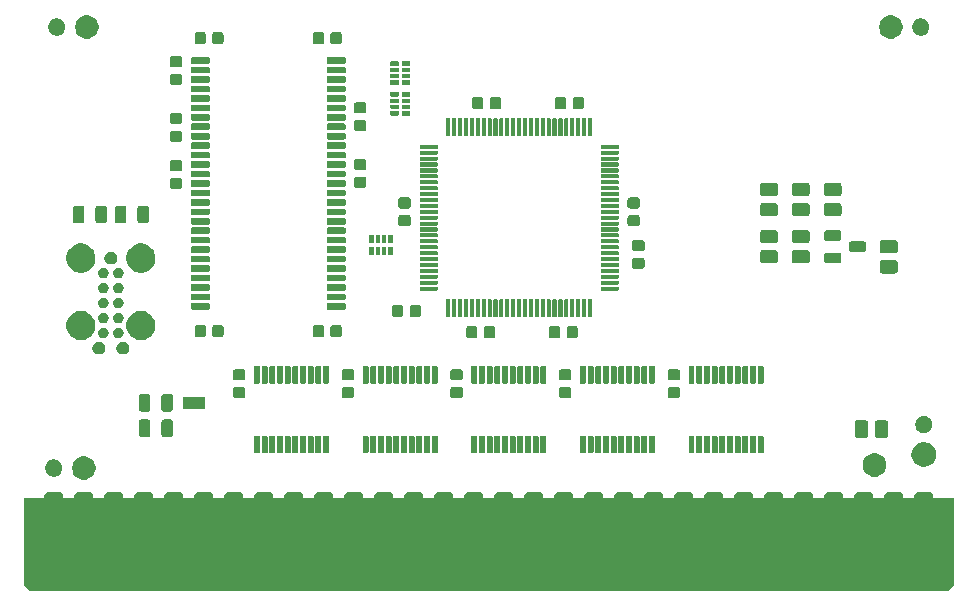
<source format=gts>
G04 #@! TF.GenerationSoftware,KiCad,Pcbnew,(5.1.5-0-10_14)*
G04 #@! TF.CreationDate,2020-08-08T03:47:56-04:00*
G04 #@! TF.ProjectId,RAM2E,52414d32-452e-46b6-9963-61645f706362,1.1*
G04 #@! TF.SameCoordinates,Original*
G04 #@! TF.FileFunction,Soldermask,Top*
G04 #@! TF.FilePolarity,Negative*
%FSLAX46Y46*%
G04 Gerber Fmt 4.6, Leading zero omitted, Abs format (unit mm)*
G04 Created by KiCad (PCBNEW (5.1.5-0-10_14)) date 2020-08-08 03:47:56*
%MOMM*%
%LPD*%
G04 APERTURE LIST*
%ADD10C,0.076200*%
%ADD11C,0.100000*%
G04 APERTURE END LIST*
D10*
G36*
X213360000Y-124460000D02*
G01*
X211582000Y-124460000D01*
X211582000Y-123571000D01*
X213360000Y-123571000D01*
X213360000Y-124460000D01*
G37*
X213360000Y-124460000D02*
X211582000Y-124460000D01*
X211582000Y-123571000D01*
X213360000Y-123571000D01*
X213360000Y-124460000D01*
D11*
G36*
X276860000Y-139446000D02*
G01*
X276352000Y-139954000D01*
X198628000Y-139954000D01*
X198120000Y-139446000D01*
X198120000Y-132080000D01*
X276860000Y-132080000D01*
X276860000Y-139446000D01*
G37*
G36*
X274825282Y-131569558D02*
G01*
X274896711Y-131591226D01*
X274962535Y-131626409D01*
X275020236Y-131673764D01*
X275067591Y-131731465D01*
X275102774Y-131797289D01*
X275124442Y-131868718D01*
X275132000Y-131945454D01*
X275132000Y-138618546D01*
X275124442Y-138695282D01*
X275102774Y-138766711D01*
X275067591Y-138832535D01*
X275020236Y-138890236D01*
X274962535Y-138937591D01*
X274896711Y-138972774D01*
X274825282Y-138994442D01*
X274748546Y-139002000D01*
X273891454Y-139002000D01*
X273814718Y-138994442D01*
X273743289Y-138972774D01*
X273677465Y-138937591D01*
X273619764Y-138890236D01*
X273572409Y-138832535D01*
X273537226Y-138766711D01*
X273515558Y-138695282D01*
X273508000Y-138618546D01*
X273508000Y-131945454D01*
X273515558Y-131868718D01*
X273537226Y-131797289D01*
X273572409Y-131731465D01*
X273619764Y-131673764D01*
X273677465Y-131626409D01*
X273743289Y-131591226D01*
X273814718Y-131569558D01*
X273891454Y-131562000D01*
X274748546Y-131562000D01*
X274825282Y-131569558D01*
G37*
G36*
X272285282Y-131569558D02*
G01*
X272356711Y-131591226D01*
X272422535Y-131626409D01*
X272480236Y-131673764D01*
X272527591Y-131731465D01*
X272562774Y-131797289D01*
X272584442Y-131868718D01*
X272592000Y-131945454D01*
X272592000Y-138618546D01*
X272584442Y-138695282D01*
X272562774Y-138766711D01*
X272527591Y-138832535D01*
X272480236Y-138890236D01*
X272422535Y-138937591D01*
X272356711Y-138972774D01*
X272285282Y-138994442D01*
X272208546Y-139002000D01*
X271351454Y-139002000D01*
X271274718Y-138994442D01*
X271203289Y-138972774D01*
X271137465Y-138937591D01*
X271079764Y-138890236D01*
X271032409Y-138832535D01*
X270997226Y-138766711D01*
X270975558Y-138695282D01*
X270968000Y-138618546D01*
X270968000Y-131945454D01*
X270975558Y-131868718D01*
X270997226Y-131797289D01*
X271032409Y-131731465D01*
X271079764Y-131673764D01*
X271137465Y-131626409D01*
X271203289Y-131591226D01*
X271274718Y-131569558D01*
X271351454Y-131562000D01*
X272208546Y-131562000D01*
X272285282Y-131569558D01*
G37*
G36*
X269745282Y-131569558D02*
G01*
X269816711Y-131591226D01*
X269882535Y-131626409D01*
X269940236Y-131673764D01*
X269987591Y-131731465D01*
X270022774Y-131797289D01*
X270044442Y-131868718D01*
X270052000Y-131945454D01*
X270052000Y-138618546D01*
X270044442Y-138695282D01*
X270022774Y-138766711D01*
X269987591Y-138832535D01*
X269940236Y-138890236D01*
X269882535Y-138937591D01*
X269816711Y-138972774D01*
X269745282Y-138994442D01*
X269668546Y-139002000D01*
X268811454Y-139002000D01*
X268734718Y-138994442D01*
X268663289Y-138972774D01*
X268597465Y-138937591D01*
X268539764Y-138890236D01*
X268492409Y-138832535D01*
X268457226Y-138766711D01*
X268435558Y-138695282D01*
X268428000Y-138618546D01*
X268428000Y-131945454D01*
X268435558Y-131868718D01*
X268457226Y-131797289D01*
X268492409Y-131731465D01*
X268539764Y-131673764D01*
X268597465Y-131626409D01*
X268663289Y-131591226D01*
X268734718Y-131569558D01*
X268811454Y-131562000D01*
X269668546Y-131562000D01*
X269745282Y-131569558D01*
G37*
G36*
X267205282Y-131569558D02*
G01*
X267276711Y-131591226D01*
X267342535Y-131626409D01*
X267400236Y-131673764D01*
X267447591Y-131731465D01*
X267482774Y-131797289D01*
X267504442Y-131868718D01*
X267512000Y-131945454D01*
X267512000Y-138618546D01*
X267504442Y-138695282D01*
X267482774Y-138766711D01*
X267447591Y-138832535D01*
X267400236Y-138890236D01*
X267342535Y-138937591D01*
X267276711Y-138972774D01*
X267205282Y-138994442D01*
X267128546Y-139002000D01*
X266271454Y-139002000D01*
X266194718Y-138994442D01*
X266123289Y-138972774D01*
X266057465Y-138937591D01*
X265999764Y-138890236D01*
X265952409Y-138832535D01*
X265917226Y-138766711D01*
X265895558Y-138695282D01*
X265888000Y-138618546D01*
X265888000Y-131945454D01*
X265895558Y-131868718D01*
X265917226Y-131797289D01*
X265952409Y-131731465D01*
X265999764Y-131673764D01*
X266057465Y-131626409D01*
X266123289Y-131591226D01*
X266194718Y-131569558D01*
X266271454Y-131562000D01*
X267128546Y-131562000D01*
X267205282Y-131569558D01*
G37*
G36*
X264665282Y-131569558D02*
G01*
X264736711Y-131591226D01*
X264802535Y-131626409D01*
X264860236Y-131673764D01*
X264907591Y-131731465D01*
X264942774Y-131797289D01*
X264964442Y-131868718D01*
X264972000Y-131945454D01*
X264972000Y-138618546D01*
X264964442Y-138695282D01*
X264942774Y-138766711D01*
X264907591Y-138832535D01*
X264860236Y-138890236D01*
X264802535Y-138937591D01*
X264736711Y-138972774D01*
X264665282Y-138994442D01*
X264588546Y-139002000D01*
X263731454Y-139002000D01*
X263654718Y-138994442D01*
X263583289Y-138972774D01*
X263517465Y-138937591D01*
X263459764Y-138890236D01*
X263412409Y-138832535D01*
X263377226Y-138766711D01*
X263355558Y-138695282D01*
X263348000Y-138618546D01*
X263348000Y-131945454D01*
X263355558Y-131868718D01*
X263377226Y-131797289D01*
X263412409Y-131731465D01*
X263459764Y-131673764D01*
X263517465Y-131626409D01*
X263583289Y-131591226D01*
X263654718Y-131569558D01*
X263731454Y-131562000D01*
X264588546Y-131562000D01*
X264665282Y-131569558D01*
G37*
G36*
X262125282Y-131569558D02*
G01*
X262196711Y-131591226D01*
X262262535Y-131626409D01*
X262320236Y-131673764D01*
X262367591Y-131731465D01*
X262402774Y-131797289D01*
X262424442Y-131868718D01*
X262432000Y-131945454D01*
X262432000Y-138618546D01*
X262424442Y-138695282D01*
X262402774Y-138766711D01*
X262367591Y-138832535D01*
X262320236Y-138890236D01*
X262262535Y-138937591D01*
X262196711Y-138972774D01*
X262125282Y-138994442D01*
X262048546Y-139002000D01*
X261191454Y-139002000D01*
X261114718Y-138994442D01*
X261043289Y-138972774D01*
X260977465Y-138937591D01*
X260919764Y-138890236D01*
X260872409Y-138832535D01*
X260837226Y-138766711D01*
X260815558Y-138695282D01*
X260808000Y-138618546D01*
X260808000Y-131945454D01*
X260815558Y-131868718D01*
X260837226Y-131797289D01*
X260872409Y-131731465D01*
X260919764Y-131673764D01*
X260977465Y-131626409D01*
X261043289Y-131591226D01*
X261114718Y-131569558D01*
X261191454Y-131562000D01*
X262048546Y-131562000D01*
X262125282Y-131569558D01*
G37*
G36*
X259585282Y-131569558D02*
G01*
X259656711Y-131591226D01*
X259722535Y-131626409D01*
X259780236Y-131673764D01*
X259827591Y-131731465D01*
X259862774Y-131797289D01*
X259884442Y-131868718D01*
X259892000Y-131945454D01*
X259892000Y-138618546D01*
X259884442Y-138695282D01*
X259862774Y-138766711D01*
X259827591Y-138832535D01*
X259780236Y-138890236D01*
X259722535Y-138937591D01*
X259656711Y-138972774D01*
X259585282Y-138994442D01*
X259508546Y-139002000D01*
X258651454Y-139002000D01*
X258574718Y-138994442D01*
X258503289Y-138972774D01*
X258437465Y-138937591D01*
X258379764Y-138890236D01*
X258332409Y-138832535D01*
X258297226Y-138766711D01*
X258275558Y-138695282D01*
X258268000Y-138618546D01*
X258268000Y-131945454D01*
X258275558Y-131868718D01*
X258297226Y-131797289D01*
X258332409Y-131731465D01*
X258379764Y-131673764D01*
X258437465Y-131626409D01*
X258503289Y-131591226D01*
X258574718Y-131569558D01*
X258651454Y-131562000D01*
X259508546Y-131562000D01*
X259585282Y-131569558D01*
G37*
G36*
X257045282Y-131569558D02*
G01*
X257116711Y-131591226D01*
X257182535Y-131626409D01*
X257240236Y-131673764D01*
X257287591Y-131731465D01*
X257322774Y-131797289D01*
X257344442Y-131868718D01*
X257352000Y-131945454D01*
X257352000Y-138618546D01*
X257344442Y-138695282D01*
X257322774Y-138766711D01*
X257287591Y-138832535D01*
X257240236Y-138890236D01*
X257182535Y-138937591D01*
X257116711Y-138972774D01*
X257045282Y-138994442D01*
X256968546Y-139002000D01*
X256111454Y-139002000D01*
X256034718Y-138994442D01*
X255963289Y-138972774D01*
X255897465Y-138937591D01*
X255839764Y-138890236D01*
X255792409Y-138832535D01*
X255757226Y-138766711D01*
X255735558Y-138695282D01*
X255728000Y-138618546D01*
X255728000Y-131945454D01*
X255735558Y-131868718D01*
X255757226Y-131797289D01*
X255792409Y-131731465D01*
X255839764Y-131673764D01*
X255897465Y-131626409D01*
X255963289Y-131591226D01*
X256034718Y-131569558D01*
X256111454Y-131562000D01*
X256968546Y-131562000D01*
X257045282Y-131569558D01*
G37*
G36*
X254505282Y-131569558D02*
G01*
X254576711Y-131591226D01*
X254642535Y-131626409D01*
X254700236Y-131673764D01*
X254747591Y-131731465D01*
X254782774Y-131797289D01*
X254804442Y-131868718D01*
X254812000Y-131945454D01*
X254812000Y-138618546D01*
X254804442Y-138695282D01*
X254782774Y-138766711D01*
X254747591Y-138832535D01*
X254700236Y-138890236D01*
X254642535Y-138937591D01*
X254576711Y-138972774D01*
X254505282Y-138994442D01*
X254428546Y-139002000D01*
X253571454Y-139002000D01*
X253494718Y-138994442D01*
X253423289Y-138972774D01*
X253357465Y-138937591D01*
X253299764Y-138890236D01*
X253252409Y-138832535D01*
X253217226Y-138766711D01*
X253195558Y-138695282D01*
X253188000Y-138618546D01*
X253188000Y-131945454D01*
X253195558Y-131868718D01*
X253217226Y-131797289D01*
X253252409Y-131731465D01*
X253299764Y-131673764D01*
X253357465Y-131626409D01*
X253423289Y-131591226D01*
X253494718Y-131569558D01*
X253571454Y-131562000D01*
X254428546Y-131562000D01*
X254505282Y-131569558D01*
G37*
G36*
X251965282Y-131569558D02*
G01*
X252036711Y-131591226D01*
X252102535Y-131626409D01*
X252160236Y-131673764D01*
X252207591Y-131731465D01*
X252242774Y-131797289D01*
X252264442Y-131868718D01*
X252272000Y-131945454D01*
X252272000Y-138618546D01*
X252264442Y-138695282D01*
X252242774Y-138766711D01*
X252207591Y-138832535D01*
X252160236Y-138890236D01*
X252102535Y-138937591D01*
X252036711Y-138972774D01*
X251965282Y-138994442D01*
X251888546Y-139002000D01*
X251031454Y-139002000D01*
X250954718Y-138994442D01*
X250883289Y-138972774D01*
X250817465Y-138937591D01*
X250759764Y-138890236D01*
X250712409Y-138832535D01*
X250677226Y-138766711D01*
X250655558Y-138695282D01*
X250648000Y-138618546D01*
X250648000Y-131945454D01*
X250655558Y-131868718D01*
X250677226Y-131797289D01*
X250712409Y-131731465D01*
X250759764Y-131673764D01*
X250817465Y-131626409D01*
X250883289Y-131591226D01*
X250954718Y-131569558D01*
X251031454Y-131562000D01*
X251888546Y-131562000D01*
X251965282Y-131569558D01*
G37*
G36*
X249425282Y-131569558D02*
G01*
X249496711Y-131591226D01*
X249562535Y-131626409D01*
X249620236Y-131673764D01*
X249667591Y-131731465D01*
X249702774Y-131797289D01*
X249724442Y-131868718D01*
X249732000Y-131945454D01*
X249732000Y-138618546D01*
X249724442Y-138695282D01*
X249702774Y-138766711D01*
X249667591Y-138832535D01*
X249620236Y-138890236D01*
X249562535Y-138937591D01*
X249496711Y-138972774D01*
X249425282Y-138994442D01*
X249348546Y-139002000D01*
X248491454Y-139002000D01*
X248414718Y-138994442D01*
X248343289Y-138972774D01*
X248277465Y-138937591D01*
X248219764Y-138890236D01*
X248172409Y-138832535D01*
X248137226Y-138766711D01*
X248115558Y-138695282D01*
X248108000Y-138618546D01*
X248108000Y-131945454D01*
X248115558Y-131868718D01*
X248137226Y-131797289D01*
X248172409Y-131731465D01*
X248219764Y-131673764D01*
X248277465Y-131626409D01*
X248343289Y-131591226D01*
X248414718Y-131569558D01*
X248491454Y-131562000D01*
X249348546Y-131562000D01*
X249425282Y-131569558D01*
G37*
G36*
X246885282Y-131569558D02*
G01*
X246956711Y-131591226D01*
X247022535Y-131626409D01*
X247080236Y-131673764D01*
X247127591Y-131731465D01*
X247162774Y-131797289D01*
X247184442Y-131868718D01*
X247192000Y-131945454D01*
X247192000Y-138618546D01*
X247184442Y-138695282D01*
X247162774Y-138766711D01*
X247127591Y-138832535D01*
X247080236Y-138890236D01*
X247022535Y-138937591D01*
X246956711Y-138972774D01*
X246885282Y-138994442D01*
X246808546Y-139002000D01*
X245951454Y-139002000D01*
X245874718Y-138994442D01*
X245803289Y-138972774D01*
X245737465Y-138937591D01*
X245679764Y-138890236D01*
X245632409Y-138832535D01*
X245597226Y-138766711D01*
X245575558Y-138695282D01*
X245568000Y-138618546D01*
X245568000Y-131945454D01*
X245575558Y-131868718D01*
X245597226Y-131797289D01*
X245632409Y-131731465D01*
X245679764Y-131673764D01*
X245737465Y-131626409D01*
X245803289Y-131591226D01*
X245874718Y-131569558D01*
X245951454Y-131562000D01*
X246808546Y-131562000D01*
X246885282Y-131569558D01*
G37*
G36*
X244345282Y-131569558D02*
G01*
X244416711Y-131591226D01*
X244482535Y-131626409D01*
X244540236Y-131673764D01*
X244587591Y-131731465D01*
X244622774Y-131797289D01*
X244644442Y-131868718D01*
X244652000Y-131945454D01*
X244652000Y-138618546D01*
X244644442Y-138695282D01*
X244622774Y-138766711D01*
X244587591Y-138832535D01*
X244540236Y-138890236D01*
X244482535Y-138937591D01*
X244416711Y-138972774D01*
X244345282Y-138994442D01*
X244268546Y-139002000D01*
X243411454Y-139002000D01*
X243334718Y-138994442D01*
X243263289Y-138972774D01*
X243197465Y-138937591D01*
X243139764Y-138890236D01*
X243092409Y-138832535D01*
X243057226Y-138766711D01*
X243035558Y-138695282D01*
X243028000Y-138618546D01*
X243028000Y-131945454D01*
X243035558Y-131868718D01*
X243057226Y-131797289D01*
X243092409Y-131731465D01*
X243139764Y-131673764D01*
X243197465Y-131626409D01*
X243263289Y-131591226D01*
X243334718Y-131569558D01*
X243411454Y-131562000D01*
X244268546Y-131562000D01*
X244345282Y-131569558D01*
G37*
G36*
X241805282Y-131569558D02*
G01*
X241876711Y-131591226D01*
X241942535Y-131626409D01*
X242000236Y-131673764D01*
X242047591Y-131731465D01*
X242082774Y-131797289D01*
X242104442Y-131868718D01*
X242112000Y-131945454D01*
X242112000Y-138618546D01*
X242104442Y-138695282D01*
X242082774Y-138766711D01*
X242047591Y-138832535D01*
X242000236Y-138890236D01*
X241942535Y-138937591D01*
X241876711Y-138972774D01*
X241805282Y-138994442D01*
X241728546Y-139002000D01*
X240871454Y-139002000D01*
X240794718Y-138994442D01*
X240723289Y-138972774D01*
X240657465Y-138937591D01*
X240599764Y-138890236D01*
X240552409Y-138832535D01*
X240517226Y-138766711D01*
X240495558Y-138695282D01*
X240488000Y-138618546D01*
X240488000Y-131945454D01*
X240495558Y-131868718D01*
X240517226Y-131797289D01*
X240552409Y-131731465D01*
X240599764Y-131673764D01*
X240657465Y-131626409D01*
X240723289Y-131591226D01*
X240794718Y-131569558D01*
X240871454Y-131562000D01*
X241728546Y-131562000D01*
X241805282Y-131569558D01*
G37*
G36*
X239265282Y-131569558D02*
G01*
X239336711Y-131591226D01*
X239402535Y-131626409D01*
X239460236Y-131673764D01*
X239507591Y-131731465D01*
X239542774Y-131797289D01*
X239564442Y-131868718D01*
X239572000Y-131945454D01*
X239572000Y-138618546D01*
X239564442Y-138695282D01*
X239542774Y-138766711D01*
X239507591Y-138832535D01*
X239460236Y-138890236D01*
X239402535Y-138937591D01*
X239336711Y-138972774D01*
X239265282Y-138994442D01*
X239188546Y-139002000D01*
X238331454Y-139002000D01*
X238254718Y-138994442D01*
X238183289Y-138972774D01*
X238117465Y-138937591D01*
X238059764Y-138890236D01*
X238012409Y-138832535D01*
X237977226Y-138766711D01*
X237955558Y-138695282D01*
X237948000Y-138618546D01*
X237948000Y-131945454D01*
X237955558Y-131868718D01*
X237977226Y-131797289D01*
X238012409Y-131731465D01*
X238059764Y-131673764D01*
X238117465Y-131626409D01*
X238183289Y-131591226D01*
X238254718Y-131569558D01*
X238331454Y-131562000D01*
X239188546Y-131562000D01*
X239265282Y-131569558D01*
G37*
G36*
X236725282Y-131569558D02*
G01*
X236796711Y-131591226D01*
X236862535Y-131626409D01*
X236920236Y-131673764D01*
X236967591Y-131731465D01*
X237002774Y-131797289D01*
X237024442Y-131868718D01*
X237032000Y-131945454D01*
X237032000Y-138618546D01*
X237024442Y-138695282D01*
X237002774Y-138766711D01*
X236967591Y-138832535D01*
X236920236Y-138890236D01*
X236862535Y-138937591D01*
X236796711Y-138972774D01*
X236725282Y-138994442D01*
X236648546Y-139002000D01*
X235791454Y-139002000D01*
X235714718Y-138994442D01*
X235643289Y-138972774D01*
X235577465Y-138937591D01*
X235519764Y-138890236D01*
X235472409Y-138832535D01*
X235437226Y-138766711D01*
X235415558Y-138695282D01*
X235408000Y-138618546D01*
X235408000Y-131945454D01*
X235415558Y-131868718D01*
X235437226Y-131797289D01*
X235472409Y-131731465D01*
X235519764Y-131673764D01*
X235577465Y-131626409D01*
X235643289Y-131591226D01*
X235714718Y-131569558D01*
X235791454Y-131562000D01*
X236648546Y-131562000D01*
X236725282Y-131569558D01*
G37*
G36*
X234185282Y-131569558D02*
G01*
X234256711Y-131591226D01*
X234322535Y-131626409D01*
X234380236Y-131673764D01*
X234427591Y-131731465D01*
X234462774Y-131797289D01*
X234484442Y-131868718D01*
X234492000Y-131945454D01*
X234492000Y-138618546D01*
X234484442Y-138695282D01*
X234462774Y-138766711D01*
X234427591Y-138832535D01*
X234380236Y-138890236D01*
X234322535Y-138937591D01*
X234256711Y-138972774D01*
X234185282Y-138994442D01*
X234108546Y-139002000D01*
X233251454Y-139002000D01*
X233174718Y-138994442D01*
X233103289Y-138972774D01*
X233037465Y-138937591D01*
X232979764Y-138890236D01*
X232932409Y-138832535D01*
X232897226Y-138766711D01*
X232875558Y-138695282D01*
X232868000Y-138618546D01*
X232868000Y-131945454D01*
X232875558Y-131868718D01*
X232897226Y-131797289D01*
X232932409Y-131731465D01*
X232979764Y-131673764D01*
X233037465Y-131626409D01*
X233103289Y-131591226D01*
X233174718Y-131569558D01*
X233251454Y-131562000D01*
X234108546Y-131562000D01*
X234185282Y-131569558D01*
G37*
G36*
X231645282Y-131569558D02*
G01*
X231716711Y-131591226D01*
X231782535Y-131626409D01*
X231840236Y-131673764D01*
X231887591Y-131731465D01*
X231922774Y-131797289D01*
X231944442Y-131868718D01*
X231952000Y-131945454D01*
X231952000Y-138618546D01*
X231944442Y-138695282D01*
X231922774Y-138766711D01*
X231887591Y-138832535D01*
X231840236Y-138890236D01*
X231782535Y-138937591D01*
X231716711Y-138972774D01*
X231645282Y-138994442D01*
X231568546Y-139002000D01*
X230711454Y-139002000D01*
X230634718Y-138994442D01*
X230563289Y-138972774D01*
X230497465Y-138937591D01*
X230439764Y-138890236D01*
X230392409Y-138832535D01*
X230357226Y-138766711D01*
X230335558Y-138695282D01*
X230328000Y-138618546D01*
X230328000Y-131945454D01*
X230335558Y-131868718D01*
X230357226Y-131797289D01*
X230392409Y-131731465D01*
X230439764Y-131673764D01*
X230497465Y-131626409D01*
X230563289Y-131591226D01*
X230634718Y-131569558D01*
X230711454Y-131562000D01*
X231568546Y-131562000D01*
X231645282Y-131569558D01*
G37*
G36*
X229105282Y-131569558D02*
G01*
X229176711Y-131591226D01*
X229242535Y-131626409D01*
X229300236Y-131673764D01*
X229347591Y-131731465D01*
X229382774Y-131797289D01*
X229404442Y-131868718D01*
X229412000Y-131945454D01*
X229412000Y-138618546D01*
X229404442Y-138695282D01*
X229382774Y-138766711D01*
X229347591Y-138832535D01*
X229300236Y-138890236D01*
X229242535Y-138937591D01*
X229176711Y-138972774D01*
X229105282Y-138994442D01*
X229028546Y-139002000D01*
X228171454Y-139002000D01*
X228094718Y-138994442D01*
X228023289Y-138972774D01*
X227957465Y-138937591D01*
X227899764Y-138890236D01*
X227852409Y-138832535D01*
X227817226Y-138766711D01*
X227795558Y-138695282D01*
X227788000Y-138618546D01*
X227788000Y-131945454D01*
X227795558Y-131868718D01*
X227817226Y-131797289D01*
X227852409Y-131731465D01*
X227899764Y-131673764D01*
X227957465Y-131626409D01*
X228023289Y-131591226D01*
X228094718Y-131569558D01*
X228171454Y-131562000D01*
X229028546Y-131562000D01*
X229105282Y-131569558D01*
G37*
G36*
X226565282Y-131569558D02*
G01*
X226636711Y-131591226D01*
X226702535Y-131626409D01*
X226760236Y-131673764D01*
X226807591Y-131731465D01*
X226842774Y-131797289D01*
X226864442Y-131868718D01*
X226872000Y-131945454D01*
X226872000Y-138618546D01*
X226864442Y-138695282D01*
X226842774Y-138766711D01*
X226807591Y-138832535D01*
X226760236Y-138890236D01*
X226702535Y-138937591D01*
X226636711Y-138972774D01*
X226565282Y-138994442D01*
X226488546Y-139002000D01*
X225631454Y-139002000D01*
X225554718Y-138994442D01*
X225483289Y-138972774D01*
X225417465Y-138937591D01*
X225359764Y-138890236D01*
X225312409Y-138832535D01*
X225277226Y-138766711D01*
X225255558Y-138695282D01*
X225248000Y-138618546D01*
X225248000Y-131945454D01*
X225255558Y-131868718D01*
X225277226Y-131797289D01*
X225312409Y-131731465D01*
X225359764Y-131673764D01*
X225417465Y-131626409D01*
X225483289Y-131591226D01*
X225554718Y-131569558D01*
X225631454Y-131562000D01*
X226488546Y-131562000D01*
X226565282Y-131569558D01*
G37*
G36*
X224025282Y-131569558D02*
G01*
X224096711Y-131591226D01*
X224162535Y-131626409D01*
X224220236Y-131673764D01*
X224267591Y-131731465D01*
X224302774Y-131797289D01*
X224324442Y-131868718D01*
X224332000Y-131945454D01*
X224332000Y-138618546D01*
X224324442Y-138695282D01*
X224302774Y-138766711D01*
X224267591Y-138832535D01*
X224220236Y-138890236D01*
X224162535Y-138937591D01*
X224096711Y-138972774D01*
X224025282Y-138994442D01*
X223948546Y-139002000D01*
X223091454Y-139002000D01*
X223014718Y-138994442D01*
X222943289Y-138972774D01*
X222877465Y-138937591D01*
X222819764Y-138890236D01*
X222772409Y-138832535D01*
X222737226Y-138766711D01*
X222715558Y-138695282D01*
X222708000Y-138618546D01*
X222708000Y-131945454D01*
X222715558Y-131868718D01*
X222737226Y-131797289D01*
X222772409Y-131731465D01*
X222819764Y-131673764D01*
X222877465Y-131626409D01*
X222943289Y-131591226D01*
X223014718Y-131569558D01*
X223091454Y-131562000D01*
X223948546Y-131562000D01*
X224025282Y-131569558D01*
G37*
G36*
X221485282Y-131569558D02*
G01*
X221556711Y-131591226D01*
X221622535Y-131626409D01*
X221680236Y-131673764D01*
X221727591Y-131731465D01*
X221762774Y-131797289D01*
X221784442Y-131868718D01*
X221792000Y-131945454D01*
X221792000Y-138618546D01*
X221784442Y-138695282D01*
X221762774Y-138766711D01*
X221727591Y-138832535D01*
X221680236Y-138890236D01*
X221622535Y-138937591D01*
X221556711Y-138972774D01*
X221485282Y-138994442D01*
X221408546Y-139002000D01*
X220551454Y-139002000D01*
X220474718Y-138994442D01*
X220403289Y-138972774D01*
X220337465Y-138937591D01*
X220279764Y-138890236D01*
X220232409Y-138832535D01*
X220197226Y-138766711D01*
X220175558Y-138695282D01*
X220168000Y-138618546D01*
X220168000Y-131945454D01*
X220175558Y-131868718D01*
X220197226Y-131797289D01*
X220232409Y-131731465D01*
X220279764Y-131673764D01*
X220337465Y-131626409D01*
X220403289Y-131591226D01*
X220474718Y-131569558D01*
X220551454Y-131562000D01*
X221408546Y-131562000D01*
X221485282Y-131569558D01*
G37*
G36*
X218945282Y-131569558D02*
G01*
X219016711Y-131591226D01*
X219082535Y-131626409D01*
X219140236Y-131673764D01*
X219187591Y-131731465D01*
X219222774Y-131797289D01*
X219244442Y-131868718D01*
X219252000Y-131945454D01*
X219252000Y-138618546D01*
X219244442Y-138695282D01*
X219222774Y-138766711D01*
X219187591Y-138832535D01*
X219140236Y-138890236D01*
X219082535Y-138937591D01*
X219016711Y-138972774D01*
X218945282Y-138994442D01*
X218868546Y-139002000D01*
X218011454Y-139002000D01*
X217934718Y-138994442D01*
X217863289Y-138972774D01*
X217797465Y-138937591D01*
X217739764Y-138890236D01*
X217692409Y-138832535D01*
X217657226Y-138766711D01*
X217635558Y-138695282D01*
X217628000Y-138618546D01*
X217628000Y-131945454D01*
X217635558Y-131868718D01*
X217657226Y-131797289D01*
X217692409Y-131731465D01*
X217739764Y-131673764D01*
X217797465Y-131626409D01*
X217863289Y-131591226D01*
X217934718Y-131569558D01*
X218011454Y-131562000D01*
X218868546Y-131562000D01*
X218945282Y-131569558D01*
G37*
G36*
X216405282Y-131569558D02*
G01*
X216476711Y-131591226D01*
X216542535Y-131626409D01*
X216600236Y-131673764D01*
X216647591Y-131731465D01*
X216682774Y-131797289D01*
X216704442Y-131868718D01*
X216712000Y-131945454D01*
X216712000Y-138618546D01*
X216704442Y-138695282D01*
X216682774Y-138766711D01*
X216647591Y-138832535D01*
X216600236Y-138890236D01*
X216542535Y-138937591D01*
X216476711Y-138972774D01*
X216405282Y-138994442D01*
X216328546Y-139002000D01*
X215471454Y-139002000D01*
X215394718Y-138994442D01*
X215323289Y-138972774D01*
X215257465Y-138937591D01*
X215199764Y-138890236D01*
X215152409Y-138832535D01*
X215117226Y-138766711D01*
X215095558Y-138695282D01*
X215088000Y-138618546D01*
X215088000Y-131945454D01*
X215095558Y-131868718D01*
X215117226Y-131797289D01*
X215152409Y-131731465D01*
X215199764Y-131673764D01*
X215257465Y-131626409D01*
X215323289Y-131591226D01*
X215394718Y-131569558D01*
X215471454Y-131562000D01*
X216328546Y-131562000D01*
X216405282Y-131569558D01*
G37*
G36*
X213865282Y-131569558D02*
G01*
X213936711Y-131591226D01*
X214002535Y-131626409D01*
X214060236Y-131673764D01*
X214107591Y-131731465D01*
X214142774Y-131797289D01*
X214164442Y-131868718D01*
X214172000Y-131945454D01*
X214172000Y-138618546D01*
X214164442Y-138695282D01*
X214142774Y-138766711D01*
X214107591Y-138832535D01*
X214060236Y-138890236D01*
X214002535Y-138937591D01*
X213936711Y-138972774D01*
X213865282Y-138994442D01*
X213788546Y-139002000D01*
X212931454Y-139002000D01*
X212854718Y-138994442D01*
X212783289Y-138972774D01*
X212717465Y-138937591D01*
X212659764Y-138890236D01*
X212612409Y-138832535D01*
X212577226Y-138766711D01*
X212555558Y-138695282D01*
X212548000Y-138618546D01*
X212548000Y-131945454D01*
X212555558Y-131868718D01*
X212577226Y-131797289D01*
X212612409Y-131731465D01*
X212659764Y-131673764D01*
X212717465Y-131626409D01*
X212783289Y-131591226D01*
X212854718Y-131569558D01*
X212931454Y-131562000D01*
X213788546Y-131562000D01*
X213865282Y-131569558D01*
G37*
G36*
X211325282Y-131569558D02*
G01*
X211396711Y-131591226D01*
X211462535Y-131626409D01*
X211520236Y-131673764D01*
X211567591Y-131731465D01*
X211602774Y-131797289D01*
X211624442Y-131868718D01*
X211632000Y-131945454D01*
X211632000Y-138618546D01*
X211624442Y-138695282D01*
X211602774Y-138766711D01*
X211567591Y-138832535D01*
X211520236Y-138890236D01*
X211462535Y-138937591D01*
X211396711Y-138972774D01*
X211325282Y-138994442D01*
X211248546Y-139002000D01*
X210391454Y-139002000D01*
X210314718Y-138994442D01*
X210243289Y-138972774D01*
X210177465Y-138937591D01*
X210119764Y-138890236D01*
X210072409Y-138832535D01*
X210037226Y-138766711D01*
X210015558Y-138695282D01*
X210008000Y-138618546D01*
X210008000Y-131945454D01*
X210015558Y-131868718D01*
X210037226Y-131797289D01*
X210072409Y-131731465D01*
X210119764Y-131673764D01*
X210177465Y-131626409D01*
X210243289Y-131591226D01*
X210314718Y-131569558D01*
X210391454Y-131562000D01*
X211248546Y-131562000D01*
X211325282Y-131569558D01*
G37*
G36*
X208785282Y-131569558D02*
G01*
X208856711Y-131591226D01*
X208922535Y-131626409D01*
X208980236Y-131673764D01*
X209027591Y-131731465D01*
X209062774Y-131797289D01*
X209084442Y-131868718D01*
X209092000Y-131945454D01*
X209092000Y-138618546D01*
X209084442Y-138695282D01*
X209062774Y-138766711D01*
X209027591Y-138832535D01*
X208980236Y-138890236D01*
X208922535Y-138937591D01*
X208856711Y-138972774D01*
X208785282Y-138994442D01*
X208708546Y-139002000D01*
X207851454Y-139002000D01*
X207774718Y-138994442D01*
X207703289Y-138972774D01*
X207637465Y-138937591D01*
X207579764Y-138890236D01*
X207532409Y-138832535D01*
X207497226Y-138766711D01*
X207475558Y-138695282D01*
X207468000Y-138618546D01*
X207468000Y-131945454D01*
X207475558Y-131868718D01*
X207497226Y-131797289D01*
X207532409Y-131731465D01*
X207579764Y-131673764D01*
X207637465Y-131626409D01*
X207703289Y-131591226D01*
X207774718Y-131569558D01*
X207851454Y-131562000D01*
X208708546Y-131562000D01*
X208785282Y-131569558D01*
G37*
G36*
X206245282Y-131569558D02*
G01*
X206316711Y-131591226D01*
X206382535Y-131626409D01*
X206440236Y-131673764D01*
X206487591Y-131731465D01*
X206522774Y-131797289D01*
X206544442Y-131868718D01*
X206552000Y-131945454D01*
X206552000Y-138618546D01*
X206544442Y-138695282D01*
X206522774Y-138766711D01*
X206487591Y-138832535D01*
X206440236Y-138890236D01*
X206382535Y-138937591D01*
X206316711Y-138972774D01*
X206245282Y-138994442D01*
X206168546Y-139002000D01*
X205311454Y-139002000D01*
X205234718Y-138994442D01*
X205163289Y-138972774D01*
X205097465Y-138937591D01*
X205039764Y-138890236D01*
X204992409Y-138832535D01*
X204957226Y-138766711D01*
X204935558Y-138695282D01*
X204928000Y-138618546D01*
X204928000Y-131945454D01*
X204935558Y-131868718D01*
X204957226Y-131797289D01*
X204992409Y-131731465D01*
X205039764Y-131673764D01*
X205097465Y-131626409D01*
X205163289Y-131591226D01*
X205234718Y-131569558D01*
X205311454Y-131562000D01*
X206168546Y-131562000D01*
X206245282Y-131569558D01*
G37*
G36*
X203705282Y-131569558D02*
G01*
X203776711Y-131591226D01*
X203842535Y-131626409D01*
X203900236Y-131673764D01*
X203947591Y-131731465D01*
X203982774Y-131797289D01*
X204004442Y-131868718D01*
X204012000Y-131945454D01*
X204012000Y-138618546D01*
X204004442Y-138695282D01*
X203982774Y-138766711D01*
X203947591Y-138832535D01*
X203900236Y-138890236D01*
X203842535Y-138937591D01*
X203776711Y-138972774D01*
X203705282Y-138994442D01*
X203628546Y-139002000D01*
X202771454Y-139002000D01*
X202694718Y-138994442D01*
X202623289Y-138972774D01*
X202557465Y-138937591D01*
X202499764Y-138890236D01*
X202452409Y-138832535D01*
X202417226Y-138766711D01*
X202395558Y-138695282D01*
X202388000Y-138618546D01*
X202388000Y-131945454D01*
X202395558Y-131868718D01*
X202417226Y-131797289D01*
X202452409Y-131731465D01*
X202499764Y-131673764D01*
X202557465Y-131626409D01*
X202623289Y-131591226D01*
X202694718Y-131569558D01*
X202771454Y-131562000D01*
X203628546Y-131562000D01*
X203705282Y-131569558D01*
G37*
G36*
X201165282Y-131569558D02*
G01*
X201236711Y-131591226D01*
X201302535Y-131626409D01*
X201360236Y-131673764D01*
X201407591Y-131731465D01*
X201442774Y-131797289D01*
X201464442Y-131868718D01*
X201472000Y-131945454D01*
X201472000Y-138618546D01*
X201464442Y-138695282D01*
X201442774Y-138766711D01*
X201407591Y-138832535D01*
X201360236Y-138890236D01*
X201302535Y-138937591D01*
X201236711Y-138972774D01*
X201165282Y-138994442D01*
X201088546Y-139002000D01*
X200231454Y-139002000D01*
X200154718Y-138994442D01*
X200083289Y-138972774D01*
X200017465Y-138937591D01*
X199959764Y-138890236D01*
X199912409Y-138832535D01*
X199877226Y-138766711D01*
X199855558Y-138695282D01*
X199848000Y-138618546D01*
X199848000Y-131945454D01*
X199855558Y-131868718D01*
X199877226Y-131797289D01*
X199912409Y-131731465D01*
X199959764Y-131673764D01*
X200017465Y-131626409D01*
X200083289Y-131591226D01*
X200154718Y-131569558D01*
X200231454Y-131562000D01*
X201088546Y-131562000D01*
X201165282Y-131569558D01*
G37*
G36*
X203395090Y-128559215D02*
G01*
X203491689Y-128578429D01*
X203673678Y-128653811D01*
X203837463Y-128763249D01*
X203976751Y-128902537D01*
X204086189Y-129066322D01*
X204161571Y-129248311D01*
X204200000Y-129441509D01*
X204200000Y-129638491D01*
X204161571Y-129831689D01*
X204086189Y-130013678D01*
X203976751Y-130177463D01*
X203837463Y-130316751D01*
X203673678Y-130426189D01*
X203491689Y-130501571D01*
X203395090Y-130520785D01*
X203298493Y-130540000D01*
X203101507Y-130540000D01*
X203004910Y-130520785D01*
X202908311Y-130501571D01*
X202726322Y-130426189D01*
X202562537Y-130316751D01*
X202423249Y-130177463D01*
X202313811Y-130013678D01*
X202238429Y-129831689D01*
X202200000Y-129638491D01*
X202200000Y-129441509D01*
X202238429Y-129248311D01*
X202313811Y-129066322D01*
X202423249Y-128902537D01*
X202562537Y-128763249D01*
X202726322Y-128653811D01*
X202908311Y-128578429D01*
X203004910Y-128559215D01*
X203101507Y-128540000D01*
X203298493Y-128540000D01*
X203395090Y-128559215D01*
G37*
G36*
X270324090Y-128305214D02*
G01*
X270420689Y-128324429D01*
X270602678Y-128399811D01*
X270766463Y-128509249D01*
X270905751Y-128648537D01*
X271015189Y-128812322D01*
X271090571Y-128994311D01*
X271090571Y-128994313D01*
X271129000Y-129187507D01*
X271129000Y-129384493D01*
X271117659Y-129441507D01*
X271090571Y-129577689D01*
X271015189Y-129759678D01*
X270905751Y-129923463D01*
X270766463Y-130062751D01*
X270602678Y-130172189D01*
X270420689Y-130247571D01*
X270338094Y-130264000D01*
X270227493Y-130286000D01*
X270030507Y-130286000D01*
X269919906Y-130264000D01*
X269837311Y-130247571D01*
X269655322Y-130172189D01*
X269491537Y-130062751D01*
X269352249Y-129923463D01*
X269242811Y-129759678D01*
X269167429Y-129577689D01*
X269140341Y-129441507D01*
X269129000Y-129384493D01*
X269129000Y-129187507D01*
X269167429Y-128994313D01*
X269167429Y-128994311D01*
X269242811Y-128812322D01*
X269352249Y-128648537D01*
X269491537Y-128509249D01*
X269655322Y-128399811D01*
X269837311Y-128324429D01*
X269933910Y-128305214D01*
X270030507Y-128286000D01*
X270227493Y-128286000D01*
X270324090Y-128305214D01*
G37*
G36*
X200871181Y-128843822D02*
G01*
X201002941Y-128898399D01*
X201002943Y-128898400D01*
X201009134Y-128902537D01*
X201121522Y-128977632D01*
X201222368Y-129078478D01*
X201301601Y-129197059D01*
X201356178Y-129328819D01*
X201384000Y-129468691D01*
X201384000Y-129611309D01*
X201356178Y-129751181D01*
X201356177Y-129751183D01*
X201301600Y-129882943D01*
X201222367Y-130001523D01*
X201121523Y-130102367D01*
X201002943Y-130181600D01*
X201002942Y-130181601D01*
X201002941Y-130181601D01*
X200871181Y-130236178D01*
X200731309Y-130264000D01*
X200588691Y-130264000D01*
X200448819Y-130236178D01*
X200317059Y-130181601D01*
X200317058Y-130181601D01*
X200317057Y-130181600D01*
X200198477Y-130102367D01*
X200097633Y-130001523D01*
X200018400Y-129882943D01*
X199963823Y-129751183D01*
X199963822Y-129751181D01*
X199936000Y-129611309D01*
X199936000Y-129468691D01*
X199963822Y-129328819D01*
X200018399Y-129197059D01*
X200097632Y-129078478D01*
X200198478Y-128977632D01*
X200310866Y-128902537D01*
X200317057Y-128898400D01*
X200317059Y-128898399D01*
X200448819Y-128843822D01*
X200588691Y-128816000D01*
X200731309Y-128816000D01*
X200871181Y-128843822D01*
G37*
G36*
X274448687Y-127352027D02*
G01*
X274626274Y-127387350D01*
X274817362Y-127466502D01*
X274989336Y-127581411D01*
X275135589Y-127727664D01*
X275250498Y-127899638D01*
X275329650Y-128090726D01*
X275355790Y-128222144D01*
X275369527Y-128291203D01*
X275370000Y-128293584D01*
X275370000Y-128500416D01*
X275329650Y-128703274D01*
X275250498Y-128894362D01*
X275135589Y-129066336D01*
X274989336Y-129212589D01*
X274817362Y-129327498D01*
X274626274Y-129406650D01*
X274451032Y-129441507D01*
X274423417Y-129447000D01*
X274216583Y-129447000D01*
X274188968Y-129441507D01*
X274013726Y-129406650D01*
X273822638Y-129327498D01*
X273650664Y-129212589D01*
X273504411Y-129066336D01*
X273389502Y-128894362D01*
X273310350Y-128703274D01*
X273270000Y-128500416D01*
X273270000Y-128293584D01*
X273270474Y-128291203D01*
X273284210Y-128222144D01*
X273310350Y-128090726D01*
X273389502Y-127899638D01*
X273504411Y-127727664D01*
X273650664Y-127581411D01*
X273822638Y-127466502D01*
X274013726Y-127387350D01*
X274191313Y-127352027D01*
X274216583Y-127347000D01*
X274423417Y-127347000D01*
X274448687Y-127352027D01*
G37*
G36*
X230468865Y-126803149D02*
G01*
X230487485Y-126808797D01*
X230504643Y-126817968D01*
X230519686Y-126830314D01*
X230532032Y-126845357D01*
X230541203Y-126862515D01*
X230546851Y-126881135D01*
X230549000Y-126902954D01*
X230549000Y-128197046D01*
X230546851Y-128218865D01*
X230541203Y-128237485D01*
X230532032Y-128254643D01*
X230519686Y-128269686D01*
X230504643Y-128282032D01*
X230487485Y-128291203D01*
X230468865Y-128296851D01*
X230447046Y-128299000D01*
X230152954Y-128299000D01*
X230131135Y-128296851D01*
X230112515Y-128291203D01*
X230095357Y-128282032D01*
X230080314Y-128269686D01*
X230067968Y-128254643D01*
X230058797Y-128237485D01*
X230053149Y-128218865D01*
X230051000Y-128197046D01*
X230051000Y-126902954D01*
X230053149Y-126881135D01*
X230058797Y-126862515D01*
X230067968Y-126845357D01*
X230080314Y-126830314D01*
X230095357Y-126817968D01*
X230112515Y-126808797D01*
X230131135Y-126803149D01*
X230152954Y-126801000D01*
X230447046Y-126801000D01*
X230468865Y-126803149D01*
G37*
G36*
X229818865Y-126803149D02*
G01*
X229837485Y-126808797D01*
X229854643Y-126817968D01*
X229869686Y-126830314D01*
X229882032Y-126845357D01*
X229891203Y-126862515D01*
X229896851Y-126881135D01*
X229899000Y-126902954D01*
X229899000Y-128197046D01*
X229896851Y-128218865D01*
X229891203Y-128237485D01*
X229882032Y-128254643D01*
X229869686Y-128269686D01*
X229854643Y-128282032D01*
X229837485Y-128291203D01*
X229818865Y-128296851D01*
X229797046Y-128299000D01*
X229502954Y-128299000D01*
X229481135Y-128296851D01*
X229462515Y-128291203D01*
X229445357Y-128282032D01*
X229430314Y-128269686D01*
X229417968Y-128254643D01*
X229408797Y-128237485D01*
X229403149Y-128218865D01*
X229401000Y-128197046D01*
X229401000Y-126902954D01*
X229403149Y-126881135D01*
X229408797Y-126862515D01*
X229417968Y-126845357D01*
X229430314Y-126830314D01*
X229445357Y-126817968D01*
X229462515Y-126808797D01*
X229481135Y-126803149D01*
X229502954Y-126801000D01*
X229797046Y-126801000D01*
X229818865Y-126803149D01*
G37*
G36*
X229168865Y-126803149D02*
G01*
X229187485Y-126808797D01*
X229204643Y-126817968D01*
X229219686Y-126830314D01*
X229232032Y-126845357D01*
X229241203Y-126862515D01*
X229246851Y-126881135D01*
X229249000Y-126902954D01*
X229249000Y-128197046D01*
X229246851Y-128218865D01*
X229241203Y-128237485D01*
X229232032Y-128254643D01*
X229219686Y-128269686D01*
X229204643Y-128282032D01*
X229187485Y-128291203D01*
X229168865Y-128296851D01*
X229147046Y-128299000D01*
X228852954Y-128299000D01*
X228831135Y-128296851D01*
X228812515Y-128291203D01*
X228795357Y-128282032D01*
X228780314Y-128269686D01*
X228767968Y-128254643D01*
X228758797Y-128237485D01*
X228753149Y-128218865D01*
X228751000Y-128197046D01*
X228751000Y-126902954D01*
X228753149Y-126881135D01*
X228758797Y-126862515D01*
X228767968Y-126845357D01*
X228780314Y-126830314D01*
X228795357Y-126817968D01*
X228812515Y-126808797D01*
X228831135Y-126803149D01*
X228852954Y-126801000D01*
X229147046Y-126801000D01*
X229168865Y-126803149D01*
G37*
G36*
X228518865Y-126803149D02*
G01*
X228537485Y-126808797D01*
X228554643Y-126817968D01*
X228569686Y-126830314D01*
X228582032Y-126845357D01*
X228591203Y-126862515D01*
X228596851Y-126881135D01*
X228599000Y-126902954D01*
X228599000Y-128197046D01*
X228596851Y-128218865D01*
X228591203Y-128237485D01*
X228582032Y-128254643D01*
X228569686Y-128269686D01*
X228554643Y-128282032D01*
X228537485Y-128291203D01*
X228518865Y-128296851D01*
X228497046Y-128299000D01*
X228202954Y-128299000D01*
X228181135Y-128296851D01*
X228162515Y-128291203D01*
X228145357Y-128282032D01*
X228130314Y-128269686D01*
X228117968Y-128254643D01*
X228108797Y-128237485D01*
X228103149Y-128218865D01*
X228101000Y-128197046D01*
X228101000Y-126902954D01*
X228103149Y-126881135D01*
X228108797Y-126862515D01*
X228117968Y-126845357D01*
X228130314Y-126830314D01*
X228145357Y-126817968D01*
X228162515Y-126808797D01*
X228181135Y-126803149D01*
X228202954Y-126801000D01*
X228497046Y-126801000D01*
X228518865Y-126803149D01*
G37*
G36*
X227868865Y-126803149D02*
G01*
X227887485Y-126808797D01*
X227904643Y-126817968D01*
X227919686Y-126830314D01*
X227932032Y-126845357D01*
X227941203Y-126862515D01*
X227946851Y-126881135D01*
X227949000Y-126902954D01*
X227949000Y-128197046D01*
X227946851Y-128218865D01*
X227941203Y-128237485D01*
X227932032Y-128254643D01*
X227919686Y-128269686D01*
X227904643Y-128282032D01*
X227887485Y-128291203D01*
X227868865Y-128296851D01*
X227847046Y-128299000D01*
X227552954Y-128299000D01*
X227531135Y-128296851D01*
X227512515Y-128291203D01*
X227495357Y-128282032D01*
X227480314Y-128269686D01*
X227467968Y-128254643D01*
X227458797Y-128237485D01*
X227453149Y-128218865D01*
X227451000Y-128197046D01*
X227451000Y-126902954D01*
X227453149Y-126881135D01*
X227458797Y-126862515D01*
X227467968Y-126845357D01*
X227480314Y-126830314D01*
X227495357Y-126817968D01*
X227512515Y-126808797D01*
X227531135Y-126803149D01*
X227552954Y-126801000D01*
X227847046Y-126801000D01*
X227868865Y-126803149D01*
G37*
G36*
X227218865Y-126803149D02*
G01*
X227237485Y-126808797D01*
X227254643Y-126817968D01*
X227269686Y-126830314D01*
X227282032Y-126845357D01*
X227291203Y-126862515D01*
X227296851Y-126881135D01*
X227299000Y-126902954D01*
X227299000Y-128197046D01*
X227296851Y-128218865D01*
X227291203Y-128237485D01*
X227282032Y-128254643D01*
X227269686Y-128269686D01*
X227254643Y-128282032D01*
X227237485Y-128291203D01*
X227218865Y-128296851D01*
X227197046Y-128299000D01*
X226902954Y-128299000D01*
X226881135Y-128296851D01*
X226862515Y-128291203D01*
X226845357Y-128282032D01*
X226830314Y-128269686D01*
X226817968Y-128254643D01*
X226808797Y-128237485D01*
X226803149Y-128218865D01*
X226801000Y-128197046D01*
X226801000Y-126902954D01*
X226803149Y-126881135D01*
X226808797Y-126862515D01*
X226817968Y-126845357D01*
X226830314Y-126830314D01*
X226845357Y-126817968D01*
X226862515Y-126808797D01*
X226881135Y-126803149D01*
X226902954Y-126801000D01*
X227197046Y-126801000D01*
X227218865Y-126803149D01*
G37*
G36*
X223868865Y-126803149D02*
G01*
X223887485Y-126808797D01*
X223904643Y-126817968D01*
X223919686Y-126830314D01*
X223932032Y-126845357D01*
X223941203Y-126862515D01*
X223946851Y-126881135D01*
X223949000Y-126902954D01*
X223949000Y-128197046D01*
X223946851Y-128218865D01*
X223941203Y-128237485D01*
X223932032Y-128254643D01*
X223919686Y-128269686D01*
X223904643Y-128282032D01*
X223887485Y-128291203D01*
X223868865Y-128296851D01*
X223847046Y-128299000D01*
X223552954Y-128299000D01*
X223531135Y-128296851D01*
X223512515Y-128291203D01*
X223495357Y-128282032D01*
X223480314Y-128269686D01*
X223467968Y-128254643D01*
X223458797Y-128237485D01*
X223453149Y-128218865D01*
X223451000Y-128197046D01*
X223451000Y-126902954D01*
X223453149Y-126881135D01*
X223458797Y-126862515D01*
X223467968Y-126845357D01*
X223480314Y-126830314D01*
X223495357Y-126817968D01*
X223512515Y-126808797D01*
X223531135Y-126803149D01*
X223552954Y-126801000D01*
X223847046Y-126801000D01*
X223868865Y-126803149D01*
G37*
G36*
X223218865Y-126803149D02*
G01*
X223237485Y-126808797D01*
X223254643Y-126817968D01*
X223269686Y-126830314D01*
X223282032Y-126845357D01*
X223291203Y-126862515D01*
X223296851Y-126881135D01*
X223299000Y-126902954D01*
X223299000Y-128197046D01*
X223296851Y-128218865D01*
X223291203Y-128237485D01*
X223282032Y-128254643D01*
X223269686Y-128269686D01*
X223254643Y-128282032D01*
X223237485Y-128291203D01*
X223218865Y-128296851D01*
X223197046Y-128299000D01*
X222902954Y-128299000D01*
X222881135Y-128296851D01*
X222862515Y-128291203D01*
X222845357Y-128282032D01*
X222830314Y-128269686D01*
X222817968Y-128254643D01*
X222808797Y-128237485D01*
X222803149Y-128218865D01*
X222801000Y-128197046D01*
X222801000Y-126902954D01*
X222803149Y-126881135D01*
X222808797Y-126862515D01*
X222817968Y-126845357D01*
X222830314Y-126830314D01*
X222845357Y-126817968D01*
X222862515Y-126808797D01*
X222881135Y-126803149D01*
X222902954Y-126801000D01*
X223197046Y-126801000D01*
X223218865Y-126803149D01*
G37*
G36*
X222568865Y-126803149D02*
G01*
X222587485Y-126808797D01*
X222604643Y-126817968D01*
X222619686Y-126830314D01*
X222632032Y-126845357D01*
X222641203Y-126862515D01*
X222646851Y-126881135D01*
X222649000Y-126902954D01*
X222649000Y-128197046D01*
X222646851Y-128218865D01*
X222641203Y-128237485D01*
X222632032Y-128254643D01*
X222619686Y-128269686D01*
X222604643Y-128282032D01*
X222587485Y-128291203D01*
X222568865Y-128296851D01*
X222547046Y-128299000D01*
X222252954Y-128299000D01*
X222231135Y-128296851D01*
X222212515Y-128291203D01*
X222195357Y-128282032D01*
X222180314Y-128269686D01*
X222167968Y-128254643D01*
X222158797Y-128237485D01*
X222153149Y-128218865D01*
X222151000Y-128197046D01*
X222151000Y-126902954D01*
X222153149Y-126881135D01*
X222158797Y-126862515D01*
X222167968Y-126845357D01*
X222180314Y-126830314D01*
X222195357Y-126817968D01*
X222212515Y-126808797D01*
X222231135Y-126803149D01*
X222252954Y-126801000D01*
X222547046Y-126801000D01*
X222568865Y-126803149D01*
G37*
G36*
X221918865Y-126803149D02*
G01*
X221937485Y-126808797D01*
X221954643Y-126817968D01*
X221969686Y-126830314D01*
X221982032Y-126845357D01*
X221991203Y-126862515D01*
X221996851Y-126881135D01*
X221999000Y-126902954D01*
X221999000Y-128197046D01*
X221996851Y-128218865D01*
X221991203Y-128237485D01*
X221982032Y-128254643D01*
X221969686Y-128269686D01*
X221954643Y-128282032D01*
X221937485Y-128291203D01*
X221918865Y-128296851D01*
X221897046Y-128299000D01*
X221602954Y-128299000D01*
X221581135Y-128296851D01*
X221562515Y-128291203D01*
X221545357Y-128282032D01*
X221530314Y-128269686D01*
X221517968Y-128254643D01*
X221508797Y-128237485D01*
X221503149Y-128218865D01*
X221501000Y-128197046D01*
X221501000Y-126902954D01*
X221503149Y-126881135D01*
X221508797Y-126862515D01*
X221517968Y-126845357D01*
X221530314Y-126830314D01*
X221545357Y-126817968D01*
X221562515Y-126808797D01*
X221581135Y-126803149D01*
X221602954Y-126801000D01*
X221897046Y-126801000D01*
X221918865Y-126803149D01*
G37*
G36*
X221268865Y-126803149D02*
G01*
X221287485Y-126808797D01*
X221304643Y-126817968D01*
X221319686Y-126830314D01*
X221332032Y-126845357D01*
X221341203Y-126862515D01*
X221346851Y-126881135D01*
X221349000Y-126902954D01*
X221349000Y-128197046D01*
X221346851Y-128218865D01*
X221341203Y-128237485D01*
X221332032Y-128254643D01*
X221319686Y-128269686D01*
X221304643Y-128282032D01*
X221287485Y-128291203D01*
X221268865Y-128296851D01*
X221247046Y-128299000D01*
X220952954Y-128299000D01*
X220931135Y-128296851D01*
X220912515Y-128291203D01*
X220895357Y-128282032D01*
X220880314Y-128269686D01*
X220867968Y-128254643D01*
X220858797Y-128237485D01*
X220853149Y-128218865D01*
X220851000Y-128197046D01*
X220851000Y-126902954D01*
X220853149Y-126881135D01*
X220858797Y-126862515D01*
X220867968Y-126845357D01*
X220880314Y-126830314D01*
X220895357Y-126817968D01*
X220912515Y-126808797D01*
X220931135Y-126803149D01*
X220952954Y-126801000D01*
X221247046Y-126801000D01*
X221268865Y-126803149D01*
G37*
G36*
X220618865Y-126803149D02*
G01*
X220637485Y-126808797D01*
X220654643Y-126817968D01*
X220669686Y-126830314D01*
X220682032Y-126845357D01*
X220691203Y-126862515D01*
X220696851Y-126881135D01*
X220699000Y-126902954D01*
X220699000Y-128197046D01*
X220696851Y-128218865D01*
X220691203Y-128237485D01*
X220682032Y-128254643D01*
X220669686Y-128269686D01*
X220654643Y-128282032D01*
X220637485Y-128291203D01*
X220618865Y-128296851D01*
X220597046Y-128299000D01*
X220302954Y-128299000D01*
X220281135Y-128296851D01*
X220262515Y-128291203D01*
X220245357Y-128282032D01*
X220230314Y-128269686D01*
X220217968Y-128254643D01*
X220208797Y-128237485D01*
X220203149Y-128218865D01*
X220201000Y-128197046D01*
X220201000Y-126902954D01*
X220203149Y-126881135D01*
X220208797Y-126862515D01*
X220217968Y-126845357D01*
X220230314Y-126830314D01*
X220245357Y-126817968D01*
X220262515Y-126808797D01*
X220281135Y-126803149D01*
X220302954Y-126801000D01*
X220597046Y-126801000D01*
X220618865Y-126803149D01*
G37*
G36*
X219968865Y-126803149D02*
G01*
X219987485Y-126808797D01*
X220004643Y-126817968D01*
X220019686Y-126830314D01*
X220032032Y-126845357D01*
X220041203Y-126862515D01*
X220046851Y-126881135D01*
X220049000Y-126902954D01*
X220049000Y-128197046D01*
X220046851Y-128218865D01*
X220041203Y-128237485D01*
X220032032Y-128254643D01*
X220019686Y-128269686D01*
X220004643Y-128282032D01*
X219987485Y-128291203D01*
X219968865Y-128296851D01*
X219947046Y-128299000D01*
X219652954Y-128299000D01*
X219631135Y-128296851D01*
X219612515Y-128291203D01*
X219595357Y-128282032D01*
X219580314Y-128269686D01*
X219567968Y-128254643D01*
X219558797Y-128237485D01*
X219553149Y-128218865D01*
X219551000Y-128197046D01*
X219551000Y-126902954D01*
X219553149Y-126881135D01*
X219558797Y-126862515D01*
X219567968Y-126845357D01*
X219580314Y-126830314D01*
X219595357Y-126817968D01*
X219612515Y-126808797D01*
X219631135Y-126803149D01*
X219652954Y-126801000D01*
X219947046Y-126801000D01*
X219968865Y-126803149D01*
G37*
G36*
X219318865Y-126803149D02*
G01*
X219337485Y-126808797D01*
X219354643Y-126817968D01*
X219369686Y-126830314D01*
X219382032Y-126845357D01*
X219391203Y-126862515D01*
X219396851Y-126881135D01*
X219399000Y-126902954D01*
X219399000Y-128197046D01*
X219396851Y-128218865D01*
X219391203Y-128237485D01*
X219382032Y-128254643D01*
X219369686Y-128269686D01*
X219354643Y-128282032D01*
X219337485Y-128291203D01*
X219318865Y-128296851D01*
X219297046Y-128299000D01*
X219002954Y-128299000D01*
X218981135Y-128296851D01*
X218962515Y-128291203D01*
X218945357Y-128282032D01*
X218930314Y-128269686D01*
X218917968Y-128254643D01*
X218908797Y-128237485D01*
X218903149Y-128218865D01*
X218901000Y-128197046D01*
X218901000Y-126902954D01*
X218903149Y-126881135D01*
X218908797Y-126862515D01*
X218917968Y-126845357D01*
X218930314Y-126830314D01*
X218945357Y-126817968D01*
X218962515Y-126808797D01*
X218981135Y-126803149D01*
X219002954Y-126801000D01*
X219297046Y-126801000D01*
X219318865Y-126803149D01*
G37*
G36*
X218668865Y-126803149D02*
G01*
X218687485Y-126808797D01*
X218704643Y-126817968D01*
X218719686Y-126830314D01*
X218732032Y-126845357D01*
X218741203Y-126862515D01*
X218746851Y-126881135D01*
X218749000Y-126902954D01*
X218749000Y-128197046D01*
X218746851Y-128218865D01*
X218741203Y-128237485D01*
X218732032Y-128254643D01*
X218719686Y-128269686D01*
X218704643Y-128282032D01*
X218687485Y-128291203D01*
X218668865Y-128296851D01*
X218647046Y-128299000D01*
X218352954Y-128299000D01*
X218331135Y-128296851D01*
X218312515Y-128291203D01*
X218295357Y-128282032D01*
X218280314Y-128269686D01*
X218267968Y-128254643D01*
X218258797Y-128237485D01*
X218253149Y-128218865D01*
X218251000Y-128197046D01*
X218251000Y-126902954D01*
X218253149Y-126881135D01*
X218258797Y-126862515D01*
X218267968Y-126845357D01*
X218280314Y-126830314D01*
X218295357Y-126817968D01*
X218312515Y-126808797D01*
X218331135Y-126803149D01*
X218352954Y-126801000D01*
X218647046Y-126801000D01*
X218668865Y-126803149D01*
G37*
G36*
X218018865Y-126803149D02*
G01*
X218037485Y-126808797D01*
X218054643Y-126817968D01*
X218069686Y-126830314D01*
X218082032Y-126845357D01*
X218091203Y-126862515D01*
X218096851Y-126881135D01*
X218099000Y-126902954D01*
X218099000Y-128197046D01*
X218096851Y-128218865D01*
X218091203Y-128237485D01*
X218082032Y-128254643D01*
X218069686Y-128269686D01*
X218054643Y-128282032D01*
X218037485Y-128291203D01*
X218018865Y-128296851D01*
X217997046Y-128299000D01*
X217702954Y-128299000D01*
X217681135Y-128296851D01*
X217662515Y-128291203D01*
X217645357Y-128282032D01*
X217630314Y-128269686D01*
X217617968Y-128254643D01*
X217608797Y-128237485D01*
X217603149Y-128218865D01*
X217601000Y-128197046D01*
X217601000Y-126902954D01*
X217603149Y-126881135D01*
X217608797Y-126862515D01*
X217617968Y-126845357D01*
X217630314Y-126830314D01*
X217645357Y-126817968D01*
X217662515Y-126808797D01*
X217681135Y-126803149D01*
X217702954Y-126801000D01*
X217997046Y-126801000D01*
X218018865Y-126803149D01*
G37*
G36*
X231768865Y-126803149D02*
G01*
X231787485Y-126808797D01*
X231804643Y-126817968D01*
X231819686Y-126830314D01*
X231832032Y-126845357D01*
X231841203Y-126862515D01*
X231846851Y-126881135D01*
X231849000Y-126902954D01*
X231849000Y-128197046D01*
X231846851Y-128218865D01*
X231841203Y-128237485D01*
X231832032Y-128254643D01*
X231819686Y-128269686D01*
X231804643Y-128282032D01*
X231787485Y-128291203D01*
X231768865Y-128296851D01*
X231747046Y-128299000D01*
X231452954Y-128299000D01*
X231431135Y-128296851D01*
X231412515Y-128291203D01*
X231395357Y-128282032D01*
X231380314Y-128269686D01*
X231367968Y-128254643D01*
X231358797Y-128237485D01*
X231353149Y-128218865D01*
X231351000Y-128197046D01*
X231351000Y-126902954D01*
X231353149Y-126881135D01*
X231358797Y-126862515D01*
X231367968Y-126845357D01*
X231380314Y-126830314D01*
X231395357Y-126817968D01*
X231412515Y-126808797D01*
X231431135Y-126803149D01*
X231452954Y-126801000D01*
X231747046Y-126801000D01*
X231768865Y-126803149D01*
G37*
G36*
X232418865Y-126803149D02*
G01*
X232437485Y-126808797D01*
X232454643Y-126817968D01*
X232469686Y-126830314D01*
X232482032Y-126845357D01*
X232491203Y-126862515D01*
X232496851Y-126881135D01*
X232499000Y-126902954D01*
X232499000Y-128197046D01*
X232496851Y-128218865D01*
X232491203Y-128237485D01*
X232482032Y-128254643D01*
X232469686Y-128269686D01*
X232454643Y-128282032D01*
X232437485Y-128291203D01*
X232418865Y-128296851D01*
X232397046Y-128299000D01*
X232102954Y-128299000D01*
X232081135Y-128296851D01*
X232062515Y-128291203D01*
X232045357Y-128282032D01*
X232030314Y-128269686D01*
X232017968Y-128254643D01*
X232008797Y-128237485D01*
X232003149Y-128218865D01*
X232001000Y-128197046D01*
X232001000Y-126902954D01*
X232003149Y-126881135D01*
X232008797Y-126862515D01*
X232017968Y-126845357D01*
X232030314Y-126830314D01*
X232045357Y-126817968D01*
X232062515Y-126808797D01*
X232081135Y-126803149D01*
X232102954Y-126801000D01*
X232397046Y-126801000D01*
X232418865Y-126803149D01*
G37*
G36*
X233068865Y-126803149D02*
G01*
X233087485Y-126808797D01*
X233104643Y-126817968D01*
X233119686Y-126830314D01*
X233132032Y-126845357D01*
X233141203Y-126862515D01*
X233146851Y-126881135D01*
X233149000Y-126902954D01*
X233149000Y-128197046D01*
X233146851Y-128218865D01*
X233141203Y-128237485D01*
X233132032Y-128254643D01*
X233119686Y-128269686D01*
X233104643Y-128282032D01*
X233087485Y-128291203D01*
X233068865Y-128296851D01*
X233047046Y-128299000D01*
X232752954Y-128299000D01*
X232731135Y-128296851D01*
X232712515Y-128291203D01*
X232695357Y-128282032D01*
X232680314Y-128269686D01*
X232667968Y-128254643D01*
X232658797Y-128237485D01*
X232653149Y-128218865D01*
X232651000Y-128197046D01*
X232651000Y-126902954D01*
X232653149Y-126881135D01*
X232658797Y-126862515D01*
X232667968Y-126845357D01*
X232680314Y-126830314D01*
X232695357Y-126817968D01*
X232712515Y-126808797D01*
X232731135Y-126803149D01*
X232752954Y-126801000D01*
X233047046Y-126801000D01*
X233068865Y-126803149D01*
G37*
G36*
X260668865Y-126803149D02*
G01*
X260687485Y-126808797D01*
X260704643Y-126817968D01*
X260719686Y-126830314D01*
X260732032Y-126845357D01*
X260741203Y-126862515D01*
X260746851Y-126881135D01*
X260749000Y-126902954D01*
X260749000Y-128197046D01*
X260746851Y-128218865D01*
X260741203Y-128237485D01*
X260732032Y-128254643D01*
X260719686Y-128269686D01*
X260704643Y-128282032D01*
X260687485Y-128291203D01*
X260668865Y-128296851D01*
X260647046Y-128299000D01*
X260352954Y-128299000D01*
X260331135Y-128296851D01*
X260312515Y-128291203D01*
X260295357Y-128282032D01*
X260280314Y-128269686D01*
X260267968Y-128254643D01*
X260258797Y-128237485D01*
X260253149Y-128218865D01*
X260251000Y-128197046D01*
X260251000Y-126902954D01*
X260253149Y-126881135D01*
X260258797Y-126862515D01*
X260267968Y-126845357D01*
X260280314Y-126830314D01*
X260295357Y-126817968D01*
X260312515Y-126808797D01*
X260331135Y-126803149D01*
X260352954Y-126801000D01*
X260647046Y-126801000D01*
X260668865Y-126803149D01*
G37*
G36*
X260018865Y-126803149D02*
G01*
X260037485Y-126808797D01*
X260054643Y-126817968D01*
X260069686Y-126830314D01*
X260082032Y-126845357D01*
X260091203Y-126862515D01*
X260096851Y-126881135D01*
X260099000Y-126902954D01*
X260099000Y-128197046D01*
X260096851Y-128218865D01*
X260091203Y-128237485D01*
X260082032Y-128254643D01*
X260069686Y-128269686D01*
X260054643Y-128282032D01*
X260037485Y-128291203D01*
X260018865Y-128296851D01*
X259997046Y-128299000D01*
X259702954Y-128299000D01*
X259681135Y-128296851D01*
X259662515Y-128291203D01*
X259645357Y-128282032D01*
X259630314Y-128269686D01*
X259617968Y-128254643D01*
X259608797Y-128237485D01*
X259603149Y-128218865D01*
X259601000Y-128197046D01*
X259601000Y-126902954D01*
X259603149Y-126881135D01*
X259608797Y-126862515D01*
X259617968Y-126845357D01*
X259630314Y-126830314D01*
X259645357Y-126817968D01*
X259662515Y-126808797D01*
X259681135Y-126803149D01*
X259702954Y-126801000D01*
X259997046Y-126801000D01*
X260018865Y-126803149D01*
G37*
G36*
X259368865Y-126803149D02*
G01*
X259387485Y-126808797D01*
X259404643Y-126817968D01*
X259419686Y-126830314D01*
X259432032Y-126845357D01*
X259441203Y-126862515D01*
X259446851Y-126881135D01*
X259449000Y-126902954D01*
X259449000Y-128197046D01*
X259446851Y-128218865D01*
X259441203Y-128237485D01*
X259432032Y-128254643D01*
X259419686Y-128269686D01*
X259404643Y-128282032D01*
X259387485Y-128291203D01*
X259368865Y-128296851D01*
X259347046Y-128299000D01*
X259052954Y-128299000D01*
X259031135Y-128296851D01*
X259012515Y-128291203D01*
X258995357Y-128282032D01*
X258980314Y-128269686D01*
X258967968Y-128254643D01*
X258958797Y-128237485D01*
X258953149Y-128218865D01*
X258951000Y-128197046D01*
X258951000Y-126902954D01*
X258953149Y-126881135D01*
X258958797Y-126862515D01*
X258967968Y-126845357D01*
X258980314Y-126830314D01*
X258995357Y-126817968D01*
X259012515Y-126808797D01*
X259031135Y-126803149D01*
X259052954Y-126801000D01*
X259347046Y-126801000D01*
X259368865Y-126803149D01*
G37*
G36*
X258718865Y-126803149D02*
G01*
X258737485Y-126808797D01*
X258754643Y-126817968D01*
X258769686Y-126830314D01*
X258782032Y-126845357D01*
X258791203Y-126862515D01*
X258796851Y-126881135D01*
X258799000Y-126902954D01*
X258799000Y-128197046D01*
X258796851Y-128218865D01*
X258791203Y-128237485D01*
X258782032Y-128254643D01*
X258769686Y-128269686D01*
X258754643Y-128282032D01*
X258737485Y-128291203D01*
X258718865Y-128296851D01*
X258697046Y-128299000D01*
X258402954Y-128299000D01*
X258381135Y-128296851D01*
X258362515Y-128291203D01*
X258345357Y-128282032D01*
X258330314Y-128269686D01*
X258317968Y-128254643D01*
X258308797Y-128237485D01*
X258303149Y-128218865D01*
X258301000Y-128197046D01*
X258301000Y-126902954D01*
X258303149Y-126881135D01*
X258308797Y-126862515D01*
X258317968Y-126845357D01*
X258330314Y-126830314D01*
X258345357Y-126817968D01*
X258362515Y-126808797D01*
X258381135Y-126803149D01*
X258402954Y-126801000D01*
X258697046Y-126801000D01*
X258718865Y-126803149D01*
G37*
G36*
X258068865Y-126803149D02*
G01*
X258087485Y-126808797D01*
X258104643Y-126817968D01*
X258119686Y-126830314D01*
X258132032Y-126845357D01*
X258141203Y-126862515D01*
X258146851Y-126881135D01*
X258149000Y-126902954D01*
X258149000Y-128197046D01*
X258146851Y-128218865D01*
X258141203Y-128237485D01*
X258132032Y-128254643D01*
X258119686Y-128269686D01*
X258104643Y-128282032D01*
X258087485Y-128291203D01*
X258068865Y-128296851D01*
X258047046Y-128299000D01*
X257752954Y-128299000D01*
X257731135Y-128296851D01*
X257712515Y-128291203D01*
X257695357Y-128282032D01*
X257680314Y-128269686D01*
X257667968Y-128254643D01*
X257658797Y-128237485D01*
X257653149Y-128218865D01*
X257651000Y-128197046D01*
X257651000Y-126902954D01*
X257653149Y-126881135D01*
X257658797Y-126862515D01*
X257667968Y-126845357D01*
X257680314Y-126830314D01*
X257695357Y-126817968D01*
X257712515Y-126808797D01*
X257731135Y-126803149D01*
X257752954Y-126801000D01*
X258047046Y-126801000D01*
X258068865Y-126803149D01*
G37*
G36*
X257418865Y-126803149D02*
G01*
X257437485Y-126808797D01*
X257454643Y-126817968D01*
X257469686Y-126830314D01*
X257482032Y-126845357D01*
X257491203Y-126862515D01*
X257496851Y-126881135D01*
X257499000Y-126902954D01*
X257499000Y-128197046D01*
X257496851Y-128218865D01*
X257491203Y-128237485D01*
X257482032Y-128254643D01*
X257469686Y-128269686D01*
X257454643Y-128282032D01*
X257437485Y-128291203D01*
X257418865Y-128296851D01*
X257397046Y-128299000D01*
X257102954Y-128299000D01*
X257081135Y-128296851D01*
X257062515Y-128291203D01*
X257045357Y-128282032D01*
X257030314Y-128269686D01*
X257017968Y-128254643D01*
X257008797Y-128237485D01*
X257003149Y-128218865D01*
X257001000Y-128197046D01*
X257001000Y-126902954D01*
X257003149Y-126881135D01*
X257008797Y-126862515D01*
X257017968Y-126845357D01*
X257030314Y-126830314D01*
X257045357Y-126817968D01*
X257062515Y-126808797D01*
X257081135Y-126803149D01*
X257102954Y-126801000D01*
X257397046Y-126801000D01*
X257418865Y-126803149D01*
G37*
G36*
X256768865Y-126803149D02*
G01*
X256787485Y-126808797D01*
X256804643Y-126817968D01*
X256819686Y-126830314D01*
X256832032Y-126845357D01*
X256841203Y-126862515D01*
X256846851Y-126881135D01*
X256849000Y-126902954D01*
X256849000Y-128197046D01*
X256846851Y-128218865D01*
X256841203Y-128237485D01*
X256832032Y-128254643D01*
X256819686Y-128269686D01*
X256804643Y-128282032D01*
X256787485Y-128291203D01*
X256768865Y-128296851D01*
X256747046Y-128299000D01*
X256452954Y-128299000D01*
X256431135Y-128296851D01*
X256412515Y-128291203D01*
X256395357Y-128282032D01*
X256380314Y-128269686D01*
X256367968Y-128254643D01*
X256358797Y-128237485D01*
X256353149Y-128218865D01*
X256351000Y-128197046D01*
X256351000Y-126902954D01*
X256353149Y-126881135D01*
X256358797Y-126862515D01*
X256367968Y-126845357D01*
X256380314Y-126830314D01*
X256395357Y-126817968D01*
X256412515Y-126808797D01*
X256431135Y-126803149D01*
X256452954Y-126801000D01*
X256747046Y-126801000D01*
X256768865Y-126803149D01*
G37*
G36*
X256118865Y-126803149D02*
G01*
X256137485Y-126808797D01*
X256154643Y-126817968D01*
X256169686Y-126830314D01*
X256182032Y-126845357D01*
X256191203Y-126862515D01*
X256196851Y-126881135D01*
X256199000Y-126902954D01*
X256199000Y-128197046D01*
X256196851Y-128218865D01*
X256191203Y-128237485D01*
X256182032Y-128254643D01*
X256169686Y-128269686D01*
X256154643Y-128282032D01*
X256137485Y-128291203D01*
X256118865Y-128296851D01*
X256097046Y-128299000D01*
X255802954Y-128299000D01*
X255781135Y-128296851D01*
X255762515Y-128291203D01*
X255745357Y-128282032D01*
X255730314Y-128269686D01*
X255717968Y-128254643D01*
X255708797Y-128237485D01*
X255703149Y-128218865D01*
X255701000Y-128197046D01*
X255701000Y-126902954D01*
X255703149Y-126881135D01*
X255708797Y-126862515D01*
X255717968Y-126845357D01*
X255730314Y-126830314D01*
X255745357Y-126817968D01*
X255762515Y-126808797D01*
X255781135Y-126803149D01*
X255802954Y-126801000D01*
X256097046Y-126801000D01*
X256118865Y-126803149D01*
G37*
G36*
X255468865Y-126803149D02*
G01*
X255487485Y-126808797D01*
X255504643Y-126817968D01*
X255519686Y-126830314D01*
X255532032Y-126845357D01*
X255541203Y-126862515D01*
X255546851Y-126881135D01*
X255549000Y-126902954D01*
X255549000Y-128197046D01*
X255546851Y-128218865D01*
X255541203Y-128237485D01*
X255532032Y-128254643D01*
X255519686Y-128269686D01*
X255504643Y-128282032D01*
X255487485Y-128291203D01*
X255468865Y-128296851D01*
X255447046Y-128299000D01*
X255152954Y-128299000D01*
X255131135Y-128296851D01*
X255112515Y-128291203D01*
X255095357Y-128282032D01*
X255080314Y-128269686D01*
X255067968Y-128254643D01*
X255058797Y-128237485D01*
X255053149Y-128218865D01*
X255051000Y-128197046D01*
X255051000Y-126902954D01*
X255053149Y-126881135D01*
X255058797Y-126862515D01*
X255067968Y-126845357D01*
X255080314Y-126830314D01*
X255095357Y-126817968D01*
X255112515Y-126808797D01*
X255131135Y-126803149D01*
X255152954Y-126801000D01*
X255447046Y-126801000D01*
X255468865Y-126803149D01*
G37*
G36*
X254818865Y-126803149D02*
G01*
X254837485Y-126808797D01*
X254854643Y-126817968D01*
X254869686Y-126830314D01*
X254882032Y-126845357D01*
X254891203Y-126862515D01*
X254896851Y-126881135D01*
X254899000Y-126902954D01*
X254899000Y-128197046D01*
X254896851Y-128218865D01*
X254891203Y-128237485D01*
X254882032Y-128254643D01*
X254869686Y-128269686D01*
X254854643Y-128282032D01*
X254837485Y-128291203D01*
X254818865Y-128296851D01*
X254797046Y-128299000D01*
X254502954Y-128299000D01*
X254481135Y-128296851D01*
X254462515Y-128291203D01*
X254445357Y-128282032D01*
X254430314Y-128269686D01*
X254417968Y-128254643D01*
X254408797Y-128237485D01*
X254403149Y-128218865D01*
X254401000Y-128197046D01*
X254401000Y-126902954D01*
X254403149Y-126881135D01*
X254408797Y-126862515D01*
X254417968Y-126845357D01*
X254430314Y-126830314D01*
X254445357Y-126817968D01*
X254462515Y-126808797D01*
X254481135Y-126803149D01*
X254502954Y-126801000D01*
X254797046Y-126801000D01*
X254818865Y-126803149D01*
G37*
G36*
X251468865Y-126803149D02*
G01*
X251487485Y-126808797D01*
X251504643Y-126817968D01*
X251519686Y-126830314D01*
X251532032Y-126845357D01*
X251541203Y-126862515D01*
X251546851Y-126881135D01*
X251549000Y-126902954D01*
X251549000Y-128197046D01*
X251546851Y-128218865D01*
X251541203Y-128237485D01*
X251532032Y-128254643D01*
X251519686Y-128269686D01*
X251504643Y-128282032D01*
X251487485Y-128291203D01*
X251468865Y-128296851D01*
X251447046Y-128299000D01*
X251152954Y-128299000D01*
X251131135Y-128296851D01*
X251112515Y-128291203D01*
X251095357Y-128282032D01*
X251080314Y-128269686D01*
X251067968Y-128254643D01*
X251058797Y-128237485D01*
X251053149Y-128218865D01*
X251051000Y-128197046D01*
X251051000Y-126902954D01*
X251053149Y-126881135D01*
X251058797Y-126862515D01*
X251067968Y-126845357D01*
X251080314Y-126830314D01*
X251095357Y-126817968D01*
X251112515Y-126808797D01*
X251131135Y-126803149D01*
X251152954Y-126801000D01*
X251447046Y-126801000D01*
X251468865Y-126803149D01*
G37*
G36*
X250818865Y-126803149D02*
G01*
X250837485Y-126808797D01*
X250854643Y-126817968D01*
X250869686Y-126830314D01*
X250882032Y-126845357D01*
X250891203Y-126862515D01*
X250896851Y-126881135D01*
X250899000Y-126902954D01*
X250899000Y-128197046D01*
X250896851Y-128218865D01*
X250891203Y-128237485D01*
X250882032Y-128254643D01*
X250869686Y-128269686D01*
X250854643Y-128282032D01*
X250837485Y-128291203D01*
X250818865Y-128296851D01*
X250797046Y-128299000D01*
X250502954Y-128299000D01*
X250481135Y-128296851D01*
X250462515Y-128291203D01*
X250445357Y-128282032D01*
X250430314Y-128269686D01*
X250417968Y-128254643D01*
X250408797Y-128237485D01*
X250403149Y-128218865D01*
X250401000Y-128197046D01*
X250401000Y-126902954D01*
X250403149Y-126881135D01*
X250408797Y-126862515D01*
X250417968Y-126845357D01*
X250430314Y-126830314D01*
X250445357Y-126817968D01*
X250462515Y-126808797D01*
X250481135Y-126803149D01*
X250502954Y-126801000D01*
X250797046Y-126801000D01*
X250818865Y-126803149D01*
G37*
G36*
X250168865Y-126803149D02*
G01*
X250187485Y-126808797D01*
X250204643Y-126817968D01*
X250219686Y-126830314D01*
X250232032Y-126845357D01*
X250241203Y-126862515D01*
X250246851Y-126881135D01*
X250249000Y-126902954D01*
X250249000Y-128197046D01*
X250246851Y-128218865D01*
X250241203Y-128237485D01*
X250232032Y-128254643D01*
X250219686Y-128269686D01*
X250204643Y-128282032D01*
X250187485Y-128291203D01*
X250168865Y-128296851D01*
X250147046Y-128299000D01*
X249852954Y-128299000D01*
X249831135Y-128296851D01*
X249812515Y-128291203D01*
X249795357Y-128282032D01*
X249780314Y-128269686D01*
X249767968Y-128254643D01*
X249758797Y-128237485D01*
X249753149Y-128218865D01*
X249751000Y-128197046D01*
X249751000Y-126902954D01*
X249753149Y-126881135D01*
X249758797Y-126862515D01*
X249767968Y-126845357D01*
X249780314Y-126830314D01*
X249795357Y-126817968D01*
X249812515Y-126808797D01*
X249831135Y-126803149D01*
X249852954Y-126801000D01*
X250147046Y-126801000D01*
X250168865Y-126803149D01*
G37*
G36*
X249518865Y-126803149D02*
G01*
X249537485Y-126808797D01*
X249554643Y-126817968D01*
X249569686Y-126830314D01*
X249582032Y-126845357D01*
X249591203Y-126862515D01*
X249596851Y-126881135D01*
X249599000Y-126902954D01*
X249599000Y-128197046D01*
X249596851Y-128218865D01*
X249591203Y-128237485D01*
X249582032Y-128254643D01*
X249569686Y-128269686D01*
X249554643Y-128282032D01*
X249537485Y-128291203D01*
X249518865Y-128296851D01*
X249497046Y-128299000D01*
X249202954Y-128299000D01*
X249181135Y-128296851D01*
X249162515Y-128291203D01*
X249145357Y-128282032D01*
X249130314Y-128269686D01*
X249117968Y-128254643D01*
X249108797Y-128237485D01*
X249103149Y-128218865D01*
X249101000Y-128197046D01*
X249101000Y-126902954D01*
X249103149Y-126881135D01*
X249108797Y-126862515D01*
X249117968Y-126845357D01*
X249130314Y-126830314D01*
X249145357Y-126817968D01*
X249162515Y-126808797D01*
X249181135Y-126803149D01*
X249202954Y-126801000D01*
X249497046Y-126801000D01*
X249518865Y-126803149D01*
G37*
G36*
X248868865Y-126803149D02*
G01*
X248887485Y-126808797D01*
X248904643Y-126817968D01*
X248919686Y-126830314D01*
X248932032Y-126845357D01*
X248941203Y-126862515D01*
X248946851Y-126881135D01*
X248949000Y-126902954D01*
X248949000Y-128197046D01*
X248946851Y-128218865D01*
X248941203Y-128237485D01*
X248932032Y-128254643D01*
X248919686Y-128269686D01*
X248904643Y-128282032D01*
X248887485Y-128291203D01*
X248868865Y-128296851D01*
X248847046Y-128299000D01*
X248552954Y-128299000D01*
X248531135Y-128296851D01*
X248512515Y-128291203D01*
X248495357Y-128282032D01*
X248480314Y-128269686D01*
X248467968Y-128254643D01*
X248458797Y-128237485D01*
X248453149Y-128218865D01*
X248451000Y-128197046D01*
X248451000Y-126902954D01*
X248453149Y-126881135D01*
X248458797Y-126862515D01*
X248467968Y-126845357D01*
X248480314Y-126830314D01*
X248495357Y-126817968D01*
X248512515Y-126808797D01*
X248531135Y-126803149D01*
X248552954Y-126801000D01*
X248847046Y-126801000D01*
X248868865Y-126803149D01*
G37*
G36*
X248218865Y-126803149D02*
G01*
X248237485Y-126808797D01*
X248254643Y-126817968D01*
X248269686Y-126830314D01*
X248282032Y-126845357D01*
X248291203Y-126862515D01*
X248296851Y-126881135D01*
X248299000Y-126902954D01*
X248299000Y-128197046D01*
X248296851Y-128218865D01*
X248291203Y-128237485D01*
X248282032Y-128254643D01*
X248269686Y-128269686D01*
X248254643Y-128282032D01*
X248237485Y-128291203D01*
X248218865Y-128296851D01*
X248197046Y-128299000D01*
X247902954Y-128299000D01*
X247881135Y-128296851D01*
X247862515Y-128291203D01*
X247845357Y-128282032D01*
X247830314Y-128269686D01*
X247817968Y-128254643D01*
X247808797Y-128237485D01*
X247803149Y-128218865D01*
X247801000Y-128197046D01*
X247801000Y-126902954D01*
X247803149Y-126881135D01*
X247808797Y-126862515D01*
X247817968Y-126845357D01*
X247830314Y-126830314D01*
X247845357Y-126817968D01*
X247862515Y-126808797D01*
X247881135Y-126803149D01*
X247902954Y-126801000D01*
X248197046Y-126801000D01*
X248218865Y-126803149D01*
G37*
G36*
X247568865Y-126803149D02*
G01*
X247587485Y-126808797D01*
X247604643Y-126817968D01*
X247619686Y-126830314D01*
X247632032Y-126845357D01*
X247641203Y-126862515D01*
X247646851Y-126881135D01*
X247649000Y-126902954D01*
X247649000Y-128197046D01*
X247646851Y-128218865D01*
X247641203Y-128237485D01*
X247632032Y-128254643D01*
X247619686Y-128269686D01*
X247604643Y-128282032D01*
X247587485Y-128291203D01*
X247568865Y-128296851D01*
X247547046Y-128299000D01*
X247252954Y-128299000D01*
X247231135Y-128296851D01*
X247212515Y-128291203D01*
X247195357Y-128282032D01*
X247180314Y-128269686D01*
X247167968Y-128254643D01*
X247158797Y-128237485D01*
X247153149Y-128218865D01*
X247151000Y-128197046D01*
X247151000Y-126902954D01*
X247153149Y-126881135D01*
X247158797Y-126862515D01*
X247167968Y-126845357D01*
X247180314Y-126830314D01*
X247195357Y-126817968D01*
X247212515Y-126808797D01*
X247231135Y-126803149D01*
X247252954Y-126801000D01*
X247547046Y-126801000D01*
X247568865Y-126803149D01*
G37*
G36*
X246918865Y-126803149D02*
G01*
X246937485Y-126808797D01*
X246954643Y-126817968D01*
X246969686Y-126830314D01*
X246982032Y-126845357D01*
X246991203Y-126862515D01*
X246996851Y-126881135D01*
X246999000Y-126902954D01*
X246999000Y-128197046D01*
X246996851Y-128218865D01*
X246991203Y-128237485D01*
X246982032Y-128254643D01*
X246969686Y-128269686D01*
X246954643Y-128282032D01*
X246937485Y-128291203D01*
X246918865Y-128296851D01*
X246897046Y-128299000D01*
X246602954Y-128299000D01*
X246581135Y-128296851D01*
X246562515Y-128291203D01*
X246545357Y-128282032D01*
X246530314Y-128269686D01*
X246517968Y-128254643D01*
X246508797Y-128237485D01*
X246503149Y-128218865D01*
X246501000Y-128197046D01*
X246501000Y-126902954D01*
X246503149Y-126881135D01*
X246508797Y-126862515D01*
X246517968Y-126845357D01*
X246530314Y-126830314D01*
X246545357Y-126817968D01*
X246562515Y-126808797D01*
X246581135Y-126803149D01*
X246602954Y-126801000D01*
X246897046Y-126801000D01*
X246918865Y-126803149D01*
G37*
G36*
X246268865Y-126803149D02*
G01*
X246287485Y-126808797D01*
X246304643Y-126817968D01*
X246319686Y-126830314D01*
X246332032Y-126845357D01*
X246341203Y-126862515D01*
X246346851Y-126881135D01*
X246349000Y-126902954D01*
X246349000Y-128197046D01*
X246346851Y-128218865D01*
X246341203Y-128237485D01*
X246332032Y-128254643D01*
X246319686Y-128269686D01*
X246304643Y-128282032D01*
X246287485Y-128291203D01*
X246268865Y-128296851D01*
X246247046Y-128299000D01*
X245952954Y-128299000D01*
X245931135Y-128296851D01*
X245912515Y-128291203D01*
X245895357Y-128282032D01*
X245880314Y-128269686D01*
X245867968Y-128254643D01*
X245858797Y-128237485D01*
X245853149Y-128218865D01*
X245851000Y-128197046D01*
X245851000Y-126902954D01*
X245853149Y-126881135D01*
X245858797Y-126862515D01*
X245867968Y-126845357D01*
X245880314Y-126830314D01*
X245895357Y-126817968D01*
X245912515Y-126808797D01*
X245931135Y-126803149D01*
X245952954Y-126801000D01*
X246247046Y-126801000D01*
X246268865Y-126803149D01*
G37*
G36*
X245618865Y-126803149D02*
G01*
X245637485Y-126808797D01*
X245654643Y-126817968D01*
X245669686Y-126830314D01*
X245682032Y-126845357D01*
X245691203Y-126862515D01*
X245696851Y-126881135D01*
X245699000Y-126902954D01*
X245699000Y-128197046D01*
X245696851Y-128218865D01*
X245691203Y-128237485D01*
X245682032Y-128254643D01*
X245669686Y-128269686D01*
X245654643Y-128282032D01*
X245637485Y-128291203D01*
X245618865Y-128296851D01*
X245597046Y-128299000D01*
X245302954Y-128299000D01*
X245281135Y-128296851D01*
X245262515Y-128291203D01*
X245245357Y-128282032D01*
X245230314Y-128269686D01*
X245217968Y-128254643D01*
X245208797Y-128237485D01*
X245203149Y-128218865D01*
X245201000Y-128197046D01*
X245201000Y-126902954D01*
X245203149Y-126881135D01*
X245208797Y-126862515D01*
X245217968Y-126845357D01*
X245230314Y-126830314D01*
X245245357Y-126817968D01*
X245262515Y-126808797D01*
X245281135Y-126803149D01*
X245302954Y-126801000D01*
X245597046Y-126801000D01*
X245618865Y-126803149D01*
G37*
G36*
X242268865Y-126803149D02*
G01*
X242287485Y-126808797D01*
X242304643Y-126817968D01*
X242319686Y-126830314D01*
X242332032Y-126845357D01*
X242341203Y-126862515D01*
X242346851Y-126881135D01*
X242349000Y-126902954D01*
X242349000Y-128197046D01*
X242346851Y-128218865D01*
X242341203Y-128237485D01*
X242332032Y-128254643D01*
X242319686Y-128269686D01*
X242304643Y-128282032D01*
X242287485Y-128291203D01*
X242268865Y-128296851D01*
X242247046Y-128299000D01*
X241952954Y-128299000D01*
X241931135Y-128296851D01*
X241912515Y-128291203D01*
X241895357Y-128282032D01*
X241880314Y-128269686D01*
X241867968Y-128254643D01*
X241858797Y-128237485D01*
X241853149Y-128218865D01*
X241851000Y-128197046D01*
X241851000Y-126902954D01*
X241853149Y-126881135D01*
X241858797Y-126862515D01*
X241867968Y-126845357D01*
X241880314Y-126830314D01*
X241895357Y-126817968D01*
X241912515Y-126808797D01*
X241931135Y-126803149D01*
X241952954Y-126801000D01*
X242247046Y-126801000D01*
X242268865Y-126803149D01*
G37*
G36*
X241618865Y-126803149D02*
G01*
X241637485Y-126808797D01*
X241654643Y-126817968D01*
X241669686Y-126830314D01*
X241682032Y-126845357D01*
X241691203Y-126862515D01*
X241696851Y-126881135D01*
X241699000Y-126902954D01*
X241699000Y-128197046D01*
X241696851Y-128218865D01*
X241691203Y-128237485D01*
X241682032Y-128254643D01*
X241669686Y-128269686D01*
X241654643Y-128282032D01*
X241637485Y-128291203D01*
X241618865Y-128296851D01*
X241597046Y-128299000D01*
X241302954Y-128299000D01*
X241281135Y-128296851D01*
X241262515Y-128291203D01*
X241245357Y-128282032D01*
X241230314Y-128269686D01*
X241217968Y-128254643D01*
X241208797Y-128237485D01*
X241203149Y-128218865D01*
X241201000Y-128197046D01*
X241201000Y-126902954D01*
X241203149Y-126881135D01*
X241208797Y-126862515D01*
X241217968Y-126845357D01*
X241230314Y-126830314D01*
X241245357Y-126817968D01*
X241262515Y-126808797D01*
X241281135Y-126803149D01*
X241302954Y-126801000D01*
X241597046Y-126801000D01*
X241618865Y-126803149D01*
G37*
G36*
X240968865Y-126803149D02*
G01*
X240987485Y-126808797D01*
X241004643Y-126817968D01*
X241019686Y-126830314D01*
X241032032Y-126845357D01*
X241041203Y-126862515D01*
X241046851Y-126881135D01*
X241049000Y-126902954D01*
X241049000Y-128197046D01*
X241046851Y-128218865D01*
X241041203Y-128237485D01*
X241032032Y-128254643D01*
X241019686Y-128269686D01*
X241004643Y-128282032D01*
X240987485Y-128291203D01*
X240968865Y-128296851D01*
X240947046Y-128299000D01*
X240652954Y-128299000D01*
X240631135Y-128296851D01*
X240612515Y-128291203D01*
X240595357Y-128282032D01*
X240580314Y-128269686D01*
X240567968Y-128254643D01*
X240558797Y-128237485D01*
X240553149Y-128218865D01*
X240551000Y-128197046D01*
X240551000Y-126902954D01*
X240553149Y-126881135D01*
X240558797Y-126862515D01*
X240567968Y-126845357D01*
X240580314Y-126830314D01*
X240595357Y-126817968D01*
X240612515Y-126808797D01*
X240631135Y-126803149D01*
X240652954Y-126801000D01*
X240947046Y-126801000D01*
X240968865Y-126803149D01*
G37*
G36*
X240318865Y-126803149D02*
G01*
X240337485Y-126808797D01*
X240354643Y-126817968D01*
X240369686Y-126830314D01*
X240382032Y-126845357D01*
X240391203Y-126862515D01*
X240396851Y-126881135D01*
X240399000Y-126902954D01*
X240399000Y-128197046D01*
X240396851Y-128218865D01*
X240391203Y-128237485D01*
X240382032Y-128254643D01*
X240369686Y-128269686D01*
X240354643Y-128282032D01*
X240337485Y-128291203D01*
X240318865Y-128296851D01*
X240297046Y-128299000D01*
X240002954Y-128299000D01*
X239981135Y-128296851D01*
X239962515Y-128291203D01*
X239945357Y-128282032D01*
X239930314Y-128269686D01*
X239917968Y-128254643D01*
X239908797Y-128237485D01*
X239903149Y-128218865D01*
X239901000Y-128197046D01*
X239901000Y-126902954D01*
X239903149Y-126881135D01*
X239908797Y-126862515D01*
X239917968Y-126845357D01*
X239930314Y-126830314D01*
X239945357Y-126817968D01*
X239962515Y-126808797D01*
X239981135Y-126803149D01*
X240002954Y-126801000D01*
X240297046Y-126801000D01*
X240318865Y-126803149D01*
G37*
G36*
X239668865Y-126803149D02*
G01*
X239687485Y-126808797D01*
X239704643Y-126817968D01*
X239719686Y-126830314D01*
X239732032Y-126845357D01*
X239741203Y-126862515D01*
X239746851Y-126881135D01*
X239749000Y-126902954D01*
X239749000Y-128197046D01*
X239746851Y-128218865D01*
X239741203Y-128237485D01*
X239732032Y-128254643D01*
X239719686Y-128269686D01*
X239704643Y-128282032D01*
X239687485Y-128291203D01*
X239668865Y-128296851D01*
X239647046Y-128299000D01*
X239352954Y-128299000D01*
X239331135Y-128296851D01*
X239312515Y-128291203D01*
X239295357Y-128282032D01*
X239280314Y-128269686D01*
X239267968Y-128254643D01*
X239258797Y-128237485D01*
X239253149Y-128218865D01*
X239251000Y-128197046D01*
X239251000Y-126902954D01*
X239253149Y-126881135D01*
X239258797Y-126862515D01*
X239267968Y-126845357D01*
X239280314Y-126830314D01*
X239295357Y-126817968D01*
X239312515Y-126808797D01*
X239331135Y-126803149D01*
X239352954Y-126801000D01*
X239647046Y-126801000D01*
X239668865Y-126803149D01*
G37*
G36*
X239018865Y-126803149D02*
G01*
X239037485Y-126808797D01*
X239054643Y-126817968D01*
X239069686Y-126830314D01*
X239082032Y-126845357D01*
X239091203Y-126862515D01*
X239096851Y-126881135D01*
X239099000Y-126902954D01*
X239099000Y-128197046D01*
X239096851Y-128218865D01*
X239091203Y-128237485D01*
X239082032Y-128254643D01*
X239069686Y-128269686D01*
X239054643Y-128282032D01*
X239037485Y-128291203D01*
X239018865Y-128296851D01*
X238997046Y-128299000D01*
X238702954Y-128299000D01*
X238681135Y-128296851D01*
X238662515Y-128291203D01*
X238645357Y-128282032D01*
X238630314Y-128269686D01*
X238617968Y-128254643D01*
X238608797Y-128237485D01*
X238603149Y-128218865D01*
X238601000Y-128197046D01*
X238601000Y-126902954D01*
X238603149Y-126881135D01*
X238608797Y-126862515D01*
X238617968Y-126845357D01*
X238630314Y-126830314D01*
X238645357Y-126817968D01*
X238662515Y-126808797D01*
X238681135Y-126803149D01*
X238702954Y-126801000D01*
X238997046Y-126801000D01*
X239018865Y-126803149D01*
G37*
G36*
X238368865Y-126803149D02*
G01*
X238387485Y-126808797D01*
X238404643Y-126817968D01*
X238419686Y-126830314D01*
X238432032Y-126845357D01*
X238441203Y-126862515D01*
X238446851Y-126881135D01*
X238449000Y-126902954D01*
X238449000Y-128197046D01*
X238446851Y-128218865D01*
X238441203Y-128237485D01*
X238432032Y-128254643D01*
X238419686Y-128269686D01*
X238404643Y-128282032D01*
X238387485Y-128291203D01*
X238368865Y-128296851D01*
X238347046Y-128299000D01*
X238052954Y-128299000D01*
X238031135Y-128296851D01*
X238012515Y-128291203D01*
X237995357Y-128282032D01*
X237980314Y-128269686D01*
X237967968Y-128254643D01*
X237958797Y-128237485D01*
X237953149Y-128218865D01*
X237951000Y-128197046D01*
X237951000Y-126902954D01*
X237953149Y-126881135D01*
X237958797Y-126862515D01*
X237967968Y-126845357D01*
X237980314Y-126830314D01*
X237995357Y-126817968D01*
X238012515Y-126808797D01*
X238031135Y-126803149D01*
X238052954Y-126801000D01*
X238347046Y-126801000D01*
X238368865Y-126803149D01*
G37*
G36*
X237718865Y-126803149D02*
G01*
X237737485Y-126808797D01*
X237754643Y-126817968D01*
X237769686Y-126830314D01*
X237782032Y-126845357D01*
X237791203Y-126862515D01*
X237796851Y-126881135D01*
X237799000Y-126902954D01*
X237799000Y-128197046D01*
X237796851Y-128218865D01*
X237791203Y-128237485D01*
X237782032Y-128254643D01*
X237769686Y-128269686D01*
X237754643Y-128282032D01*
X237737485Y-128291203D01*
X237718865Y-128296851D01*
X237697046Y-128299000D01*
X237402954Y-128299000D01*
X237381135Y-128296851D01*
X237362515Y-128291203D01*
X237345357Y-128282032D01*
X237330314Y-128269686D01*
X237317968Y-128254643D01*
X237308797Y-128237485D01*
X237303149Y-128218865D01*
X237301000Y-128197046D01*
X237301000Y-126902954D01*
X237303149Y-126881135D01*
X237308797Y-126862515D01*
X237317968Y-126845357D01*
X237330314Y-126830314D01*
X237345357Y-126817968D01*
X237362515Y-126808797D01*
X237381135Y-126803149D01*
X237402954Y-126801000D01*
X237697046Y-126801000D01*
X237718865Y-126803149D01*
G37*
G36*
X237068865Y-126803149D02*
G01*
X237087485Y-126808797D01*
X237104643Y-126817968D01*
X237119686Y-126830314D01*
X237132032Y-126845357D01*
X237141203Y-126862515D01*
X237146851Y-126881135D01*
X237149000Y-126902954D01*
X237149000Y-128197046D01*
X237146851Y-128218865D01*
X237141203Y-128237485D01*
X237132032Y-128254643D01*
X237119686Y-128269686D01*
X237104643Y-128282032D01*
X237087485Y-128291203D01*
X237068865Y-128296851D01*
X237047046Y-128299000D01*
X236752954Y-128299000D01*
X236731135Y-128296851D01*
X236712515Y-128291203D01*
X236695357Y-128282032D01*
X236680314Y-128269686D01*
X236667968Y-128254643D01*
X236658797Y-128237485D01*
X236653149Y-128218865D01*
X236651000Y-128197046D01*
X236651000Y-126902954D01*
X236653149Y-126881135D01*
X236658797Y-126862515D01*
X236667968Y-126845357D01*
X236680314Y-126830314D01*
X236695357Y-126817968D01*
X236712515Y-126808797D01*
X236731135Y-126803149D01*
X236752954Y-126801000D01*
X237047046Y-126801000D01*
X237068865Y-126803149D01*
G37*
G36*
X236418865Y-126803149D02*
G01*
X236437485Y-126808797D01*
X236454643Y-126817968D01*
X236469686Y-126830314D01*
X236482032Y-126845357D01*
X236491203Y-126862515D01*
X236496851Y-126881135D01*
X236499000Y-126902954D01*
X236499000Y-128197046D01*
X236496851Y-128218865D01*
X236491203Y-128237485D01*
X236482032Y-128254643D01*
X236469686Y-128269686D01*
X236454643Y-128282032D01*
X236437485Y-128291203D01*
X236418865Y-128296851D01*
X236397046Y-128299000D01*
X236102954Y-128299000D01*
X236081135Y-128296851D01*
X236062515Y-128291203D01*
X236045357Y-128282032D01*
X236030314Y-128269686D01*
X236017968Y-128254643D01*
X236008797Y-128237485D01*
X236003149Y-128218865D01*
X236001000Y-128197046D01*
X236001000Y-126902954D01*
X236003149Y-126881135D01*
X236008797Y-126862515D01*
X236017968Y-126845357D01*
X236030314Y-126830314D01*
X236045357Y-126817968D01*
X236062515Y-126808797D01*
X236081135Y-126803149D01*
X236102954Y-126801000D01*
X236397046Y-126801000D01*
X236418865Y-126803149D01*
G37*
G36*
X231118865Y-126803149D02*
G01*
X231137485Y-126808797D01*
X231154643Y-126817968D01*
X231169686Y-126830314D01*
X231182032Y-126845357D01*
X231191203Y-126862515D01*
X231196851Y-126881135D01*
X231199000Y-126902954D01*
X231199000Y-128197046D01*
X231196851Y-128218865D01*
X231191203Y-128237485D01*
X231182032Y-128254643D01*
X231169686Y-128269686D01*
X231154643Y-128282032D01*
X231137485Y-128291203D01*
X231118865Y-128296851D01*
X231097046Y-128299000D01*
X230802954Y-128299000D01*
X230781135Y-128296851D01*
X230762515Y-128291203D01*
X230745357Y-128282032D01*
X230730314Y-128269686D01*
X230717968Y-128254643D01*
X230708797Y-128237485D01*
X230703149Y-128218865D01*
X230701000Y-128197046D01*
X230701000Y-126902954D01*
X230703149Y-126881135D01*
X230708797Y-126862515D01*
X230717968Y-126845357D01*
X230730314Y-126830314D01*
X230745357Y-126817968D01*
X230762515Y-126808797D01*
X230781135Y-126803149D01*
X230802954Y-126801000D01*
X231097046Y-126801000D01*
X231118865Y-126803149D01*
G37*
G36*
X271088663Y-125493281D02*
G01*
X271137863Y-125508206D01*
X271183201Y-125532439D01*
X271222944Y-125565056D01*
X271255561Y-125604799D01*
X271279794Y-125650137D01*
X271294719Y-125699337D01*
X271300000Y-125752954D01*
X271300000Y-126723046D01*
X271294719Y-126776663D01*
X271279794Y-126825863D01*
X271255561Y-126871201D01*
X271222944Y-126910944D01*
X271183201Y-126943561D01*
X271137863Y-126967794D01*
X271088663Y-126982719D01*
X271035046Y-126988000D01*
X270414954Y-126988000D01*
X270361337Y-126982719D01*
X270312137Y-126967794D01*
X270266799Y-126943561D01*
X270227056Y-126910944D01*
X270194439Y-126871201D01*
X270170206Y-126825863D01*
X270155281Y-126776663D01*
X270150000Y-126723046D01*
X270150000Y-125752954D01*
X270155281Y-125699337D01*
X270170206Y-125650137D01*
X270194439Y-125604799D01*
X270227056Y-125565056D01*
X270266799Y-125532439D01*
X270312137Y-125508206D01*
X270361337Y-125493281D01*
X270414954Y-125488000D01*
X271035046Y-125488000D01*
X271088663Y-125493281D01*
G37*
G36*
X269388663Y-125493281D02*
G01*
X269437863Y-125508206D01*
X269483201Y-125532439D01*
X269522944Y-125565056D01*
X269555561Y-125604799D01*
X269579794Y-125650137D01*
X269594719Y-125699337D01*
X269600000Y-125752954D01*
X269600000Y-126723046D01*
X269594719Y-126776663D01*
X269579794Y-126825863D01*
X269555561Y-126871201D01*
X269522944Y-126910944D01*
X269483201Y-126943561D01*
X269437863Y-126967794D01*
X269388663Y-126982719D01*
X269335046Y-126988000D01*
X268714954Y-126988000D01*
X268661337Y-126982719D01*
X268612137Y-126967794D01*
X268566799Y-126943561D01*
X268527056Y-126910944D01*
X268494439Y-126871201D01*
X268470206Y-126825863D01*
X268455281Y-126776663D01*
X268450000Y-126723046D01*
X268450000Y-125752954D01*
X268455281Y-125699337D01*
X268470206Y-125650137D01*
X268494439Y-125604799D01*
X268527056Y-125565056D01*
X268566799Y-125532439D01*
X268612137Y-125508206D01*
X268661337Y-125493281D01*
X268714954Y-125488000D01*
X269335046Y-125488000D01*
X269388663Y-125493281D01*
G37*
G36*
X208649908Y-125428820D02*
G01*
X208689729Y-125440900D01*
X208726423Y-125460512D01*
X208758589Y-125486911D01*
X208784988Y-125519077D01*
X208804600Y-125555771D01*
X208816680Y-125595592D01*
X208821000Y-125639454D01*
X208821000Y-126709546D01*
X208816680Y-126753408D01*
X208804600Y-126793229D01*
X208784988Y-126829923D01*
X208758589Y-126862089D01*
X208726423Y-126888488D01*
X208689729Y-126908100D01*
X208649908Y-126920180D01*
X208606046Y-126924500D01*
X208085954Y-126924500D01*
X208042092Y-126920180D01*
X208002271Y-126908100D01*
X207965577Y-126888488D01*
X207933411Y-126862089D01*
X207907012Y-126829923D01*
X207887400Y-126793229D01*
X207875320Y-126753408D01*
X207871000Y-126709546D01*
X207871000Y-125639454D01*
X207875320Y-125595592D01*
X207887400Y-125555771D01*
X207907012Y-125519077D01*
X207933411Y-125486911D01*
X207965577Y-125460512D01*
X208002271Y-125440900D01*
X208042092Y-125428820D01*
X208085954Y-125424500D01*
X208606046Y-125424500D01*
X208649908Y-125428820D01*
G37*
G36*
X210549908Y-125428820D02*
G01*
X210589729Y-125440900D01*
X210626423Y-125460512D01*
X210658589Y-125486911D01*
X210684988Y-125519077D01*
X210704600Y-125555771D01*
X210716680Y-125595592D01*
X210721000Y-125639454D01*
X210721000Y-126709546D01*
X210716680Y-126753408D01*
X210704600Y-126793229D01*
X210684988Y-126829923D01*
X210658589Y-126862089D01*
X210626423Y-126888488D01*
X210589729Y-126908100D01*
X210549908Y-126920180D01*
X210506046Y-126924500D01*
X209985954Y-126924500D01*
X209942092Y-126920180D01*
X209902271Y-126908100D01*
X209865577Y-126888488D01*
X209833411Y-126862089D01*
X209807012Y-126829923D01*
X209787400Y-126793229D01*
X209775320Y-126753408D01*
X209771000Y-126709546D01*
X209771000Y-125639454D01*
X209775320Y-125595592D01*
X209787400Y-125555771D01*
X209807012Y-125519077D01*
X209833411Y-125486911D01*
X209865577Y-125460512D01*
X209902271Y-125440900D01*
X209942092Y-125428820D01*
X209985954Y-125424500D01*
X210506046Y-125424500D01*
X210549908Y-125428820D01*
G37*
G36*
X274531181Y-125160822D02*
G01*
X274531184Y-125160823D01*
X274531183Y-125160823D01*
X274662943Y-125215400D01*
X274781523Y-125294633D01*
X274882367Y-125395477D01*
X274948240Y-125494062D01*
X274961601Y-125514059D01*
X275016178Y-125645819D01*
X275044000Y-125785691D01*
X275044000Y-125928309D01*
X275016178Y-126068181D01*
X275016177Y-126068183D01*
X274961600Y-126199943D01*
X274882367Y-126318523D01*
X274781523Y-126419367D01*
X274662943Y-126498600D01*
X274662942Y-126498601D01*
X274662941Y-126498601D01*
X274531181Y-126553178D01*
X274391309Y-126581000D01*
X274248691Y-126581000D01*
X274108819Y-126553178D01*
X273977059Y-126498601D01*
X273977058Y-126498601D01*
X273977057Y-126498600D01*
X273858477Y-126419367D01*
X273757633Y-126318523D01*
X273678400Y-126199943D01*
X273623823Y-126068183D01*
X273623822Y-126068181D01*
X273596000Y-125928309D01*
X273596000Y-125785691D01*
X273623822Y-125645819D01*
X273678399Y-125514059D01*
X273691761Y-125494062D01*
X273757633Y-125395477D01*
X273858477Y-125294633D01*
X273977057Y-125215400D01*
X274108817Y-125160823D01*
X274108816Y-125160823D01*
X274108819Y-125160822D01*
X274248691Y-125133000D01*
X274391309Y-125133000D01*
X274531181Y-125160822D01*
G37*
G36*
X208649908Y-123269820D02*
G01*
X208689729Y-123281900D01*
X208726423Y-123301512D01*
X208758589Y-123327911D01*
X208784988Y-123360077D01*
X208804600Y-123396771D01*
X208816680Y-123436592D01*
X208821000Y-123480454D01*
X208821000Y-124550546D01*
X208816680Y-124594408D01*
X208804600Y-124634229D01*
X208784988Y-124670923D01*
X208758589Y-124703089D01*
X208726423Y-124729488D01*
X208689729Y-124749100D01*
X208649908Y-124761180D01*
X208606046Y-124765500D01*
X208085954Y-124765500D01*
X208042092Y-124761180D01*
X208002271Y-124749100D01*
X207965577Y-124729488D01*
X207933411Y-124703089D01*
X207907012Y-124670923D01*
X207887400Y-124634229D01*
X207875320Y-124594408D01*
X207871000Y-124550546D01*
X207871000Y-123480454D01*
X207875320Y-123436592D01*
X207887400Y-123396771D01*
X207907012Y-123360077D01*
X207933411Y-123327911D01*
X207965577Y-123301512D01*
X208002271Y-123281900D01*
X208042092Y-123269820D01*
X208085954Y-123265500D01*
X208606046Y-123265500D01*
X208649908Y-123269820D01*
G37*
G36*
X210549908Y-123269820D02*
G01*
X210589729Y-123281900D01*
X210626423Y-123301512D01*
X210658589Y-123327911D01*
X210684988Y-123360077D01*
X210704600Y-123396771D01*
X210716680Y-123436592D01*
X210721000Y-123480454D01*
X210721000Y-124550546D01*
X210716680Y-124594408D01*
X210704600Y-124634229D01*
X210684988Y-124670923D01*
X210658589Y-124703089D01*
X210626423Y-124729488D01*
X210589729Y-124749100D01*
X210549908Y-124761180D01*
X210506046Y-124765500D01*
X209985954Y-124765500D01*
X209942092Y-124761180D01*
X209902271Y-124749100D01*
X209865577Y-124729488D01*
X209833411Y-124703089D01*
X209807012Y-124670923D01*
X209787400Y-124634229D01*
X209775320Y-124594408D01*
X209771000Y-124550546D01*
X209771000Y-123480454D01*
X209775320Y-123436592D01*
X209787400Y-123396771D01*
X209807012Y-123360077D01*
X209833411Y-123327911D01*
X209865577Y-123301512D01*
X209902271Y-123281900D01*
X209942092Y-123269820D01*
X209985954Y-123265500D01*
X210506046Y-123265500D01*
X210549908Y-123269820D01*
G37*
G36*
X216703908Y-122679320D02*
G01*
X216743729Y-122691400D01*
X216780423Y-122711012D01*
X216812589Y-122737411D01*
X216838988Y-122769577D01*
X216858600Y-122806271D01*
X216870680Y-122846092D01*
X216875000Y-122889954D01*
X216875000Y-123410046D01*
X216870680Y-123453908D01*
X216858600Y-123493729D01*
X216838988Y-123530423D01*
X216812589Y-123562589D01*
X216780423Y-123588988D01*
X216743729Y-123608600D01*
X216703908Y-123620680D01*
X216660046Y-123625000D01*
X216039954Y-123625000D01*
X215996092Y-123620680D01*
X215956271Y-123608600D01*
X215919577Y-123588988D01*
X215887411Y-123562589D01*
X215861012Y-123530423D01*
X215841400Y-123493729D01*
X215829320Y-123453908D01*
X215825000Y-123410046D01*
X215825000Y-122889954D01*
X215829320Y-122846092D01*
X215841400Y-122806271D01*
X215861012Y-122769577D01*
X215887411Y-122737411D01*
X215919577Y-122711012D01*
X215956271Y-122691400D01*
X215996092Y-122679320D01*
X216039954Y-122675000D01*
X216660046Y-122675000D01*
X216703908Y-122679320D01*
G37*
G36*
X235103908Y-122679320D02*
G01*
X235143729Y-122691400D01*
X235180423Y-122711012D01*
X235212589Y-122737411D01*
X235238988Y-122769577D01*
X235258600Y-122806271D01*
X235270680Y-122846092D01*
X235275000Y-122889954D01*
X235275000Y-123410046D01*
X235270680Y-123453908D01*
X235258600Y-123493729D01*
X235238988Y-123530423D01*
X235212589Y-123562589D01*
X235180423Y-123588988D01*
X235143729Y-123608600D01*
X235103908Y-123620680D01*
X235060046Y-123625000D01*
X234439954Y-123625000D01*
X234396092Y-123620680D01*
X234356271Y-123608600D01*
X234319577Y-123588988D01*
X234287411Y-123562589D01*
X234261012Y-123530423D01*
X234241400Y-123493729D01*
X234229320Y-123453908D01*
X234225000Y-123410046D01*
X234225000Y-122889954D01*
X234229320Y-122846092D01*
X234241400Y-122806271D01*
X234261012Y-122769577D01*
X234287411Y-122737411D01*
X234319577Y-122711012D01*
X234356271Y-122691400D01*
X234396092Y-122679320D01*
X234439954Y-122675000D01*
X235060046Y-122675000D01*
X235103908Y-122679320D01*
G37*
G36*
X253503908Y-122679320D02*
G01*
X253543729Y-122691400D01*
X253580423Y-122711012D01*
X253612589Y-122737411D01*
X253638988Y-122769577D01*
X253658600Y-122806271D01*
X253670680Y-122846092D01*
X253675000Y-122889954D01*
X253675000Y-123410046D01*
X253670680Y-123453908D01*
X253658600Y-123493729D01*
X253638988Y-123530423D01*
X253612589Y-123562589D01*
X253580423Y-123588988D01*
X253543729Y-123608600D01*
X253503908Y-123620680D01*
X253460046Y-123625000D01*
X252839954Y-123625000D01*
X252796092Y-123620680D01*
X252756271Y-123608600D01*
X252719577Y-123588988D01*
X252687411Y-123562589D01*
X252661012Y-123530423D01*
X252641400Y-123493729D01*
X252629320Y-123453908D01*
X252625000Y-123410046D01*
X252625000Y-122889954D01*
X252629320Y-122846092D01*
X252641400Y-122806271D01*
X252661012Y-122769577D01*
X252687411Y-122737411D01*
X252719577Y-122711012D01*
X252756271Y-122691400D01*
X252796092Y-122679320D01*
X252839954Y-122675000D01*
X253460046Y-122675000D01*
X253503908Y-122679320D01*
G37*
G36*
X225903908Y-122679320D02*
G01*
X225943729Y-122691400D01*
X225980423Y-122711012D01*
X226012589Y-122737411D01*
X226038988Y-122769577D01*
X226058600Y-122806271D01*
X226070680Y-122846092D01*
X226075000Y-122889954D01*
X226075000Y-123410046D01*
X226070680Y-123453908D01*
X226058600Y-123493729D01*
X226038988Y-123530423D01*
X226012589Y-123562589D01*
X225980423Y-123588988D01*
X225943729Y-123608600D01*
X225903908Y-123620680D01*
X225860046Y-123625000D01*
X225239954Y-123625000D01*
X225196092Y-123620680D01*
X225156271Y-123608600D01*
X225119577Y-123588988D01*
X225087411Y-123562589D01*
X225061012Y-123530423D01*
X225041400Y-123493729D01*
X225029320Y-123453908D01*
X225025000Y-123410046D01*
X225025000Y-122889954D01*
X225029320Y-122846092D01*
X225041400Y-122806271D01*
X225061012Y-122769577D01*
X225087411Y-122737411D01*
X225119577Y-122711012D01*
X225156271Y-122691400D01*
X225196092Y-122679320D01*
X225239954Y-122675000D01*
X225860046Y-122675000D01*
X225903908Y-122679320D01*
G37*
G36*
X244303908Y-122679320D02*
G01*
X244343729Y-122691400D01*
X244380423Y-122711012D01*
X244412589Y-122737411D01*
X244438988Y-122769577D01*
X244458600Y-122806271D01*
X244470680Y-122846092D01*
X244475000Y-122889954D01*
X244475000Y-123410046D01*
X244470680Y-123453908D01*
X244458600Y-123493729D01*
X244438988Y-123530423D01*
X244412589Y-123562589D01*
X244380423Y-123588988D01*
X244343729Y-123608600D01*
X244303908Y-123620680D01*
X244260046Y-123625000D01*
X243639954Y-123625000D01*
X243596092Y-123620680D01*
X243556271Y-123608600D01*
X243519577Y-123588988D01*
X243487411Y-123562589D01*
X243461012Y-123530423D01*
X243441400Y-123493729D01*
X243429320Y-123453908D01*
X243425000Y-123410046D01*
X243425000Y-122889954D01*
X243429320Y-122846092D01*
X243441400Y-122806271D01*
X243461012Y-122769577D01*
X243487411Y-122737411D01*
X243519577Y-122711012D01*
X243556271Y-122691400D01*
X243596092Y-122679320D01*
X243639954Y-122675000D01*
X244260046Y-122675000D01*
X244303908Y-122679320D01*
G37*
G36*
X220618865Y-120903149D02*
G01*
X220637485Y-120908797D01*
X220654643Y-120917968D01*
X220669686Y-120930314D01*
X220682032Y-120945357D01*
X220691203Y-120962515D01*
X220696851Y-120981135D01*
X220699000Y-121002954D01*
X220699000Y-122297046D01*
X220696851Y-122318865D01*
X220691203Y-122337485D01*
X220682032Y-122354643D01*
X220669686Y-122369686D01*
X220654643Y-122382032D01*
X220637485Y-122391203D01*
X220618865Y-122396851D01*
X220597046Y-122399000D01*
X220302954Y-122399000D01*
X220281135Y-122396851D01*
X220262515Y-122391203D01*
X220245357Y-122382032D01*
X220230314Y-122369686D01*
X220217968Y-122354643D01*
X220208797Y-122337485D01*
X220203149Y-122318865D01*
X220201000Y-122297046D01*
X220201000Y-121002954D01*
X220203149Y-120981135D01*
X220208797Y-120962515D01*
X220217968Y-120945357D01*
X220230314Y-120930314D01*
X220245357Y-120917968D01*
X220262515Y-120908797D01*
X220281135Y-120903149D01*
X220302954Y-120901000D01*
X220597046Y-120901000D01*
X220618865Y-120903149D01*
G37*
G36*
X221268865Y-120903149D02*
G01*
X221287485Y-120908797D01*
X221304643Y-120917968D01*
X221319686Y-120930314D01*
X221332032Y-120945357D01*
X221341203Y-120962515D01*
X221346851Y-120981135D01*
X221349000Y-121002954D01*
X221349000Y-122297046D01*
X221346851Y-122318865D01*
X221341203Y-122337485D01*
X221332032Y-122354643D01*
X221319686Y-122369686D01*
X221304643Y-122382032D01*
X221287485Y-122391203D01*
X221268865Y-122396851D01*
X221247046Y-122399000D01*
X220952954Y-122399000D01*
X220931135Y-122396851D01*
X220912515Y-122391203D01*
X220895357Y-122382032D01*
X220880314Y-122369686D01*
X220867968Y-122354643D01*
X220858797Y-122337485D01*
X220853149Y-122318865D01*
X220851000Y-122297046D01*
X220851000Y-121002954D01*
X220853149Y-120981135D01*
X220858797Y-120962515D01*
X220867968Y-120945357D01*
X220880314Y-120930314D01*
X220895357Y-120917968D01*
X220912515Y-120908797D01*
X220931135Y-120903149D01*
X220952954Y-120901000D01*
X221247046Y-120901000D01*
X221268865Y-120903149D01*
G37*
G36*
X221918865Y-120903149D02*
G01*
X221937485Y-120908797D01*
X221954643Y-120917968D01*
X221969686Y-120930314D01*
X221982032Y-120945357D01*
X221991203Y-120962515D01*
X221996851Y-120981135D01*
X221999000Y-121002954D01*
X221999000Y-122297046D01*
X221996851Y-122318865D01*
X221991203Y-122337485D01*
X221982032Y-122354643D01*
X221969686Y-122369686D01*
X221954643Y-122382032D01*
X221937485Y-122391203D01*
X221918865Y-122396851D01*
X221897046Y-122399000D01*
X221602954Y-122399000D01*
X221581135Y-122396851D01*
X221562515Y-122391203D01*
X221545357Y-122382032D01*
X221530314Y-122369686D01*
X221517968Y-122354643D01*
X221508797Y-122337485D01*
X221503149Y-122318865D01*
X221501000Y-122297046D01*
X221501000Y-121002954D01*
X221503149Y-120981135D01*
X221508797Y-120962515D01*
X221517968Y-120945357D01*
X221530314Y-120930314D01*
X221545357Y-120917968D01*
X221562515Y-120908797D01*
X221581135Y-120903149D01*
X221602954Y-120901000D01*
X221897046Y-120901000D01*
X221918865Y-120903149D01*
G37*
G36*
X222568865Y-120903149D02*
G01*
X222587485Y-120908797D01*
X222604643Y-120917968D01*
X222619686Y-120930314D01*
X222632032Y-120945357D01*
X222641203Y-120962515D01*
X222646851Y-120981135D01*
X222649000Y-121002954D01*
X222649000Y-122297046D01*
X222646851Y-122318865D01*
X222641203Y-122337485D01*
X222632032Y-122354643D01*
X222619686Y-122369686D01*
X222604643Y-122382032D01*
X222587485Y-122391203D01*
X222568865Y-122396851D01*
X222547046Y-122399000D01*
X222252954Y-122399000D01*
X222231135Y-122396851D01*
X222212515Y-122391203D01*
X222195357Y-122382032D01*
X222180314Y-122369686D01*
X222167968Y-122354643D01*
X222158797Y-122337485D01*
X222153149Y-122318865D01*
X222151000Y-122297046D01*
X222151000Y-121002954D01*
X222153149Y-120981135D01*
X222158797Y-120962515D01*
X222167968Y-120945357D01*
X222180314Y-120930314D01*
X222195357Y-120917968D01*
X222212515Y-120908797D01*
X222231135Y-120903149D01*
X222252954Y-120901000D01*
X222547046Y-120901000D01*
X222568865Y-120903149D01*
G37*
G36*
X223218865Y-120903149D02*
G01*
X223237485Y-120908797D01*
X223254643Y-120917968D01*
X223269686Y-120930314D01*
X223282032Y-120945357D01*
X223291203Y-120962515D01*
X223296851Y-120981135D01*
X223299000Y-121002954D01*
X223299000Y-122297046D01*
X223296851Y-122318865D01*
X223291203Y-122337485D01*
X223282032Y-122354643D01*
X223269686Y-122369686D01*
X223254643Y-122382032D01*
X223237485Y-122391203D01*
X223218865Y-122396851D01*
X223197046Y-122399000D01*
X222902954Y-122399000D01*
X222881135Y-122396851D01*
X222862515Y-122391203D01*
X222845357Y-122382032D01*
X222830314Y-122369686D01*
X222817968Y-122354643D01*
X222808797Y-122337485D01*
X222803149Y-122318865D01*
X222801000Y-122297046D01*
X222801000Y-121002954D01*
X222803149Y-120981135D01*
X222808797Y-120962515D01*
X222817968Y-120945357D01*
X222830314Y-120930314D01*
X222845357Y-120917968D01*
X222862515Y-120908797D01*
X222881135Y-120903149D01*
X222902954Y-120901000D01*
X223197046Y-120901000D01*
X223218865Y-120903149D01*
G37*
G36*
X223868865Y-120903149D02*
G01*
X223887485Y-120908797D01*
X223904643Y-120917968D01*
X223919686Y-120930314D01*
X223932032Y-120945357D01*
X223941203Y-120962515D01*
X223946851Y-120981135D01*
X223949000Y-121002954D01*
X223949000Y-122297046D01*
X223946851Y-122318865D01*
X223941203Y-122337485D01*
X223932032Y-122354643D01*
X223919686Y-122369686D01*
X223904643Y-122382032D01*
X223887485Y-122391203D01*
X223868865Y-122396851D01*
X223847046Y-122399000D01*
X223552954Y-122399000D01*
X223531135Y-122396851D01*
X223512515Y-122391203D01*
X223495357Y-122382032D01*
X223480314Y-122369686D01*
X223467968Y-122354643D01*
X223458797Y-122337485D01*
X223453149Y-122318865D01*
X223451000Y-122297046D01*
X223451000Y-121002954D01*
X223453149Y-120981135D01*
X223458797Y-120962515D01*
X223467968Y-120945357D01*
X223480314Y-120930314D01*
X223495357Y-120917968D01*
X223512515Y-120908797D01*
X223531135Y-120903149D01*
X223552954Y-120901000D01*
X223847046Y-120901000D01*
X223868865Y-120903149D01*
G37*
G36*
X219968865Y-120903149D02*
G01*
X219987485Y-120908797D01*
X220004643Y-120917968D01*
X220019686Y-120930314D01*
X220032032Y-120945357D01*
X220041203Y-120962515D01*
X220046851Y-120981135D01*
X220049000Y-121002954D01*
X220049000Y-122297046D01*
X220046851Y-122318865D01*
X220041203Y-122337485D01*
X220032032Y-122354643D01*
X220019686Y-122369686D01*
X220004643Y-122382032D01*
X219987485Y-122391203D01*
X219968865Y-122396851D01*
X219947046Y-122399000D01*
X219652954Y-122399000D01*
X219631135Y-122396851D01*
X219612515Y-122391203D01*
X219595357Y-122382032D01*
X219580314Y-122369686D01*
X219567968Y-122354643D01*
X219558797Y-122337485D01*
X219553149Y-122318865D01*
X219551000Y-122297046D01*
X219551000Y-121002954D01*
X219553149Y-120981135D01*
X219558797Y-120962515D01*
X219567968Y-120945357D01*
X219580314Y-120930314D01*
X219595357Y-120917968D01*
X219612515Y-120908797D01*
X219631135Y-120903149D01*
X219652954Y-120901000D01*
X219947046Y-120901000D01*
X219968865Y-120903149D01*
G37*
G36*
X219318865Y-120903149D02*
G01*
X219337485Y-120908797D01*
X219354643Y-120917968D01*
X219369686Y-120930314D01*
X219382032Y-120945357D01*
X219391203Y-120962515D01*
X219396851Y-120981135D01*
X219399000Y-121002954D01*
X219399000Y-122297046D01*
X219396851Y-122318865D01*
X219391203Y-122337485D01*
X219382032Y-122354643D01*
X219369686Y-122369686D01*
X219354643Y-122382032D01*
X219337485Y-122391203D01*
X219318865Y-122396851D01*
X219297046Y-122399000D01*
X219002954Y-122399000D01*
X218981135Y-122396851D01*
X218962515Y-122391203D01*
X218945357Y-122382032D01*
X218930314Y-122369686D01*
X218917968Y-122354643D01*
X218908797Y-122337485D01*
X218903149Y-122318865D01*
X218901000Y-122297046D01*
X218901000Y-121002954D01*
X218903149Y-120981135D01*
X218908797Y-120962515D01*
X218917968Y-120945357D01*
X218930314Y-120930314D01*
X218945357Y-120917968D01*
X218962515Y-120908797D01*
X218981135Y-120903149D01*
X219002954Y-120901000D01*
X219297046Y-120901000D01*
X219318865Y-120903149D01*
G37*
G36*
X218668865Y-120903149D02*
G01*
X218687485Y-120908797D01*
X218704643Y-120917968D01*
X218719686Y-120930314D01*
X218732032Y-120945357D01*
X218741203Y-120962515D01*
X218746851Y-120981135D01*
X218749000Y-121002954D01*
X218749000Y-122297046D01*
X218746851Y-122318865D01*
X218741203Y-122337485D01*
X218732032Y-122354643D01*
X218719686Y-122369686D01*
X218704643Y-122382032D01*
X218687485Y-122391203D01*
X218668865Y-122396851D01*
X218647046Y-122399000D01*
X218352954Y-122399000D01*
X218331135Y-122396851D01*
X218312515Y-122391203D01*
X218295357Y-122382032D01*
X218280314Y-122369686D01*
X218267968Y-122354643D01*
X218258797Y-122337485D01*
X218253149Y-122318865D01*
X218251000Y-122297046D01*
X218251000Y-121002954D01*
X218253149Y-120981135D01*
X218258797Y-120962515D01*
X218267968Y-120945357D01*
X218280314Y-120930314D01*
X218295357Y-120917968D01*
X218312515Y-120908797D01*
X218331135Y-120903149D01*
X218352954Y-120901000D01*
X218647046Y-120901000D01*
X218668865Y-120903149D01*
G37*
G36*
X260668865Y-120903149D02*
G01*
X260687485Y-120908797D01*
X260704643Y-120917968D01*
X260719686Y-120930314D01*
X260732032Y-120945357D01*
X260741203Y-120962515D01*
X260746851Y-120981135D01*
X260749000Y-121002954D01*
X260749000Y-122297046D01*
X260746851Y-122318865D01*
X260741203Y-122337485D01*
X260732032Y-122354643D01*
X260719686Y-122369686D01*
X260704643Y-122382032D01*
X260687485Y-122391203D01*
X260668865Y-122396851D01*
X260647046Y-122399000D01*
X260352954Y-122399000D01*
X260331135Y-122396851D01*
X260312515Y-122391203D01*
X260295357Y-122382032D01*
X260280314Y-122369686D01*
X260267968Y-122354643D01*
X260258797Y-122337485D01*
X260253149Y-122318865D01*
X260251000Y-122297046D01*
X260251000Y-121002954D01*
X260253149Y-120981135D01*
X260258797Y-120962515D01*
X260267968Y-120945357D01*
X260280314Y-120930314D01*
X260295357Y-120917968D01*
X260312515Y-120908797D01*
X260331135Y-120903149D01*
X260352954Y-120901000D01*
X260647046Y-120901000D01*
X260668865Y-120903149D01*
G37*
G36*
X260018865Y-120903149D02*
G01*
X260037485Y-120908797D01*
X260054643Y-120917968D01*
X260069686Y-120930314D01*
X260082032Y-120945357D01*
X260091203Y-120962515D01*
X260096851Y-120981135D01*
X260099000Y-121002954D01*
X260099000Y-122297046D01*
X260096851Y-122318865D01*
X260091203Y-122337485D01*
X260082032Y-122354643D01*
X260069686Y-122369686D01*
X260054643Y-122382032D01*
X260037485Y-122391203D01*
X260018865Y-122396851D01*
X259997046Y-122399000D01*
X259702954Y-122399000D01*
X259681135Y-122396851D01*
X259662515Y-122391203D01*
X259645357Y-122382032D01*
X259630314Y-122369686D01*
X259617968Y-122354643D01*
X259608797Y-122337485D01*
X259603149Y-122318865D01*
X259601000Y-122297046D01*
X259601000Y-121002954D01*
X259603149Y-120981135D01*
X259608797Y-120962515D01*
X259617968Y-120945357D01*
X259630314Y-120930314D01*
X259645357Y-120917968D01*
X259662515Y-120908797D01*
X259681135Y-120903149D01*
X259702954Y-120901000D01*
X259997046Y-120901000D01*
X260018865Y-120903149D01*
G37*
G36*
X259368865Y-120903149D02*
G01*
X259387485Y-120908797D01*
X259404643Y-120917968D01*
X259419686Y-120930314D01*
X259432032Y-120945357D01*
X259441203Y-120962515D01*
X259446851Y-120981135D01*
X259449000Y-121002954D01*
X259449000Y-122297046D01*
X259446851Y-122318865D01*
X259441203Y-122337485D01*
X259432032Y-122354643D01*
X259419686Y-122369686D01*
X259404643Y-122382032D01*
X259387485Y-122391203D01*
X259368865Y-122396851D01*
X259347046Y-122399000D01*
X259052954Y-122399000D01*
X259031135Y-122396851D01*
X259012515Y-122391203D01*
X258995357Y-122382032D01*
X258980314Y-122369686D01*
X258967968Y-122354643D01*
X258958797Y-122337485D01*
X258953149Y-122318865D01*
X258951000Y-122297046D01*
X258951000Y-121002954D01*
X258953149Y-120981135D01*
X258958797Y-120962515D01*
X258967968Y-120945357D01*
X258980314Y-120930314D01*
X258995357Y-120917968D01*
X259012515Y-120908797D01*
X259031135Y-120903149D01*
X259052954Y-120901000D01*
X259347046Y-120901000D01*
X259368865Y-120903149D01*
G37*
G36*
X258718865Y-120903149D02*
G01*
X258737485Y-120908797D01*
X258754643Y-120917968D01*
X258769686Y-120930314D01*
X258782032Y-120945357D01*
X258791203Y-120962515D01*
X258796851Y-120981135D01*
X258799000Y-121002954D01*
X258799000Y-122297046D01*
X258796851Y-122318865D01*
X258791203Y-122337485D01*
X258782032Y-122354643D01*
X258769686Y-122369686D01*
X258754643Y-122382032D01*
X258737485Y-122391203D01*
X258718865Y-122396851D01*
X258697046Y-122399000D01*
X258402954Y-122399000D01*
X258381135Y-122396851D01*
X258362515Y-122391203D01*
X258345357Y-122382032D01*
X258330314Y-122369686D01*
X258317968Y-122354643D01*
X258308797Y-122337485D01*
X258303149Y-122318865D01*
X258301000Y-122297046D01*
X258301000Y-121002954D01*
X258303149Y-120981135D01*
X258308797Y-120962515D01*
X258317968Y-120945357D01*
X258330314Y-120930314D01*
X258345357Y-120917968D01*
X258362515Y-120908797D01*
X258381135Y-120903149D01*
X258402954Y-120901000D01*
X258697046Y-120901000D01*
X258718865Y-120903149D01*
G37*
G36*
X258068865Y-120903149D02*
G01*
X258087485Y-120908797D01*
X258104643Y-120917968D01*
X258119686Y-120930314D01*
X258132032Y-120945357D01*
X258141203Y-120962515D01*
X258146851Y-120981135D01*
X258149000Y-121002954D01*
X258149000Y-122297046D01*
X258146851Y-122318865D01*
X258141203Y-122337485D01*
X258132032Y-122354643D01*
X258119686Y-122369686D01*
X258104643Y-122382032D01*
X258087485Y-122391203D01*
X258068865Y-122396851D01*
X258047046Y-122399000D01*
X257752954Y-122399000D01*
X257731135Y-122396851D01*
X257712515Y-122391203D01*
X257695357Y-122382032D01*
X257680314Y-122369686D01*
X257667968Y-122354643D01*
X257658797Y-122337485D01*
X257653149Y-122318865D01*
X257651000Y-122297046D01*
X257651000Y-121002954D01*
X257653149Y-120981135D01*
X257658797Y-120962515D01*
X257667968Y-120945357D01*
X257680314Y-120930314D01*
X257695357Y-120917968D01*
X257712515Y-120908797D01*
X257731135Y-120903149D01*
X257752954Y-120901000D01*
X258047046Y-120901000D01*
X258068865Y-120903149D01*
G37*
G36*
X257418865Y-120903149D02*
G01*
X257437485Y-120908797D01*
X257454643Y-120917968D01*
X257469686Y-120930314D01*
X257482032Y-120945357D01*
X257491203Y-120962515D01*
X257496851Y-120981135D01*
X257499000Y-121002954D01*
X257499000Y-122297046D01*
X257496851Y-122318865D01*
X257491203Y-122337485D01*
X257482032Y-122354643D01*
X257469686Y-122369686D01*
X257454643Y-122382032D01*
X257437485Y-122391203D01*
X257418865Y-122396851D01*
X257397046Y-122399000D01*
X257102954Y-122399000D01*
X257081135Y-122396851D01*
X257062515Y-122391203D01*
X257045357Y-122382032D01*
X257030314Y-122369686D01*
X257017968Y-122354643D01*
X257008797Y-122337485D01*
X257003149Y-122318865D01*
X257001000Y-122297046D01*
X257001000Y-121002954D01*
X257003149Y-120981135D01*
X257008797Y-120962515D01*
X257017968Y-120945357D01*
X257030314Y-120930314D01*
X257045357Y-120917968D01*
X257062515Y-120908797D01*
X257081135Y-120903149D01*
X257102954Y-120901000D01*
X257397046Y-120901000D01*
X257418865Y-120903149D01*
G37*
G36*
X256768865Y-120903149D02*
G01*
X256787485Y-120908797D01*
X256804643Y-120917968D01*
X256819686Y-120930314D01*
X256832032Y-120945357D01*
X256841203Y-120962515D01*
X256846851Y-120981135D01*
X256849000Y-121002954D01*
X256849000Y-122297046D01*
X256846851Y-122318865D01*
X256841203Y-122337485D01*
X256832032Y-122354643D01*
X256819686Y-122369686D01*
X256804643Y-122382032D01*
X256787485Y-122391203D01*
X256768865Y-122396851D01*
X256747046Y-122399000D01*
X256452954Y-122399000D01*
X256431135Y-122396851D01*
X256412515Y-122391203D01*
X256395357Y-122382032D01*
X256380314Y-122369686D01*
X256367968Y-122354643D01*
X256358797Y-122337485D01*
X256353149Y-122318865D01*
X256351000Y-122297046D01*
X256351000Y-121002954D01*
X256353149Y-120981135D01*
X256358797Y-120962515D01*
X256367968Y-120945357D01*
X256380314Y-120930314D01*
X256395357Y-120917968D01*
X256412515Y-120908797D01*
X256431135Y-120903149D01*
X256452954Y-120901000D01*
X256747046Y-120901000D01*
X256768865Y-120903149D01*
G37*
G36*
X254818865Y-120903149D02*
G01*
X254837485Y-120908797D01*
X254854643Y-120917968D01*
X254869686Y-120930314D01*
X254882032Y-120945357D01*
X254891203Y-120962515D01*
X254896851Y-120981135D01*
X254899000Y-121002954D01*
X254899000Y-122297046D01*
X254896851Y-122318865D01*
X254891203Y-122337485D01*
X254882032Y-122354643D01*
X254869686Y-122369686D01*
X254854643Y-122382032D01*
X254837485Y-122391203D01*
X254818865Y-122396851D01*
X254797046Y-122399000D01*
X254502954Y-122399000D01*
X254481135Y-122396851D01*
X254462515Y-122391203D01*
X254445357Y-122382032D01*
X254430314Y-122369686D01*
X254417968Y-122354643D01*
X254408797Y-122337485D01*
X254403149Y-122318865D01*
X254401000Y-122297046D01*
X254401000Y-121002954D01*
X254403149Y-120981135D01*
X254408797Y-120962515D01*
X254417968Y-120945357D01*
X254430314Y-120930314D01*
X254445357Y-120917968D01*
X254462515Y-120908797D01*
X254481135Y-120903149D01*
X254502954Y-120901000D01*
X254797046Y-120901000D01*
X254818865Y-120903149D01*
G37*
G36*
X255468865Y-120903149D02*
G01*
X255487485Y-120908797D01*
X255504643Y-120917968D01*
X255519686Y-120930314D01*
X255532032Y-120945357D01*
X255541203Y-120962515D01*
X255546851Y-120981135D01*
X255549000Y-121002954D01*
X255549000Y-122297046D01*
X255546851Y-122318865D01*
X255541203Y-122337485D01*
X255532032Y-122354643D01*
X255519686Y-122369686D01*
X255504643Y-122382032D01*
X255487485Y-122391203D01*
X255468865Y-122396851D01*
X255447046Y-122399000D01*
X255152954Y-122399000D01*
X255131135Y-122396851D01*
X255112515Y-122391203D01*
X255095357Y-122382032D01*
X255080314Y-122369686D01*
X255067968Y-122354643D01*
X255058797Y-122337485D01*
X255053149Y-122318865D01*
X255051000Y-122297046D01*
X255051000Y-121002954D01*
X255053149Y-120981135D01*
X255058797Y-120962515D01*
X255067968Y-120945357D01*
X255080314Y-120930314D01*
X255095357Y-120917968D01*
X255112515Y-120908797D01*
X255131135Y-120903149D01*
X255152954Y-120901000D01*
X255447046Y-120901000D01*
X255468865Y-120903149D01*
G37*
G36*
X256118865Y-120903149D02*
G01*
X256137485Y-120908797D01*
X256154643Y-120917968D01*
X256169686Y-120930314D01*
X256182032Y-120945357D01*
X256191203Y-120962515D01*
X256196851Y-120981135D01*
X256199000Y-121002954D01*
X256199000Y-122297046D01*
X256196851Y-122318865D01*
X256191203Y-122337485D01*
X256182032Y-122354643D01*
X256169686Y-122369686D01*
X256154643Y-122382032D01*
X256137485Y-122391203D01*
X256118865Y-122396851D01*
X256097046Y-122399000D01*
X255802954Y-122399000D01*
X255781135Y-122396851D01*
X255762515Y-122391203D01*
X255745357Y-122382032D01*
X255730314Y-122369686D01*
X255717968Y-122354643D01*
X255708797Y-122337485D01*
X255703149Y-122318865D01*
X255701000Y-122297046D01*
X255701000Y-121002954D01*
X255703149Y-120981135D01*
X255708797Y-120962515D01*
X255717968Y-120945357D01*
X255730314Y-120930314D01*
X255745357Y-120917968D01*
X255762515Y-120908797D01*
X255781135Y-120903149D01*
X255802954Y-120901000D01*
X256097046Y-120901000D01*
X256118865Y-120903149D01*
G37*
G36*
X251468865Y-120903149D02*
G01*
X251487485Y-120908797D01*
X251504643Y-120917968D01*
X251519686Y-120930314D01*
X251532032Y-120945357D01*
X251541203Y-120962515D01*
X251546851Y-120981135D01*
X251549000Y-121002954D01*
X251549000Y-122297046D01*
X251546851Y-122318865D01*
X251541203Y-122337485D01*
X251532032Y-122354643D01*
X251519686Y-122369686D01*
X251504643Y-122382032D01*
X251487485Y-122391203D01*
X251468865Y-122396851D01*
X251447046Y-122399000D01*
X251152954Y-122399000D01*
X251131135Y-122396851D01*
X251112515Y-122391203D01*
X251095357Y-122382032D01*
X251080314Y-122369686D01*
X251067968Y-122354643D01*
X251058797Y-122337485D01*
X251053149Y-122318865D01*
X251051000Y-122297046D01*
X251051000Y-121002954D01*
X251053149Y-120981135D01*
X251058797Y-120962515D01*
X251067968Y-120945357D01*
X251080314Y-120930314D01*
X251095357Y-120917968D01*
X251112515Y-120908797D01*
X251131135Y-120903149D01*
X251152954Y-120901000D01*
X251447046Y-120901000D01*
X251468865Y-120903149D01*
G37*
G36*
X250818865Y-120903149D02*
G01*
X250837485Y-120908797D01*
X250854643Y-120917968D01*
X250869686Y-120930314D01*
X250882032Y-120945357D01*
X250891203Y-120962515D01*
X250896851Y-120981135D01*
X250899000Y-121002954D01*
X250899000Y-122297046D01*
X250896851Y-122318865D01*
X250891203Y-122337485D01*
X250882032Y-122354643D01*
X250869686Y-122369686D01*
X250854643Y-122382032D01*
X250837485Y-122391203D01*
X250818865Y-122396851D01*
X250797046Y-122399000D01*
X250502954Y-122399000D01*
X250481135Y-122396851D01*
X250462515Y-122391203D01*
X250445357Y-122382032D01*
X250430314Y-122369686D01*
X250417968Y-122354643D01*
X250408797Y-122337485D01*
X250403149Y-122318865D01*
X250401000Y-122297046D01*
X250401000Y-121002954D01*
X250403149Y-120981135D01*
X250408797Y-120962515D01*
X250417968Y-120945357D01*
X250430314Y-120930314D01*
X250445357Y-120917968D01*
X250462515Y-120908797D01*
X250481135Y-120903149D01*
X250502954Y-120901000D01*
X250797046Y-120901000D01*
X250818865Y-120903149D01*
G37*
G36*
X250168865Y-120903149D02*
G01*
X250187485Y-120908797D01*
X250204643Y-120917968D01*
X250219686Y-120930314D01*
X250232032Y-120945357D01*
X250241203Y-120962515D01*
X250246851Y-120981135D01*
X250249000Y-121002954D01*
X250249000Y-122297046D01*
X250246851Y-122318865D01*
X250241203Y-122337485D01*
X250232032Y-122354643D01*
X250219686Y-122369686D01*
X250204643Y-122382032D01*
X250187485Y-122391203D01*
X250168865Y-122396851D01*
X250147046Y-122399000D01*
X249852954Y-122399000D01*
X249831135Y-122396851D01*
X249812515Y-122391203D01*
X249795357Y-122382032D01*
X249780314Y-122369686D01*
X249767968Y-122354643D01*
X249758797Y-122337485D01*
X249753149Y-122318865D01*
X249751000Y-122297046D01*
X249751000Y-121002954D01*
X249753149Y-120981135D01*
X249758797Y-120962515D01*
X249767968Y-120945357D01*
X249780314Y-120930314D01*
X249795357Y-120917968D01*
X249812515Y-120908797D01*
X249831135Y-120903149D01*
X249852954Y-120901000D01*
X250147046Y-120901000D01*
X250168865Y-120903149D01*
G37*
G36*
X249518865Y-120903149D02*
G01*
X249537485Y-120908797D01*
X249554643Y-120917968D01*
X249569686Y-120930314D01*
X249582032Y-120945357D01*
X249591203Y-120962515D01*
X249596851Y-120981135D01*
X249599000Y-121002954D01*
X249599000Y-122297046D01*
X249596851Y-122318865D01*
X249591203Y-122337485D01*
X249582032Y-122354643D01*
X249569686Y-122369686D01*
X249554643Y-122382032D01*
X249537485Y-122391203D01*
X249518865Y-122396851D01*
X249497046Y-122399000D01*
X249202954Y-122399000D01*
X249181135Y-122396851D01*
X249162515Y-122391203D01*
X249145357Y-122382032D01*
X249130314Y-122369686D01*
X249117968Y-122354643D01*
X249108797Y-122337485D01*
X249103149Y-122318865D01*
X249101000Y-122297046D01*
X249101000Y-121002954D01*
X249103149Y-120981135D01*
X249108797Y-120962515D01*
X249117968Y-120945357D01*
X249130314Y-120930314D01*
X249145357Y-120917968D01*
X249162515Y-120908797D01*
X249181135Y-120903149D01*
X249202954Y-120901000D01*
X249497046Y-120901000D01*
X249518865Y-120903149D01*
G37*
G36*
X248868865Y-120903149D02*
G01*
X248887485Y-120908797D01*
X248904643Y-120917968D01*
X248919686Y-120930314D01*
X248932032Y-120945357D01*
X248941203Y-120962515D01*
X248946851Y-120981135D01*
X248949000Y-121002954D01*
X248949000Y-122297046D01*
X248946851Y-122318865D01*
X248941203Y-122337485D01*
X248932032Y-122354643D01*
X248919686Y-122369686D01*
X248904643Y-122382032D01*
X248887485Y-122391203D01*
X248868865Y-122396851D01*
X248847046Y-122399000D01*
X248552954Y-122399000D01*
X248531135Y-122396851D01*
X248512515Y-122391203D01*
X248495357Y-122382032D01*
X248480314Y-122369686D01*
X248467968Y-122354643D01*
X248458797Y-122337485D01*
X248453149Y-122318865D01*
X248451000Y-122297046D01*
X248451000Y-121002954D01*
X248453149Y-120981135D01*
X248458797Y-120962515D01*
X248467968Y-120945357D01*
X248480314Y-120930314D01*
X248495357Y-120917968D01*
X248512515Y-120908797D01*
X248531135Y-120903149D01*
X248552954Y-120901000D01*
X248847046Y-120901000D01*
X248868865Y-120903149D01*
G37*
G36*
X248218865Y-120903149D02*
G01*
X248237485Y-120908797D01*
X248254643Y-120917968D01*
X248269686Y-120930314D01*
X248282032Y-120945357D01*
X248291203Y-120962515D01*
X248296851Y-120981135D01*
X248299000Y-121002954D01*
X248299000Y-122297046D01*
X248296851Y-122318865D01*
X248291203Y-122337485D01*
X248282032Y-122354643D01*
X248269686Y-122369686D01*
X248254643Y-122382032D01*
X248237485Y-122391203D01*
X248218865Y-122396851D01*
X248197046Y-122399000D01*
X247902954Y-122399000D01*
X247881135Y-122396851D01*
X247862515Y-122391203D01*
X247845357Y-122382032D01*
X247830314Y-122369686D01*
X247817968Y-122354643D01*
X247808797Y-122337485D01*
X247803149Y-122318865D01*
X247801000Y-122297046D01*
X247801000Y-121002954D01*
X247803149Y-120981135D01*
X247808797Y-120962515D01*
X247817968Y-120945357D01*
X247830314Y-120930314D01*
X247845357Y-120917968D01*
X247862515Y-120908797D01*
X247881135Y-120903149D01*
X247902954Y-120901000D01*
X248197046Y-120901000D01*
X248218865Y-120903149D01*
G37*
G36*
X247568865Y-120903149D02*
G01*
X247587485Y-120908797D01*
X247604643Y-120917968D01*
X247619686Y-120930314D01*
X247632032Y-120945357D01*
X247641203Y-120962515D01*
X247646851Y-120981135D01*
X247649000Y-121002954D01*
X247649000Y-122297046D01*
X247646851Y-122318865D01*
X247641203Y-122337485D01*
X247632032Y-122354643D01*
X247619686Y-122369686D01*
X247604643Y-122382032D01*
X247587485Y-122391203D01*
X247568865Y-122396851D01*
X247547046Y-122399000D01*
X247252954Y-122399000D01*
X247231135Y-122396851D01*
X247212515Y-122391203D01*
X247195357Y-122382032D01*
X247180314Y-122369686D01*
X247167968Y-122354643D01*
X247158797Y-122337485D01*
X247153149Y-122318865D01*
X247151000Y-122297046D01*
X247151000Y-121002954D01*
X247153149Y-120981135D01*
X247158797Y-120962515D01*
X247167968Y-120945357D01*
X247180314Y-120930314D01*
X247195357Y-120917968D01*
X247212515Y-120908797D01*
X247231135Y-120903149D01*
X247252954Y-120901000D01*
X247547046Y-120901000D01*
X247568865Y-120903149D01*
G37*
G36*
X245618865Y-120903149D02*
G01*
X245637485Y-120908797D01*
X245654643Y-120917968D01*
X245669686Y-120930314D01*
X245682032Y-120945357D01*
X245691203Y-120962515D01*
X245696851Y-120981135D01*
X245699000Y-121002954D01*
X245699000Y-122297046D01*
X245696851Y-122318865D01*
X245691203Y-122337485D01*
X245682032Y-122354643D01*
X245669686Y-122369686D01*
X245654643Y-122382032D01*
X245637485Y-122391203D01*
X245618865Y-122396851D01*
X245597046Y-122399000D01*
X245302954Y-122399000D01*
X245281135Y-122396851D01*
X245262515Y-122391203D01*
X245245357Y-122382032D01*
X245230314Y-122369686D01*
X245217968Y-122354643D01*
X245208797Y-122337485D01*
X245203149Y-122318865D01*
X245201000Y-122297046D01*
X245201000Y-121002954D01*
X245203149Y-120981135D01*
X245208797Y-120962515D01*
X245217968Y-120945357D01*
X245230314Y-120930314D01*
X245245357Y-120917968D01*
X245262515Y-120908797D01*
X245281135Y-120903149D01*
X245302954Y-120901000D01*
X245597046Y-120901000D01*
X245618865Y-120903149D01*
G37*
G36*
X246268865Y-120903149D02*
G01*
X246287485Y-120908797D01*
X246304643Y-120917968D01*
X246319686Y-120930314D01*
X246332032Y-120945357D01*
X246341203Y-120962515D01*
X246346851Y-120981135D01*
X246349000Y-121002954D01*
X246349000Y-122297046D01*
X246346851Y-122318865D01*
X246341203Y-122337485D01*
X246332032Y-122354643D01*
X246319686Y-122369686D01*
X246304643Y-122382032D01*
X246287485Y-122391203D01*
X246268865Y-122396851D01*
X246247046Y-122399000D01*
X245952954Y-122399000D01*
X245931135Y-122396851D01*
X245912515Y-122391203D01*
X245895357Y-122382032D01*
X245880314Y-122369686D01*
X245867968Y-122354643D01*
X245858797Y-122337485D01*
X245853149Y-122318865D01*
X245851000Y-122297046D01*
X245851000Y-121002954D01*
X245853149Y-120981135D01*
X245858797Y-120962515D01*
X245867968Y-120945357D01*
X245880314Y-120930314D01*
X245895357Y-120917968D01*
X245912515Y-120908797D01*
X245931135Y-120903149D01*
X245952954Y-120901000D01*
X246247046Y-120901000D01*
X246268865Y-120903149D01*
G37*
G36*
X246918865Y-120903149D02*
G01*
X246937485Y-120908797D01*
X246954643Y-120917968D01*
X246969686Y-120930314D01*
X246982032Y-120945357D01*
X246991203Y-120962515D01*
X246996851Y-120981135D01*
X246999000Y-121002954D01*
X246999000Y-122297046D01*
X246996851Y-122318865D01*
X246991203Y-122337485D01*
X246982032Y-122354643D01*
X246969686Y-122369686D01*
X246954643Y-122382032D01*
X246937485Y-122391203D01*
X246918865Y-122396851D01*
X246897046Y-122399000D01*
X246602954Y-122399000D01*
X246581135Y-122396851D01*
X246562515Y-122391203D01*
X246545357Y-122382032D01*
X246530314Y-122369686D01*
X246517968Y-122354643D01*
X246508797Y-122337485D01*
X246503149Y-122318865D01*
X246501000Y-122297046D01*
X246501000Y-121002954D01*
X246503149Y-120981135D01*
X246508797Y-120962515D01*
X246517968Y-120945357D01*
X246530314Y-120930314D01*
X246545357Y-120917968D01*
X246562515Y-120908797D01*
X246581135Y-120903149D01*
X246602954Y-120901000D01*
X246897046Y-120901000D01*
X246918865Y-120903149D01*
G37*
G36*
X242268865Y-120903149D02*
G01*
X242287485Y-120908797D01*
X242304643Y-120917968D01*
X242319686Y-120930314D01*
X242332032Y-120945357D01*
X242341203Y-120962515D01*
X242346851Y-120981135D01*
X242349000Y-121002954D01*
X242349000Y-122297046D01*
X242346851Y-122318865D01*
X242341203Y-122337485D01*
X242332032Y-122354643D01*
X242319686Y-122369686D01*
X242304643Y-122382032D01*
X242287485Y-122391203D01*
X242268865Y-122396851D01*
X242247046Y-122399000D01*
X241952954Y-122399000D01*
X241931135Y-122396851D01*
X241912515Y-122391203D01*
X241895357Y-122382032D01*
X241880314Y-122369686D01*
X241867968Y-122354643D01*
X241858797Y-122337485D01*
X241853149Y-122318865D01*
X241851000Y-122297046D01*
X241851000Y-121002954D01*
X241853149Y-120981135D01*
X241858797Y-120962515D01*
X241867968Y-120945357D01*
X241880314Y-120930314D01*
X241895357Y-120917968D01*
X241912515Y-120908797D01*
X241931135Y-120903149D01*
X241952954Y-120901000D01*
X242247046Y-120901000D01*
X242268865Y-120903149D01*
G37*
G36*
X241618865Y-120903149D02*
G01*
X241637485Y-120908797D01*
X241654643Y-120917968D01*
X241669686Y-120930314D01*
X241682032Y-120945357D01*
X241691203Y-120962515D01*
X241696851Y-120981135D01*
X241699000Y-121002954D01*
X241699000Y-122297046D01*
X241696851Y-122318865D01*
X241691203Y-122337485D01*
X241682032Y-122354643D01*
X241669686Y-122369686D01*
X241654643Y-122382032D01*
X241637485Y-122391203D01*
X241618865Y-122396851D01*
X241597046Y-122399000D01*
X241302954Y-122399000D01*
X241281135Y-122396851D01*
X241262515Y-122391203D01*
X241245357Y-122382032D01*
X241230314Y-122369686D01*
X241217968Y-122354643D01*
X241208797Y-122337485D01*
X241203149Y-122318865D01*
X241201000Y-122297046D01*
X241201000Y-121002954D01*
X241203149Y-120981135D01*
X241208797Y-120962515D01*
X241217968Y-120945357D01*
X241230314Y-120930314D01*
X241245357Y-120917968D01*
X241262515Y-120908797D01*
X241281135Y-120903149D01*
X241302954Y-120901000D01*
X241597046Y-120901000D01*
X241618865Y-120903149D01*
G37*
G36*
X240968865Y-120903149D02*
G01*
X240987485Y-120908797D01*
X241004643Y-120917968D01*
X241019686Y-120930314D01*
X241032032Y-120945357D01*
X241041203Y-120962515D01*
X241046851Y-120981135D01*
X241049000Y-121002954D01*
X241049000Y-122297046D01*
X241046851Y-122318865D01*
X241041203Y-122337485D01*
X241032032Y-122354643D01*
X241019686Y-122369686D01*
X241004643Y-122382032D01*
X240987485Y-122391203D01*
X240968865Y-122396851D01*
X240947046Y-122399000D01*
X240652954Y-122399000D01*
X240631135Y-122396851D01*
X240612515Y-122391203D01*
X240595357Y-122382032D01*
X240580314Y-122369686D01*
X240567968Y-122354643D01*
X240558797Y-122337485D01*
X240553149Y-122318865D01*
X240551000Y-122297046D01*
X240551000Y-121002954D01*
X240553149Y-120981135D01*
X240558797Y-120962515D01*
X240567968Y-120945357D01*
X240580314Y-120930314D01*
X240595357Y-120917968D01*
X240612515Y-120908797D01*
X240631135Y-120903149D01*
X240652954Y-120901000D01*
X240947046Y-120901000D01*
X240968865Y-120903149D01*
G37*
G36*
X240318865Y-120903149D02*
G01*
X240337485Y-120908797D01*
X240354643Y-120917968D01*
X240369686Y-120930314D01*
X240382032Y-120945357D01*
X240391203Y-120962515D01*
X240396851Y-120981135D01*
X240399000Y-121002954D01*
X240399000Y-122297046D01*
X240396851Y-122318865D01*
X240391203Y-122337485D01*
X240382032Y-122354643D01*
X240369686Y-122369686D01*
X240354643Y-122382032D01*
X240337485Y-122391203D01*
X240318865Y-122396851D01*
X240297046Y-122399000D01*
X240002954Y-122399000D01*
X239981135Y-122396851D01*
X239962515Y-122391203D01*
X239945357Y-122382032D01*
X239930314Y-122369686D01*
X239917968Y-122354643D01*
X239908797Y-122337485D01*
X239903149Y-122318865D01*
X239901000Y-122297046D01*
X239901000Y-121002954D01*
X239903149Y-120981135D01*
X239908797Y-120962515D01*
X239917968Y-120945357D01*
X239930314Y-120930314D01*
X239945357Y-120917968D01*
X239962515Y-120908797D01*
X239981135Y-120903149D01*
X240002954Y-120901000D01*
X240297046Y-120901000D01*
X240318865Y-120903149D01*
G37*
G36*
X239668865Y-120903149D02*
G01*
X239687485Y-120908797D01*
X239704643Y-120917968D01*
X239719686Y-120930314D01*
X239732032Y-120945357D01*
X239741203Y-120962515D01*
X239746851Y-120981135D01*
X239749000Y-121002954D01*
X239749000Y-122297046D01*
X239746851Y-122318865D01*
X239741203Y-122337485D01*
X239732032Y-122354643D01*
X239719686Y-122369686D01*
X239704643Y-122382032D01*
X239687485Y-122391203D01*
X239668865Y-122396851D01*
X239647046Y-122399000D01*
X239352954Y-122399000D01*
X239331135Y-122396851D01*
X239312515Y-122391203D01*
X239295357Y-122382032D01*
X239280314Y-122369686D01*
X239267968Y-122354643D01*
X239258797Y-122337485D01*
X239253149Y-122318865D01*
X239251000Y-122297046D01*
X239251000Y-121002954D01*
X239253149Y-120981135D01*
X239258797Y-120962515D01*
X239267968Y-120945357D01*
X239280314Y-120930314D01*
X239295357Y-120917968D01*
X239312515Y-120908797D01*
X239331135Y-120903149D01*
X239352954Y-120901000D01*
X239647046Y-120901000D01*
X239668865Y-120903149D01*
G37*
G36*
X239018865Y-120903149D02*
G01*
X239037485Y-120908797D01*
X239054643Y-120917968D01*
X239069686Y-120930314D01*
X239082032Y-120945357D01*
X239091203Y-120962515D01*
X239096851Y-120981135D01*
X239099000Y-121002954D01*
X239099000Y-122297046D01*
X239096851Y-122318865D01*
X239091203Y-122337485D01*
X239082032Y-122354643D01*
X239069686Y-122369686D01*
X239054643Y-122382032D01*
X239037485Y-122391203D01*
X239018865Y-122396851D01*
X238997046Y-122399000D01*
X238702954Y-122399000D01*
X238681135Y-122396851D01*
X238662515Y-122391203D01*
X238645357Y-122382032D01*
X238630314Y-122369686D01*
X238617968Y-122354643D01*
X238608797Y-122337485D01*
X238603149Y-122318865D01*
X238601000Y-122297046D01*
X238601000Y-121002954D01*
X238603149Y-120981135D01*
X238608797Y-120962515D01*
X238617968Y-120945357D01*
X238630314Y-120930314D01*
X238645357Y-120917968D01*
X238662515Y-120908797D01*
X238681135Y-120903149D01*
X238702954Y-120901000D01*
X238997046Y-120901000D01*
X239018865Y-120903149D01*
G37*
G36*
X238368865Y-120903149D02*
G01*
X238387485Y-120908797D01*
X238404643Y-120917968D01*
X238419686Y-120930314D01*
X238432032Y-120945357D01*
X238441203Y-120962515D01*
X238446851Y-120981135D01*
X238449000Y-121002954D01*
X238449000Y-122297046D01*
X238446851Y-122318865D01*
X238441203Y-122337485D01*
X238432032Y-122354643D01*
X238419686Y-122369686D01*
X238404643Y-122382032D01*
X238387485Y-122391203D01*
X238368865Y-122396851D01*
X238347046Y-122399000D01*
X238052954Y-122399000D01*
X238031135Y-122396851D01*
X238012515Y-122391203D01*
X237995357Y-122382032D01*
X237980314Y-122369686D01*
X237967968Y-122354643D01*
X237958797Y-122337485D01*
X237953149Y-122318865D01*
X237951000Y-122297046D01*
X237951000Y-121002954D01*
X237953149Y-120981135D01*
X237958797Y-120962515D01*
X237967968Y-120945357D01*
X237980314Y-120930314D01*
X237995357Y-120917968D01*
X238012515Y-120908797D01*
X238031135Y-120903149D01*
X238052954Y-120901000D01*
X238347046Y-120901000D01*
X238368865Y-120903149D01*
G37*
G36*
X236418865Y-120903149D02*
G01*
X236437485Y-120908797D01*
X236454643Y-120917968D01*
X236469686Y-120930314D01*
X236482032Y-120945357D01*
X236491203Y-120962515D01*
X236496851Y-120981135D01*
X236499000Y-121002954D01*
X236499000Y-122297046D01*
X236496851Y-122318865D01*
X236491203Y-122337485D01*
X236482032Y-122354643D01*
X236469686Y-122369686D01*
X236454643Y-122382032D01*
X236437485Y-122391203D01*
X236418865Y-122396851D01*
X236397046Y-122399000D01*
X236102954Y-122399000D01*
X236081135Y-122396851D01*
X236062515Y-122391203D01*
X236045357Y-122382032D01*
X236030314Y-122369686D01*
X236017968Y-122354643D01*
X236008797Y-122337485D01*
X236003149Y-122318865D01*
X236001000Y-122297046D01*
X236001000Y-121002954D01*
X236003149Y-120981135D01*
X236008797Y-120962515D01*
X236017968Y-120945357D01*
X236030314Y-120930314D01*
X236045357Y-120917968D01*
X236062515Y-120908797D01*
X236081135Y-120903149D01*
X236102954Y-120901000D01*
X236397046Y-120901000D01*
X236418865Y-120903149D01*
G37*
G36*
X237068865Y-120903149D02*
G01*
X237087485Y-120908797D01*
X237104643Y-120917968D01*
X237119686Y-120930314D01*
X237132032Y-120945357D01*
X237141203Y-120962515D01*
X237146851Y-120981135D01*
X237149000Y-121002954D01*
X237149000Y-122297046D01*
X237146851Y-122318865D01*
X237141203Y-122337485D01*
X237132032Y-122354643D01*
X237119686Y-122369686D01*
X237104643Y-122382032D01*
X237087485Y-122391203D01*
X237068865Y-122396851D01*
X237047046Y-122399000D01*
X236752954Y-122399000D01*
X236731135Y-122396851D01*
X236712515Y-122391203D01*
X236695357Y-122382032D01*
X236680314Y-122369686D01*
X236667968Y-122354643D01*
X236658797Y-122337485D01*
X236653149Y-122318865D01*
X236651000Y-122297046D01*
X236651000Y-121002954D01*
X236653149Y-120981135D01*
X236658797Y-120962515D01*
X236667968Y-120945357D01*
X236680314Y-120930314D01*
X236695357Y-120917968D01*
X236712515Y-120908797D01*
X236731135Y-120903149D01*
X236752954Y-120901000D01*
X237047046Y-120901000D01*
X237068865Y-120903149D01*
G37*
G36*
X237718865Y-120903149D02*
G01*
X237737485Y-120908797D01*
X237754643Y-120917968D01*
X237769686Y-120930314D01*
X237782032Y-120945357D01*
X237791203Y-120962515D01*
X237796851Y-120981135D01*
X237799000Y-121002954D01*
X237799000Y-122297046D01*
X237796851Y-122318865D01*
X237791203Y-122337485D01*
X237782032Y-122354643D01*
X237769686Y-122369686D01*
X237754643Y-122382032D01*
X237737485Y-122391203D01*
X237718865Y-122396851D01*
X237697046Y-122399000D01*
X237402954Y-122399000D01*
X237381135Y-122396851D01*
X237362515Y-122391203D01*
X237345357Y-122382032D01*
X237330314Y-122369686D01*
X237317968Y-122354643D01*
X237308797Y-122337485D01*
X237303149Y-122318865D01*
X237301000Y-122297046D01*
X237301000Y-121002954D01*
X237303149Y-120981135D01*
X237308797Y-120962515D01*
X237317968Y-120945357D01*
X237330314Y-120930314D01*
X237345357Y-120917968D01*
X237362515Y-120908797D01*
X237381135Y-120903149D01*
X237402954Y-120901000D01*
X237697046Y-120901000D01*
X237718865Y-120903149D01*
G37*
G36*
X233068865Y-120903149D02*
G01*
X233087485Y-120908797D01*
X233104643Y-120917968D01*
X233119686Y-120930314D01*
X233132032Y-120945357D01*
X233141203Y-120962515D01*
X233146851Y-120981135D01*
X233149000Y-121002954D01*
X233149000Y-122297046D01*
X233146851Y-122318865D01*
X233141203Y-122337485D01*
X233132032Y-122354643D01*
X233119686Y-122369686D01*
X233104643Y-122382032D01*
X233087485Y-122391203D01*
X233068865Y-122396851D01*
X233047046Y-122399000D01*
X232752954Y-122399000D01*
X232731135Y-122396851D01*
X232712515Y-122391203D01*
X232695357Y-122382032D01*
X232680314Y-122369686D01*
X232667968Y-122354643D01*
X232658797Y-122337485D01*
X232653149Y-122318865D01*
X232651000Y-122297046D01*
X232651000Y-121002954D01*
X232653149Y-120981135D01*
X232658797Y-120962515D01*
X232667968Y-120945357D01*
X232680314Y-120930314D01*
X232695357Y-120917968D01*
X232712515Y-120908797D01*
X232731135Y-120903149D01*
X232752954Y-120901000D01*
X233047046Y-120901000D01*
X233068865Y-120903149D01*
G37*
G36*
X232418865Y-120903149D02*
G01*
X232437485Y-120908797D01*
X232454643Y-120917968D01*
X232469686Y-120930314D01*
X232482032Y-120945357D01*
X232491203Y-120962515D01*
X232496851Y-120981135D01*
X232499000Y-121002954D01*
X232499000Y-122297046D01*
X232496851Y-122318865D01*
X232491203Y-122337485D01*
X232482032Y-122354643D01*
X232469686Y-122369686D01*
X232454643Y-122382032D01*
X232437485Y-122391203D01*
X232418865Y-122396851D01*
X232397046Y-122399000D01*
X232102954Y-122399000D01*
X232081135Y-122396851D01*
X232062515Y-122391203D01*
X232045357Y-122382032D01*
X232030314Y-122369686D01*
X232017968Y-122354643D01*
X232008797Y-122337485D01*
X232003149Y-122318865D01*
X232001000Y-122297046D01*
X232001000Y-121002954D01*
X232003149Y-120981135D01*
X232008797Y-120962515D01*
X232017968Y-120945357D01*
X232030314Y-120930314D01*
X232045357Y-120917968D01*
X232062515Y-120908797D01*
X232081135Y-120903149D01*
X232102954Y-120901000D01*
X232397046Y-120901000D01*
X232418865Y-120903149D01*
G37*
G36*
X231768865Y-120903149D02*
G01*
X231787485Y-120908797D01*
X231804643Y-120917968D01*
X231819686Y-120930314D01*
X231832032Y-120945357D01*
X231841203Y-120962515D01*
X231846851Y-120981135D01*
X231849000Y-121002954D01*
X231849000Y-122297046D01*
X231846851Y-122318865D01*
X231841203Y-122337485D01*
X231832032Y-122354643D01*
X231819686Y-122369686D01*
X231804643Y-122382032D01*
X231787485Y-122391203D01*
X231768865Y-122396851D01*
X231747046Y-122399000D01*
X231452954Y-122399000D01*
X231431135Y-122396851D01*
X231412515Y-122391203D01*
X231395357Y-122382032D01*
X231380314Y-122369686D01*
X231367968Y-122354643D01*
X231358797Y-122337485D01*
X231353149Y-122318865D01*
X231351000Y-122297046D01*
X231351000Y-121002954D01*
X231353149Y-120981135D01*
X231358797Y-120962515D01*
X231367968Y-120945357D01*
X231380314Y-120930314D01*
X231395357Y-120917968D01*
X231412515Y-120908797D01*
X231431135Y-120903149D01*
X231452954Y-120901000D01*
X231747046Y-120901000D01*
X231768865Y-120903149D01*
G37*
G36*
X231118865Y-120903149D02*
G01*
X231137485Y-120908797D01*
X231154643Y-120917968D01*
X231169686Y-120930314D01*
X231182032Y-120945357D01*
X231191203Y-120962515D01*
X231196851Y-120981135D01*
X231199000Y-121002954D01*
X231199000Y-122297046D01*
X231196851Y-122318865D01*
X231191203Y-122337485D01*
X231182032Y-122354643D01*
X231169686Y-122369686D01*
X231154643Y-122382032D01*
X231137485Y-122391203D01*
X231118865Y-122396851D01*
X231097046Y-122399000D01*
X230802954Y-122399000D01*
X230781135Y-122396851D01*
X230762515Y-122391203D01*
X230745357Y-122382032D01*
X230730314Y-122369686D01*
X230717968Y-122354643D01*
X230708797Y-122337485D01*
X230703149Y-122318865D01*
X230701000Y-122297046D01*
X230701000Y-121002954D01*
X230703149Y-120981135D01*
X230708797Y-120962515D01*
X230717968Y-120945357D01*
X230730314Y-120930314D01*
X230745357Y-120917968D01*
X230762515Y-120908797D01*
X230781135Y-120903149D01*
X230802954Y-120901000D01*
X231097046Y-120901000D01*
X231118865Y-120903149D01*
G37*
G36*
X230468865Y-120903149D02*
G01*
X230487485Y-120908797D01*
X230504643Y-120917968D01*
X230519686Y-120930314D01*
X230532032Y-120945357D01*
X230541203Y-120962515D01*
X230546851Y-120981135D01*
X230549000Y-121002954D01*
X230549000Y-122297046D01*
X230546851Y-122318865D01*
X230541203Y-122337485D01*
X230532032Y-122354643D01*
X230519686Y-122369686D01*
X230504643Y-122382032D01*
X230487485Y-122391203D01*
X230468865Y-122396851D01*
X230447046Y-122399000D01*
X230152954Y-122399000D01*
X230131135Y-122396851D01*
X230112515Y-122391203D01*
X230095357Y-122382032D01*
X230080314Y-122369686D01*
X230067968Y-122354643D01*
X230058797Y-122337485D01*
X230053149Y-122318865D01*
X230051000Y-122297046D01*
X230051000Y-121002954D01*
X230053149Y-120981135D01*
X230058797Y-120962515D01*
X230067968Y-120945357D01*
X230080314Y-120930314D01*
X230095357Y-120917968D01*
X230112515Y-120908797D01*
X230131135Y-120903149D01*
X230152954Y-120901000D01*
X230447046Y-120901000D01*
X230468865Y-120903149D01*
G37*
G36*
X229818865Y-120903149D02*
G01*
X229837485Y-120908797D01*
X229854643Y-120917968D01*
X229869686Y-120930314D01*
X229882032Y-120945357D01*
X229891203Y-120962515D01*
X229896851Y-120981135D01*
X229899000Y-121002954D01*
X229899000Y-122297046D01*
X229896851Y-122318865D01*
X229891203Y-122337485D01*
X229882032Y-122354643D01*
X229869686Y-122369686D01*
X229854643Y-122382032D01*
X229837485Y-122391203D01*
X229818865Y-122396851D01*
X229797046Y-122399000D01*
X229502954Y-122399000D01*
X229481135Y-122396851D01*
X229462515Y-122391203D01*
X229445357Y-122382032D01*
X229430314Y-122369686D01*
X229417968Y-122354643D01*
X229408797Y-122337485D01*
X229403149Y-122318865D01*
X229401000Y-122297046D01*
X229401000Y-121002954D01*
X229403149Y-120981135D01*
X229408797Y-120962515D01*
X229417968Y-120945357D01*
X229430314Y-120930314D01*
X229445357Y-120917968D01*
X229462515Y-120908797D01*
X229481135Y-120903149D01*
X229502954Y-120901000D01*
X229797046Y-120901000D01*
X229818865Y-120903149D01*
G37*
G36*
X229168865Y-120903149D02*
G01*
X229187485Y-120908797D01*
X229204643Y-120917968D01*
X229219686Y-120930314D01*
X229232032Y-120945357D01*
X229241203Y-120962515D01*
X229246851Y-120981135D01*
X229249000Y-121002954D01*
X229249000Y-122297046D01*
X229246851Y-122318865D01*
X229241203Y-122337485D01*
X229232032Y-122354643D01*
X229219686Y-122369686D01*
X229204643Y-122382032D01*
X229187485Y-122391203D01*
X229168865Y-122396851D01*
X229147046Y-122399000D01*
X228852954Y-122399000D01*
X228831135Y-122396851D01*
X228812515Y-122391203D01*
X228795357Y-122382032D01*
X228780314Y-122369686D01*
X228767968Y-122354643D01*
X228758797Y-122337485D01*
X228753149Y-122318865D01*
X228751000Y-122297046D01*
X228751000Y-121002954D01*
X228753149Y-120981135D01*
X228758797Y-120962515D01*
X228767968Y-120945357D01*
X228780314Y-120930314D01*
X228795357Y-120917968D01*
X228812515Y-120908797D01*
X228831135Y-120903149D01*
X228852954Y-120901000D01*
X229147046Y-120901000D01*
X229168865Y-120903149D01*
G37*
G36*
X228518865Y-120903149D02*
G01*
X228537485Y-120908797D01*
X228554643Y-120917968D01*
X228569686Y-120930314D01*
X228582032Y-120945357D01*
X228591203Y-120962515D01*
X228596851Y-120981135D01*
X228599000Y-121002954D01*
X228599000Y-122297046D01*
X228596851Y-122318865D01*
X228591203Y-122337485D01*
X228582032Y-122354643D01*
X228569686Y-122369686D01*
X228554643Y-122382032D01*
X228537485Y-122391203D01*
X228518865Y-122396851D01*
X228497046Y-122399000D01*
X228202954Y-122399000D01*
X228181135Y-122396851D01*
X228162515Y-122391203D01*
X228145357Y-122382032D01*
X228130314Y-122369686D01*
X228117968Y-122354643D01*
X228108797Y-122337485D01*
X228103149Y-122318865D01*
X228101000Y-122297046D01*
X228101000Y-121002954D01*
X228103149Y-120981135D01*
X228108797Y-120962515D01*
X228117968Y-120945357D01*
X228130314Y-120930314D01*
X228145357Y-120917968D01*
X228162515Y-120908797D01*
X228181135Y-120903149D01*
X228202954Y-120901000D01*
X228497046Y-120901000D01*
X228518865Y-120903149D01*
G37*
G36*
X227868865Y-120903149D02*
G01*
X227887485Y-120908797D01*
X227904643Y-120917968D01*
X227919686Y-120930314D01*
X227932032Y-120945357D01*
X227941203Y-120962515D01*
X227946851Y-120981135D01*
X227949000Y-121002954D01*
X227949000Y-122297046D01*
X227946851Y-122318865D01*
X227941203Y-122337485D01*
X227932032Y-122354643D01*
X227919686Y-122369686D01*
X227904643Y-122382032D01*
X227887485Y-122391203D01*
X227868865Y-122396851D01*
X227847046Y-122399000D01*
X227552954Y-122399000D01*
X227531135Y-122396851D01*
X227512515Y-122391203D01*
X227495357Y-122382032D01*
X227480314Y-122369686D01*
X227467968Y-122354643D01*
X227458797Y-122337485D01*
X227453149Y-122318865D01*
X227451000Y-122297046D01*
X227451000Y-121002954D01*
X227453149Y-120981135D01*
X227458797Y-120962515D01*
X227467968Y-120945357D01*
X227480314Y-120930314D01*
X227495357Y-120917968D01*
X227512515Y-120908797D01*
X227531135Y-120903149D01*
X227552954Y-120901000D01*
X227847046Y-120901000D01*
X227868865Y-120903149D01*
G37*
G36*
X227218865Y-120903149D02*
G01*
X227237485Y-120908797D01*
X227254643Y-120917968D01*
X227269686Y-120930314D01*
X227282032Y-120945357D01*
X227291203Y-120962515D01*
X227296851Y-120981135D01*
X227299000Y-121002954D01*
X227299000Y-122297046D01*
X227296851Y-122318865D01*
X227291203Y-122337485D01*
X227282032Y-122354643D01*
X227269686Y-122369686D01*
X227254643Y-122382032D01*
X227237485Y-122391203D01*
X227218865Y-122396851D01*
X227197046Y-122399000D01*
X226902954Y-122399000D01*
X226881135Y-122396851D01*
X226862515Y-122391203D01*
X226845357Y-122382032D01*
X226830314Y-122369686D01*
X226817968Y-122354643D01*
X226808797Y-122337485D01*
X226803149Y-122318865D01*
X226801000Y-122297046D01*
X226801000Y-121002954D01*
X226803149Y-120981135D01*
X226808797Y-120962515D01*
X226817968Y-120945357D01*
X226830314Y-120930314D01*
X226845357Y-120917968D01*
X226862515Y-120908797D01*
X226881135Y-120903149D01*
X226902954Y-120901000D01*
X227197046Y-120901000D01*
X227218865Y-120903149D01*
G37*
G36*
X218018865Y-120903149D02*
G01*
X218037485Y-120908797D01*
X218054643Y-120917968D01*
X218069686Y-120930314D01*
X218082032Y-120945357D01*
X218091203Y-120962515D01*
X218096851Y-120981135D01*
X218099000Y-121002954D01*
X218099000Y-122297046D01*
X218096851Y-122318865D01*
X218091203Y-122337485D01*
X218082032Y-122354643D01*
X218069686Y-122369686D01*
X218054643Y-122382032D01*
X218037485Y-122391203D01*
X218018865Y-122396851D01*
X217997046Y-122399000D01*
X217702954Y-122399000D01*
X217681135Y-122396851D01*
X217662515Y-122391203D01*
X217645357Y-122382032D01*
X217630314Y-122369686D01*
X217617968Y-122354643D01*
X217608797Y-122337485D01*
X217603149Y-122318865D01*
X217601000Y-122297046D01*
X217601000Y-121002954D01*
X217603149Y-120981135D01*
X217608797Y-120962515D01*
X217617968Y-120945357D01*
X217630314Y-120930314D01*
X217645357Y-120917968D01*
X217662515Y-120908797D01*
X217681135Y-120903149D01*
X217702954Y-120901000D01*
X217997046Y-120901000D01*
X218018865Y-120903149D01*
G37*
G36*
X216703908Y-121179320D02*
G01*
X216743729Y-121191400D01*
X216780423Y-121211012D01*
X216812589Y-121237411D01*
X216838988Y-121269577D01*
X216858600Y-121306271D01*
X216870680Y-121346092D01*
X216875000Y-121389954D01*
X216875000Y-121910046D01*
X216870680Y-121953908D01*
X216858600Y-121993729D01*
X216838988Y-122030423D01*
X216812589Y-122062589D01*
X216780423Y-122088988D01*
X216743729Y-122108600D01*
X216703908Y-122120680D01*
X216660046Y-122125000D01*
X216039954Y-122125000D01*
X215996092Y-122120680D01*
X215956271Y-122108600D01*
X215919577Y-122088988D01*
X215887411Y-122062589D01*
X215861012Y-122030423D01*
X215841400Y-121993729D01*
X215829320Y-121953908D01*
X215825000Y-121910046D01*
X215825000Y-121389954D01*
X215829320Y-121346092D01*
X215841400Y-121306271D01*
X215861012Y-121269577D01*
X215887411Y-121237411D01*
X215919577Y-121211012D01*
X215956271Y-121191400D01*
X215996092Y-121179320D01*
X216039954Y-121175000D01*
X216660046Y-121175000D01*
X216703908Y-121179320D01*
G37*
G36*
X225903908Y-121179320D02*
G01*
X225943729Y-121191400D01*
X225980423Y-121211012D01*
X226012589Y-121237411D01*
X226038988Y-121269577D01*
X226058600Y-121306271D01*
X226070680Y-121346092D01*
X226075000Y-121389954D01*
X226075000Y-121910046D01*
X226070680Y-121953908D01*
X226058600Y-121993729D01*
X226038988Y-122030423D01*
X226012589Y-122062589D01*
X225980423Y-122088988D01*
X225943729Y-122108600D01*
X225903908Y-122120680D01*
X225860046Y-122125000D01*
X225239954Y-122125000D01*
X225196092Y-122120680D01*
X225156271Y-122108600D01*
X225119577Y-122088988D01*
X225087411Y-122062589D01*
X225061012Y-122030423D01*
X225041400Y-121993729D01*
X225029320Y-121953908D01*
X225025000Y-121910046D01*
X225025000Y-121389954D01*
X225029320Y-121346092D01*
X225041400Y-121306271D01*
X225061012Y-121269577D01*
X225087411Y-121237411D01*
X225119577Y-121211012D01*
X225156271Y-121191400D01*
X225196092Y-121179320D01*
X225239954Y-121175000D01*
X225860046Y-121175000D01*
X225903908Y-121179320D01*
G37*
G36*
X235103908Y-121179320D02*
G01*
X235143729Y-121191400D01*
X235180423Y-121211012D01*
X235212589Y-121237411D01*
X235238988Y-121269577D01*
X235258600Y-121306271D01*
X235270680Y-121346092D01*
X235275000Y-121389954D01*
X235275000Y-121910046D01*
X235270680Y-121953908D01*
X235258600Y-121993729D01*
X235238988Y-122030423D01*
X235212589Y-122062589D01*
X235180423Y-122088988D01*
X235143729Y-122108600D01*
X235103908Y-122120680D01*
X235060046Y-122125000D01*
X234439954Y-122125000D01*
X234396092Y-122120680D01*
X234356271Y-122108600D01*
X234319577Y-122088988D01*
X234287411Y-122062589D01*
X234261012Y-122030423D01*
X234241400Y-121993729D01*
X234229320Y-121953908D01*
X234225000Y-121910046D01*
X234225000Y-121389954D01*
X234229320Y-121346092D01*
X234241400Y-121306271D01*
X234261012Y-121269577D01*
X234287411Y-121237411D01*
X234319577Y-121211012D01*
X234356271Y-121191400D01*
X234396092Y-121179320D01*
X234439954Y-121175000D01*
X235060046Y-121175000D01*
X235103908Y-121179320D01*
G37*
G36*
X244303908Y-121179320D02*
G01*
X244343729Y-121191400D01*
X244380423Y-121211012D01*
X244412589Y-121237411D01*
X244438988Y-121269577D01*
X244458600Y-121306271D01*
X244470680Y-121346092D01*
X244475000Y-121389954D01*
X244475000Y-121910046D01*
X244470680Y-121953908D01*
X244458600Y-121993729D01*
X244438988Y-122030423D01*
X244412589Y-122062589D01*
X244380423Y-122088988D01*
X244343729Y-122108600D01*
X244303908Y-122120680D01*
X244260046Y-122125000D01*
X243639954Y-122125000D01*
X243596092Y-122120680D01*
X243556271Y-122108600D01*
X243519577Y-122088988D01*
X243487411Y-122062589D01*
X243461012Y-122030423D01*
X243441400Y-121993729D01*
X243429320Y-121953908D01*
X243425000Y-121910046D01*
X243425000Y-121389954D01*
X243429320Y-121346092D01*
X243441400Y-121306271D01*
X243461012Y-121269577D01*
X243487411Y-121237411D01*
X243519577Y-121211012D01*
X243556271Y-121191400D01*
X243596092Y-121179320D01*
X243639954Y-121175000D01*
X244260046Y-121175000D01*
X244303908Y-121179320D01*
G37*
G36*
X253503908Y-121179320D02*
G01*
X253543729Y-121191400D01*
X253580423Y-121211012D01*
X253612589Y-121237411D01*
X253638988Y-121269577D01*
X253658600Y-121306271D01*
X253670680Y-121346092D01*
X253675000Y-121389954D01*
X253675000Y-121910046D01*
X253670680Y-121953908D01*
X253658600Y-121993729D01*
X253638988Y-122030423D01*
X253612589Y-122062589D01*
X253580423Y-122088988D01*
X253543729Y-122108600D01*
X253503908Y-122120680D01*
X253460046Y-122125000D01*
X252839954Y-122125000D01*
X252796092Y-122120680D01*
X252756271Y-122108600D01*
X252719577Y-122088988D01*
X252687411Y-122062589D01*
X252661012Y-122030423D01*
X252641400Y-121993729D01*
X252629320Y-121953908D01*
X252625000Y-121910046D01*
X252625000Y-121389954D01*
X252629320Y-121346092D01*
X252641400Y-121306271D01*
X252661012Y-121269577D01*
X252687411Y-121237411D01*
X252719577Y-121211012D01*
X252756271Y-121191400D01*
X252796092Y-121179320D01*
X252839954Y-121175000D01*
X253460046Y-121175000D01*
X253503908Y-121179320D01*
G37*
G36*
X204629056Y-118855655D02*
G01*
X204728295Y-118896761D01*
X204817607Y-118956437D01*
X204893563Y-119032393D01*
X204953239Y-119121705D01*
X204994345Y-119220944D01*
X205015300Y-119326291D01*
X205015300Y-119433709D01*
X204994345Y-119539056D01*
X204953239Y-119638295D01*
X204893563Y-119727607D01*
X204817607Y-119803563D01*
X204728295Y-119863239D01*
X204629056Y-119904345D01*
X204523709Y-119925300D01*
X204416291Y-119925300D01*
X204310944Y-119904345D01*
X204211705Y-119863239D01*
X204122393Y-119803563D01*
X204046437Y-119727607D01*
X203986761Y-119638295D01*
X203945655Y-119539056D01*
X203924700Y-119433709D01*
X203924700Y-119326291D01*
X203945655Y-119220944D01*
X203986761Y-119121705D01*
X204046437Y-119032393D01*
X204122393Y-118956437D01*
X204211705Y-118896761D01*
X204310944Y-118855655D01*
X204416291Y-118834700D01*
X204523709Y-118834700D01*
X204629056Y-118855655D01*
G37*
G36*
X206661056Y-118855655D02*
G01*
X206760295Y-118896761D01*
X206849607Y-118956437D01*
X206925563Y-119032393D01*
X206985239Y-119121705D01*
X207026345Y-119220944D01*
X207047300Y-119326291D01*
X207047300Y-119433709D01*
X207026345Y-119539056D01*
X206985239Y-119638295D01*
X206925563Y-119727607D01*
X206849607Y-119803563D01*
X206760295Y-119863239D01*
X206661056Y-119904345D01*
X206555709Y-119925300D01*
X206448291Y-119925300D01*
X206342944Y-119904345D01*
X206243705Y-119863239D01*
X206154393Y-119803563D01*
X206078437Y-119727607D01*
X206018761Y-119638295D01*
X205977655Y-119539056D01*
X205956700Y-119433709D01*
X205956700Y-119326291D01*
X205977655Y-119220944D01*
X206018761Y-119121705D01*
X206078437Y-119032393D01*
X206154393Y-118956437D01*
X206243705Y-118896761D01*
X206342944Y-118855655D01*
X206448291Y-118834700D01*
X206555709Y-118834700D01*
X206661056Y-118855655D01*
G37*
G36*
X208386949Y-116285104D02*
G01*
X208386952Y-116285105D01*
X208386951Y-116285105D01*
X208612152Y-116378386D01*
X208747575Y-116468873D01*
X208814827Y-116513809D01*
X208987191Y-116686173D01*
X209009989Y-116720293D01*
X209122614Y-116888848D01*
X209122614Y-116888849D01*
X209215896Y-117114051D01*
X209263450Y-117353120D01*
X209263450Y-117596880D01*
X209215896Y-117835949D01*
X209215895Y-117835951D01*
X209122614Y-118061152D01*
X209060774Y-118153702D01*
X208987191Y-118263827D01*
X208814827Y-118436191D01*
X208787210Y-118454644D01*
X208612152Y-118571614D01*
X208452910Y-118637574D01*
X208386949Y-118664896D01*
X208147880Y-118712450D01*
X207904120Y-118712450D01*
X207665051Y-118664896D01*
X207599090Y-118637574D01*
X207439848Y-118571614D01*
X207264790Y-118454644D01*
X207237173Y-118436191D01*
X207064809Y-118263827D01*
X206991226Y-118153702D01*
X206929386Y-118061152D01*
X206836105Y-117835951D01*
X206836104Y-117835949D01*
X206788550Y-117596880D01*
X206788550Y-117353120D01*
X206836104Y-117114051D01*
X206929386Y-116888849D01*
X206929386Y-116888848D01*
X207042011Y-116720293D01*
X207064809Y-116686173D01*
X207237173Y-116513809D01*
X207304425Y-116468873D01*
X207439848Y-116378386D01*
X207665049Y-116285105D01*
X207665048Y-116285105D01*
X207665051Y-116285104D01*
X207904120Y-116237550D01*
X208147880Y-116237550D01*
X208386949Y-116285104D01*
G37*
G36*
X203306949Y-116285104D02*
G01*
X203306952Y-116285105D01*
X203306951Y-116285105D01*
X203532152Y-116378386D01*
X203667575Y-116468873D01*
X203734827Y-116513809D01*
X203907191Y-116686173D01*
X203929989Y-116720293D01*
X204042614Y-116888848D01*
X204042614Y-116888849D01*
X204135896Y-117114051D01*
X204183450Y-117353120D01*
X204183450Y-117596880D01*
X204135896Y-117835949D01*
X204135895Y-117835951D01*
X204042614Y-118061152D01*
X203980774Y-118153702D01*
X203907191Y-118263827D01*
X203734827Y-118436191D01*
X203707210Y-118454644D01*
X203532152Y-118571614D01*
X203372910Y-118637574D01*
X203306949Y-118664896D01*
X203067880Y-118712450D01*
X202824120Y-118712450D01*
X202585051Y-118664896D01*
X202519090Y-118637574D01*
X202359848Y-118571614D01*
X202184790Y-118454644D01*
X202157173Y-118436191D01*
X201984809Y-118263827D01*
X201911226Y-118153702D01*
X201849386Y-118061152D01*
X201756105Y-117835951D01*
X201756104Y-117835949D01*
X201708550Y-117596880D01*
X201708550Y-117353120D01*
X201756104Y-117114051D01*
X201849386Y-116888849D01*
X201849386Y-116888848D01*
X201962011Y-116720293D01*
X201984809Y-116686173D01*
X202157173Y-116513809D01*
X202224425Y-116468873D01*
X202359848Y-116378386D01*
X202585049Y-116285105D01*
X202585048Y-116285105D01*
X202585051Y-116285104D01*
X202824120Y-116237550D01*
X203067880Y-116237550D01*
X203306949Y-116285104D01*
G37*
G36*
X243353908Y-117529320D02*
G01*
X243393729Y-117541400D01*
X243430423Y-117561012D01*
X243462589Y-117587411D01*
X243488988Y-117619577D01*
X243508600Y-117656271D01*
X243520680Y-117696092D01*
X243525000Y-117739954D01*
X243525000Y-118360046D01*
X243520680Y-118403908D01*
X243508600Y-118443729D01*
X243488988Y-118480423D01*
X243462589Y-118512589D01*
X243430423Y-118538988D01*
X243393729Y-118558600D01*
X243353908Y-118570680D01*
X243310046Y-118575000D01*
X242789954Y-118575000D01*
X242746092Y-118570680D01*
X242706271Y-118558600D01*
X242669577Y-118538988D01*
X242637411Y-118512589D01*
X242611012Y-118480423D01*
X242591400Y-118443729D01*
X242579320Y-118403908D01*
X242575000Y-118360046D01*
X242575000Y-117739954D01*
X242579320Y-117696092D01*
X242591400Y-117656271D01*
X242611012Y-117619577D01*
X242637411Y-117587411D01*
X242669577Y-117561012D01*
X242706271Y-117541400D01*
X242746092Y-117529320D01*
X242789954Y-117525000D01*
X243310046Y-117525000D01*
X243353908Y-117529320D01*
G37*
G36*
X236353908Y-117529320D02*
G01*
X236393729Y-117541400D01*
X236430423Y-117561012D01*
X236462589Y-117587411D01*
X236488988Y-117619577D01*
X236508600Y-117656271D01*
X236520680Y-117696092D01*
X236525000Y-117739954D01*
X236525000Y-118360046D01*
X236520680Y-118403908D01*
X236508600Y-118443729D01*
X236488988Y-118480423D01*
X236462589Y-118512589D01*
X236430423Y-118538988D01*
X236393729Y-118558600D01*
X236353908Y-118570680D01*
X236310046Y-118575000D01*
X235789954Y-118575000D01*
X235746092Y-118570680D01*
X235706271Y-118558600D01*
X235669577Y-118538988D01*
X235637411Y-118512589D01*
X235611012Y-118480423D01*
X235591400Y-118443729D01*
X235579320Y-118403908D01*
X235575000Y-118360046D01*
X235575000Y-117739954D01*
X235579320Y-117696092D01*
X235591400Y-117656271D01*
X235611012Y-117619577D01*
X235637411Y-117587411D01*
X235669577Y-117561012D01*
X235706271Y-117541400D01*
X235746092Y-117529320D01*
X235789954Y-117525000D01*
X236310046Y-117525000D01*
X236353908Y-117529320D01*
G37*
G36*
X237853908Y-117529320D02*
G01*
X237893729Y-117541400D01*
X237930423Y-117561012D01*
X237962589Y-117587411D01*
X237988988Y-117619577D01*
X238008600Y-117656271D01*
X238020680Y-117696092D01*
X238025000Y-117739954D01*
X238025000Y-118360046D01*
X238020680Y-118403908D01*
X238008600Y-118443729D01*
X237988988Y-118480423D01*
X237962589Y-118512589D01*
X237930423Y-118538988D01*
X237893729Y-118558600D01*
X237853908Y-118570680D01*
X237810046Y-118575000D01*
X237289954Y-118575000D01*
X237246092Y-118570680D01*
X237206271Y-118558600D01*
X237169577Y-118538988D01*
X237137411Y-118512589D01*
X237111012Y-118480423D01*
X237091400Y-118443729D01*
X237079320Y-118403908D01*
X237075000Y-118360046D01*
X237075000Y-117739954D01*
X237079320Y-117696092D01*
X237091400Y-117656271D01*
X237111012Y-117619577D01*
X237137411Y-117587411D01*
X237169577Y-117561012D01*
X237206271Y-117541400D01*
X237246092Y-117529320D01*
X237289954Y-117525000D01*
X237810046Y-117525000D01*
X237853908Y-117529320D01*
G37*
G36*
X244853908Y-117529320D02*
G01*
X244893729Y-117541400D01*
X244930423Y-117561012D01*
X244962589Y-117587411D01*
X244988988Y-117619577D01*
X245008600Y-117656271D01*
X245020680Y-117696092D01*
X245025000Y-117739954D01*
X245025000Y-118360046D01*
X245020680Y-118403908D01*
X245008600Y-118443729D01*
X244988988Y-118480423D01*
X244962589Y-118512589D01*
X244930423Y-118538988D01*
X244893729Y-118558600D01*
X244853908Y-118570680D01*
X244810046Y-118575000D01*
X244289954Y-118575000D01*
X244246092Y-118570680D01*
X244206271Y-118558600D01*
X244169577Y-118538988D01*
X244137411Y-118512589D01*
X244111012Y-118480423D01*
X244091400Y-118443729D01*
X244079320Y-118403908D01*
X244075000Y-118360046D01*
X244075000Y-117739954D01*
X244079320Y-117696092D01*
X244091400Y-117656271D01*
X244111012Y-117619577D01*
X244137411Y-117587411D01*
X244169577Y-117561012D01*
X244206271Y-117541400D01*
X244246092Y-117529320D01*
X244289954Y-117525000D01*
X244810046Y-117525000D01*
X244853908Y-117529320D01*
G37*
G36*
X204980421Y-117683350D02*
G01*
X205061169Y-117716797D01*
X205061171Y-117716798D01*
X205095826Y-117739954D01*
X205133841Y-117765355D01*
X205195645Y-117827159D01*
X205244203Y-117899831D01*
X205277650Y-117980579D01*
X205294700Y-118066298D01*
X205294700Y-118153702D01*
X205277650Y-118239421D01*
X205244203Y-118320169D01*
X205195645Y-118392841D01*
X205133841Y-118454645D01*
X205109843Y-118470680D01*
X205061171Y-118503202D01*
X205061170Y-118503203D01*
X205061169Y-118503203D01*
X204980421Y-118536650D01*
X204894702Y-118553700D01*
X204807298Y-118553700D01*
X204721579Y-118536650D01*
X204640831Y-118503203D01*
X204640830Y-118503203D01*
X204640829Y-118503202D01*
X204592157Y-118470680D01*
X204568159Y-118454645D01*
X204506355Y-118392841D01*
X204457797Y-118320169D01*
X204424350Y-118239421D01*
X204407300Y-118153702D01*
X204407300Y-118066298D01*
X204424350Y-117980579D01*
X204457797Y-117899831D01*
X204506355Y-117827159D01*
X204568159Y-117765355D01*
X204606174Y-117739954D01*
X204640829Y-117716798D01*
X204640831Y-117716797D01*
X204721579Y-117683350D01*
X204807298Y-117666300D01*
X204894702Y-117666300D01*
X204980421Y-117683350D01*
G37*
G36*
X206250421Y-117683350D02*
G01*
X206331169Y-117716797D01*
X206331171Y-117716798D01*
X206365826Y-117739954D01*
X206403841Y-117765355D01*
X206465645Y-117827159D01*
X206514203Y-117899831D01*
X206547650Y-117980579D01*
X206564700Y-118066298D01*
X206564700Y-118153702D01*
X206547650Y-118239421D01*
X206514203Y-118320169D01*
X206465645Y-118392841D01*
X206403841Y-118454645D01*
X206379843Y-118470680D01*
X206331171Y-118503202D01*
X206331170Y-118503203D01*
X206331169Y-118503203D01*
X206250421Y-118536650D01*
X206164702Y-118553700D01*
X206077298Y-118553700D01*
X205991579Y-118536650D01*
X205910831Y-118503203D01*
X205910830Y-118503203D01*
X205910829Y-118503202D01*
X205862157Y-118470680D01*
X205838159Y-118454645D01*
X205776355Y-118392841D01*
X205727797Y-118320169D01*
X205694350Y-118239421D01*
X205677300Y-118153702D01*
X205677300Y-118066298D01*
X205694350Y-117980579D01*
X205727797Y-117899831D01*
X205776355Y-117827159D01*
X205838159Y-117765355D01*
X205876174Y-117739954D01*
X205910829Y-117716798D01*
X205910831Y-117716797D01*
X205991579Y-117683350D01*
X206077298Y-117666300D01*
X206164702Y-117666300D01*
X206250421Y-117683350D01*
G37*
G36*
X224853908Y-117429320D02*
G01*
X224893729Y-117441400D01*
X224930423Y-117461012D01*
X224962589Y-117487411D01*
X224988988Y-117519577D01*
X225008600Y-117556271D01*
X225020680Y-117596092D01*
X225025000Y-117639954D01*
X225025000Y-118260046D01*
X225020680Y-118303908D01*
X225008600Y-118343729D01*
X224988988Y-118380423D01*
X224962589Y-118412589D01*
X224930423Y-118438988D01*
X224893729Y-118458600D01*
X224853908Y-118470680D01*
X224810046Y-118475000D01*
X224289954Y-118475000D01*
X224246092Y-118470680D01*
X224206271Y-118458600D01*
X224169577Y-118438988D01*
X224137411Y-118412589D01*
X224111012Y-118380423D01*
X224091400Y-118343729D01*
X224079320Y-118303908D01*
X224075000Y-118260046D01*
X224075000Y-117639954D01*
X224079320Y-117596092D01*
X224091400Y-117556271D01*
X224111012Y-117519577D01*
X224137411Y-117487411D01*
X224169577Y-117461012D01*
X224206271Y-117441400D01*
X224246092Y-117429320D01*
X224289954Y-117425000D01*
X224810046Y-117425000D01*
X224853908Y-117429320D01*
G37*
G36*
X223353908Y-117429320D02*
G01*
X223393729Y-117441400D01*
X223430423Y-117461012D01*
X223462589Y-117487411D01*
X223488988Y-117519577D01*
X223508600Y-117556271D01*
X223520680Y-117596092D01*
X223525000Y-117639954D01*
X223525000Y-118260046D01*
X223520680Y-118303908D01*
X223508600Y-118343729D01*
X223488988Y-118380423D01*
X223462589Y-118412589D01*
X223430423Y-118438988D01*
X223393729Y-118458600D01*
X223353908Y-118470680D01*
X223310046Y-118475000D01*
X222789954Y-118475000D01*
X222746092Y-118470680D01*
X222706271Y-118458600D01*
X222669577Y-118438988D01*
X222637411Y-118412589D01*
X222611012Y-118380423D01*
X222591400Y-118343729D01*
X222579320Y-118303908D01*
X222575000Y-118260046D01*
X222575000Y-117639954D01*
X222579320Y-117596092D01*
X222591400Y-117556271D01*
X222611012Y-117519577D01*
X222637411Y-117487411D01*
X222669577Y-117461012D01*
X222706271Y-117441400D01*
X222746092Y-117429320D01*
X222789954Y-117425000D01*
X223310046Y-117425000D01*
X223353908Y-117429320D01*
G37*
G36*
X214853908Y-117429320D02*
G01*
X214893729Y-117441400D01*
X214930423Y-117461012D01*
X214962589Y-117487411D01*
X214988988Y-117519577D01*
X215008600Y-117556271D01*
X215020680Y-117596092D01*
X215025000Y-117639954D01*
X215025000Y-118260046D01*
X215020680Y-118303908D01*
X215008600Y-118343729D01*
X214988988Y-118380423D01*
X214962589Y-118412589D01*
X214930423Y-118438988D01*
X214893729Y-118458600D01*
X214853908Y-118470680D01*
X214810046Y-118475000D01*
X214289954Y-118475000D01*
X214246092Y-118470680D01*
X214206271Y-118458600D01*
X214169577Y-118438988D01*
X214137411Y-118412589D01*
X214111012Y-118380423D01*
X214091400Y-118343729D01*
X214079320Y-118303908D01*
X214075000Y-118260046D01*
X214075000Y-117639954D01*
X214079320Y-117596092D01*
X214091400Y-117556271D01*
X214111012Y-117519577D01*
X214137411Y-117487411D01*
X214169577Y-117461012D01*
X214206271Y-117441400D01*
X214246092Y-117429320D01*
X214289954Y-117425000D01*
X214810046Y-117425000D01*
X214853908Y-117429320D01*
G37*
G36*
X213353908Y-117429320D02*
G01*
X213393729Y-117441400D01*
X213430423Y-117461012D01*
X213462589Y-117487411D01*
X213488988Y-117519577D01*
X213508600Y-117556271D01*
X213520680Y-117596092D01*
X213525000Y-117639954D01*
X213525000Y-118260046D01*
X213520680Y-118303908D01*
X213508600Y-118343729D01*
X213488988Y-118380423D01*
X213462589Y-118412589D01*
X213430423Y-118438988D01*
X213393729Y-118458600D01*
X213353908Y-118470680D01*
X213310046Y-118475000D01*
X212789954Y-118475000D01*
X212746092Y-118470680D01*
X212706271Y-118458600D01*
X212669577Y-118438988D01*
X212637411Y-118412589D01*
X212611012Y-118380423D01*
X212591400Y-118343729D01*
X212579320Y-118303908D01*
X212575000Y-118260046D01*
X212575000Y-117639954D01*
X212579320Y-117596092D01*
X212591400Y-117556271D01*
X212611012Y-117519577D01*
X212637411Y-117487411D01*
X212669577Y-117461012D01*
X212706271Y-117441400D01*
X212746092Y-117429320D01*
X212789954Y-117425000D01*
X213310046Y-117425000D01*
X213353908Y-117429320D01*
G37*
G36*
X206250421Y-116413350D02*
G01*
X206250424Y-116413351D01*
X206250423Y-116413351D01*
X206331171Y-116446798D01*
X206367753Y-116471242D01*
X206403841Y-116495355D01*
X206465645Y-116557159D01*
X206514203Y-116629831D01*
X206547650Y-116710579D01*
X206564700Y-116796298D01*
X206564700Y-116883702D01*
X206547650Y-116969421D01*
X206514203Y-117050169D01*
X206471520Y-117114049D01*
X206465644Y-117122842D01*
X206403842Y-117184644D01*
X206331171Y-117233202D01*
X206331170Y-117233203D01*
X206331169Y-117233203D01*
X206250421Y-117266650D01*
X206164702Y-117283700D01*
X206077298Y-117283700D01*
X205991579Y-117266650D01*
X205910831Y-117233203D01*
X205910830Y-117233203D01*
X205910829Y-117233202D01*
X205838158Y-117184644D01*
X205776356Y-117122842D01*
X205770481Y-117114049D01*
X205727797Y-117050169D01*
X205694350Y-116969421D01*
X205677300Y-116883702D01*
X205677300Y-116796298D01*
X205694350Y-116710579D01*
X205727797Y-116629831D01*
X205776355Y-116557159D01*
X205838159Y-116495355D01*
X205874247Y-116471242D01*
X205910829Y-116446798D01*
X205991577Y-116413351D01*
X205991576Y-116413351D01*
X205991579Y-116413350D01*
X206077298Y-116396300D01*
X206164702Y-116396300D01*
X206250421Y-116413350D01*
G37*
G36*
X204980421Y-116413350D02*
G01*
X204980424Y-116413351D01*
X204980423Y-116413351D01*
X205061171Y-116446798D01*
X205097753Y-116471242D01*
X205133841Y-116495355D01*
X205195645Y-116557159D01*
X205244203Y-116629831D01*
X205277650Y-116710579D01*
X205294700Y-116796298D01*
X205294700Y-116883702D01*
X205277650Y-116969421D01*
X205244203Y-117050169D01*
X205201520Y-117114049D01*
X205195644Y-117122842D01*
X205133842Y-117184644D01*
X205061171Y-117233202D01*
X205061170Y-117233203D01*
X205061169Y-117233203D01*
X204980421Y-117266650D01*
X204894702Y-117283700D01*
X204807298Y-117283700D01*
X204721579Y-117266650D01*
X204640831Y-117233203D01*
X204640830Y-117233203D01*
X204640829Y-117233202D01*
X204568158Y-117184644D01*
X204506356Y-117122842D01*
X204500481Y-117114049D01*
X204457797Y-117050169D01*
X204424350Y-116969421D01*
X204407300Y-116883702D01*
X204407300Y-116796298D01*
X204424350Y-116710579D01*
X204457797Y-116629831D01*
X204506355Y-116557159D01*
X204568159Y-116495355D01*
X204604247Y-116471242D01*
X204640829Y-116446798D01*
X204721577Y-116413351D01*
X204721576Y-116413351D01*
X204721579Y-116413350D01*
X204807298Y-116396300D01*
X204894702Y-116396300D01*
X204980421Y-116413350D01*
G37*
G36*
X230053908Y-115729320D02*
G01*
X230093729Y-115741400D01*
X230130423Y-115761012D01*
X230162589Y-115787411D01*
X230188988Y-115819577D01*
X230208600Y-115856271D01*
X230220680Y-115896092D01*
X230225000Y-115939954D01*
X230225000Y-116560046D01*
X230220680Y-116603908D01*
X230208600Y-116643729D01*
X230188988Y-116680423D01*
X230162589Y-116712589D01*
X230130423Y-116738988D01*
X230093729Y-116758600D01*
X230053908Y-116770680D01*
X230010046Y-116775000D01*
X229489954Y-116775000D01*
X229446092Y-116770680D01*
X229406271Y-116758600D01*
X229369577Y-116738988D01*
X229337411Y-116712589D01*
X229311012Y-116680423D01*
X229291400Y-116643729D01*
X229279320Y-116603908D01*
X229275000Y-116560046D01*
X229275000Y-115939954D01*
X229279320Y-115896092D01*
X229291400Y-115856271D01*
X229311012Y-115819577D01*
X229337411Y-115787411D01*
X229369577Y-115761012D01*
X229406271Y-115741400D01*
X229446092Y-115729320D01*
X229489954Y-115725000D01*
X230010046Y-115725000D01*
X230053908Y-115729320D01*
G37*
G36*
X231553908Y-115729320D02*
G01*
X231593729Y-115741400D01*
X231630423Y-115761012D01*
X231662589Y-115787411D01*
X231688988Y-115819577D01*
X231708600Y-115856271D01*
X231720680Y-115896092D01*
X231725000Y-115939954D01*
X231725000Y-116560046D01*
X231720680Y-116603908D01*
X231708600Y-116643729D01*
X231688988Y-116680423D01*
X231662589Y-116712589D01*
X231630423Y-116738988D01*
X231593729Y-116758600D01*
X231553908Y-116770680D01*
X231510046Y-116775000D01*
X230989954Y-116775000D01*
X230946092Y-116770680D01*
X230906271Y-116758600D01*
X230869577Y-116738988D01*
X230837411Y-116712589D01*
X230811012Y-116680423D01*
X230791400Y-116643729D01*
X230779320Y-116603908D01*
X230775000Y-116560046D01*
X230775000Y-115939954D01*
X230779320Y-115896092D01*
X230791400Y-115856271D01*
X230811012Y-115819577D01*
X230837411Y-115787411D01*
X230869577Y-115761012D01*
X230906271Y-115741400D01*
X230946092Y-115729320D01*
X230989954Y-115725000D01*
X231510046Y-115725000D01*
X231553908Y-115729320D01*
G37*
G36*
X245174049Y-115252428D02*
G01*
X245185632Y-115255942D01*
X245196310Y-115261650D01*
X245205669Y-115269331D01*
X245213350Y-115278690D01*
X245219058Y-115289368D01*
X245222572Y-115300951D01*
X245224000Y-115315454D01*
X245224000Y-116709546D01*
X245222572Y-116724049D01*
X245219058Y-116735632D01*
X245213350Y-116746310D01*
X245205669Y-116755669D01*
X245196310Y-116763350D01*
X245185632Y-116769058D01*
X245174049Y-116772572D01*
X245159546Y-116774000D01*
X244940454Y-116774000D01*
X244925951Y-116772572D01*
X244914368Y-116769058D01*
X244903690Y-116763350D01*
X244894331Y-116755669D01*
X244886650Y-116746310D01*
X244880942Y-116735632D01*
X244877428Y-116724049D01*
X244876000Y-116709546D01*
X244876000Y-115315454D01*
X244877428Y-115300951D01*
X244880942Y-115289368D01*
X244886650Y-115278690D01*
X244894331Y-115269331D01*
X244903690Y-115261650D01*
X244914368Y-115255942D01*
X244925951Y-115252428D01*
X244940454Y-115251000D01*
X245159546Y-115251000D01*
X245174049Y-115252428D01*
G37*
G36*
X244674049Y-115252428D02*
G01*
X244685632Y-115255942D01*
X244696310Y-115261650D01*
X244705669Y-115269331D01*
X244713350Y-115278690D01*
X244719058Y-115289368D01*
X244722572Y-115300951D01*
X244724000Y-115315454D01*
X244724000Y-116709546D01*
X244722572Y-116724049D01*
X244719058Y-116735632D01*
X244713350Y-116746310D01*
X244705669Y-116755669D01*
X244696310Y-116763350D01*
X244685632Y-116769058D01*
X244674049Y-116772572D01*
X244659546Y-116774000D01*
X244440454Y-116774000D01*
X244425951Y-116772572D01*
X244414368Y-116769058D01*
X244403690Y-116763350D01*
X244394331Y-116755669D01*
X244386650Y-116746310D01*
X244380942Y-116735632D01*
X244377428Y-116724049D01*
X244376000Y-116709546D01*
X244376000Y-115315454D01*
X244377428Y-115300951D01*
X244380942Y-115289368D01*
X244386650Y-115278690D01*
X244394331Y-115269331D01*
X244403690Y-115261650D01*
X244414368Y-115255942D01*
X244425951Y-115252428D01*
X244440454Y-115251000D01*
X244659546Y-115251000D01*
X244674049Y-115252428D01*
G37*
G36*
X244174049Y-115252428D02*
G01*
X244185632Y-115255942D01*
X244196310Y-115261650D01*
X244205669Y-115269331D01*
X244213350Y-115278690D01*
X244219058Y-115289368D01*
X244222572Y-115300951D01*
X244224000Y-115315454D01*
X244224000Y-116709546D01*
X244222572Y-116724049D01*
X244219058Y-116735632D01*
X244213350Y-116746310D01*
X244205669Y-116755669D01*
X244196310Y-116763350D01*
X244185632Y-116769058D01*
X244174049Y-116772572D01*
X244159546Y-116774000D01*
X243940454Y-116774000D01*
X243925951Y-116772572D01*
X243914368Y-116769058D01*
X243903690Y-116763350D01*
X243894331Y-116755669D01*
X243886650Y-116746310D01*
X243880942Y-116735632D01*
X243877428Y-116724049D01*
X243876000Y-116709546D01*
X243876000Y-115315454D01*
X243877428Y-115300951D01*
X243880942Y-115289368D01*
X243886650Y-115278690D01*
X243894331Y-115269331D01*
X243903690Y-115261650D01*
X243914368Y-115255942D01*
X243925951Y-115252428D01*
X243940454Y-115251000D01*
X244159546Y-115251000D01*
X244174049Y-115252428D01*
G37*
G36*
X243674049Y-115252428D02*
G01*
X243685632Y-115255942D01*
X243696310Y-115261650D01*
X243705669Y-115269331D01*
X243713350Y-115278690D01*
X243719058Y-115289368D01*
X243722572Y-115300951D01*
X243724000Y-115315454D01*
X243724000Y-116709546D01*
X243722572Y-116724049D01*
X243719058Y-116735632D01*
X243713350Y-116746310D01*
X243705669Y-116755669D01*
X243696310Y-116763350D01*
X243685632Y-116769058D01*
X243674049Y-116772572D01*
X243659546Y-116774000D01*
X243440454Y-116774000D01*
X243425951Y-116772572D01*
X243414368Y-116769058D01*
X243403690Y-116763350D01*
X243394331Y-116755669D01*
X243386650Y-116746310D01*
X243380942Y-116735632D01*
X243377428Y-116724049D01*
X243376000Y-116709546D01*
X243376000Y-115315454D01*
X243377428Y-115300951D01*
X243380942Y-115289368D01*
X243386650Y-115278690D01*
X243394331Y-115269331D01*
X243403690Y-115261650D01*
X243414368Y-115255942D01*
X243425951Y-115252428D01*
X243440454Y-115251000D01*
X243659546Y-115251000D01*
X243674049Y-115252428D01*
G37*
G36*
X243174049Y-115252428D02*
G01*
X243185632Y-115255942D01*
X243196310Y-115261650D01*
X243205669Y-115269331D01*
X243213350Y-115278690D01*
X243219058Y-115289368D01*
X243222572Y-115300951D01*
X243224000Y-115315454D01*
X243224000Y-116709546D01*
X243222572Y-116724049D01*
X243219058Y-116735632D01*
X243213350Y-116746310D01*
X243205669Y-116755669D01*
X243196310Y-116763350D01*
X243185632Y-116769058D01*
X243174049Y-116772572D01*
X243159546Y-116774000D01*
X242940454Y-116774000D01*
X242925951Y-116772572D01*
X242914368Y-116769058D01*
X242903690Y-116763350D01*
X242894331Y-116755669D01*
X242886650Y-116746310D01*
X242880942Y-116735632D01*
X242877428Y-116724049D01*
X242876000Y-116709546D01*
X242876000Y-115315454D01*
X242877428Y-115300951D01*
X242880942Y-115289368D01*
X242886650Y-115278690D01*
X242894331Y-115269331D01*
X242903690Y-115261650D01*
X242914368Y-115255942D01*
X242925951Y-115252428D01*
X242940454Y-115251000D01*
X243159546Y-115251000D01*
X243174049Y-115252428D01*
G37*
G36*
X242674049Y-115252428D02*
G01*
X242685632Y-115255942D01*
X242696310Y-115261650D01*
X242705669Y-115269331D01*
X242713350Y-115278690D01*
X242719058Y-115289368D01*
X242722572Y-115300951D01*
X242724000Y-115315454D01*
X242724000Y-116709546D01*
X242722572Y-116724049D01*
X242719058Y-116735632D01*
X242713350Y-116746310D01*
X242705669Y-116755669D01*
X242696310Y-116763350D01*
X242685632Y-116769058D01*
X242674049Y-116772572D01*
X242659546Y-116774000D01*
X242440454Y-116774000D01*
X242425951Y-116772572D01*
X242414368Y-116769058D01*
X242403690Y-116763350D01*
X242394331Y-116755669D01*
X242386650Y-116746310D01*
X242380942Y-116735632D01*
X242377428Y-116724049D01*
X242376000Y-116709546D01*
X242376000Y-115315454D01*
X242377428Y-115300951D01*
X242380942Y-115289368D01*
X242386650Y-115278690D01*
X242394331Y-115269331D01*
X242403690Y-115261650D01*
X242414368Y-115255942D01*
X242425951Y-115252428D01*
X242440454Y-115251000D01*
X242659546Y-115251000D01*
X242674049Y-115252428D01*
G37*
G36*
X242174049Y-115252428D02*
G01*
X242185632Y-115255942D01*
X242196310Y-115261650D01*
X242205669Y-115269331D01*
X242213350Y-115278690D01*
X242219058Y-115289368D01*
X242222572Y-115300951D01*
X242224000Y-115315454D01*
X242224000Y-116709546D01*
X242222572Y-116724049D01*
X242219058Y-116735632D01*
X242213350Y-116746310D01*
X242205669Y-116755669D01*
X242196310Y-116763350D01*
X242185632Y-116769058D01*
X242174049Y-116772572D01*
X242159546Y-116774000D01*
X241940454Y-116774000D01*
X241925951Y-116772572D01*
X241914368Y-116769058D01*
X241903690Y-116763350D01*
X241894331Y-116755669D01*
X241886650Y-116746310D01*
X241880942Y-116735632D01*
X241877428Y-116724049D01*
X241876000Y-116709546D01*
X241876000Y-115315454D01*
X241877428Y-115300951D01*
X241880942Y-115289368D01*
X241886650Y-115278690D01*
X241894331Y-115269331D01*
X241903690Y-115261650D01*
X241914368Y-115255942D01*
X241925951Y-115252428D01*
X241940454Y-115251000D01*
X242159546Y-115251000D01*
X242174049Y-115252428D01*
G37*
G36*
X241674049Y-115252428D02*
G01*
X241685632Y-115255942D01*
X241696310Y-115261650D01*
X241705669Y-115269331D01*
X241713350Y-115278690D01*
X241719058Y-115289368D01*
X241722572Y-115300951D01*
X241724000Y-115315454D01*
X241724000Y-116709546D01*
X241722572Y-116724049D01*
X241719058Y-116735632D01*
X241713350Y-116746310D01*
X241705669Y-116755669D01*
X241696310Y-116763350D01*
X241685632Y-116769058D01*
X241674049Y-116772572D01*
X241659546Y-116774000D01*
X241440454Y-116774000D01*
X241425951Y-116772572D01*
X241414368Y-116769058D01*
X241403690Y-116763350D01*
X241394331Y-116755669D01*
X241386650Y-116746310D01*
X241380942Y-116735632D01*
X241377428Y-116724049D01*
X241376000Y-116709546D01*
X241376000Y-115315454D01*
X241377428Y-115300951D01*
X241380942Y-115289368D01*
X241386650Y-115278690D01*
X241394331Y-115269331D01*
X241403690Y-115261650D01*
X241414368Y-115255942D01*
X241425951Y-115252428D01*
X241440454Y-115251000D01*
X241659546Y-115251000D01*
X241674049Y-115252428D01*
G37*
G36*
X241174049Y-115252428D02*
G01*
X241185632Y-115255942D01*
X241196310Y-115261650D01*
X241205669Y-115269331D01*
X241213350Y-115278690D01*
X241219058Y-115289368D01*
X241222572Y-115300951D01*
X241224000Y-115315454D01*
X241224000Y-116709546D01*
X241222572Y-116724049D01*
X241219058Y-116735632D01*
X241213350Y-116746310D01*
X241205669Y-116755669D01*
X241196310Y-116763350D01*
X241185632Y-116769058D01*
X241174049Y-116772572D01*
X241159546Y-116774000D01*
X240940454Y-116774000D01*
X240925951Y-116772572D01*
X240914368Y-116769058D01*
X240903690Y-116763350D01*
X240894331Y-116755669D01*
X240886650Y-116746310D01*
X240880942Y-116735632D01*
X240877428Y-116724049D01*
X240876000Y-116709546D01*
X240876000Y-115315454D01*
X240877428Y-115300951D01*
X240880942Y-115289368D01*
X240886650Y-115278690D01*
X240894331Y-115269331D01*
X240903690Y-115261650D01*
X240914368Y-115255942D01*
X240925951Y-115252428D01*
X240940454Y-115251000D01*
X241159546Y-115251000D01*
X241174049Y-115252428D01*
G37*
G36*
X240674049Y-115252428D02*
G01*
X240685632Y-115255942D01*
X240696310Y-115261650D01*
X240705669Y-115269331D01*
X240713350Y-115278690D01*
X240719058Y-115289368D01*
X240722572Y-115300951D01*
X240724000Y-115315454D01*
X240724000Y-116709546D01*
X240722572Y-116724049D01*
X240719058Y-116735632D01*
X240713350Y-116746310D01*
X240705669Y-116755669D01*
X240696310Y-116763350D01*
X240685632Y-116769058D01*
X240674049Y-116772572D01*
X240659546Y-116774000D01*
X240440454Y-116774000D01*
X240425951Y-116772572D01*
X240414368Y-116769058D01*
X240403690Y-116763350D01*
X240394331Y-116755669D01*
X240386650Y-116746310D01*
X240380942Y-116735632D01*
X240377428Y-116724049D01*
X240376000Y-116709546D01*
X240376000Y-115315454D01*
X240377428Y-115300951D01*
X240380942Y-115289368D01*
X240386650Y-115278690D01*
X240394331Y-115269331D01*
X240403690Y-115261650D01*
X240414368Y-115255942D01*
X240425951Y-115252428D01*
X240440454Y-115251000D01*
X240659546Y-115251000D01*
X240674049Y-115252428D01*
G37*
G36*
X240174049Y-115252428D02*
G01*
X240185632Y-115255942D01*
X240196310Y-115261650D01*
X240205669Y-115269331D01*
X240213350Y-115278690D01*
X240219058Y-115289368D01*
X240222572Y-115300951D01*
X240224000Y-115315454D01*
X240224000Y-116709546D01*
X240222572Y-116724049D01*
X240219058Y-116735632D01*
X240213350Y-116746310D01*
X240205669Y-116755669D01*
X240196310Y-116763350D01*
X240185632Y-116769058D01*
X240174049Y-116772572D01*
X240159546Y-116774000D01*
X239940454Y-116774000D01*
X239925951Y-116772572D01*
X239914368Y-116769058D01*
X239903690Y-116763350D01*
X239894331Y-116755669D01*
X239886650Y-116746310D01*
X239880942Y-116735632D01*
X239877428Y-116724049D01*
X239876000Y-116709546D01*
X239876000Y-115315454D01*
X239877428Y-115300951D01*
X239880942Y-115289368D01*
X239886650Y-115278690D01*
X239894331Y-115269331D01*
X239903690Y-115261650D01*
X239914368Y-115255942D01*
X239925951Y-115252428D01*
X239940454Y-115251000D01*
X240159546Y-115251000D01*
X240174049Y-115252428D01*
G37*
G36*
X239674049Y-115252428D02*
G01*
X239685632Y-115255942D01*
X239696310Y-115261650D01*
X239705669Y-115269331D01*
X239713350Y-115278690D01*
X239719058Y-115289368D01*
X239722572Y-115300951D01*
X239724000Y-115315454D01*
X239724000Y-116709546D01*
X239722572Y-116724049D01*
X239719058Y-116735632D01*
X239713350Y-116746310D01*
X239705669Y-116755669D01*
X239696310Y-116763350D01*
X239685632Y-116769058D01*
X239674049Y-116772572D01*
X239659546Y-116774000D01*
X239440454Y-116774000D01*
X239425951Y-116772572D01*
X239414368Y-116769058D01*
X239403690Y-116763350D01*
X239394331Y-116755669D01*
X239386650Y-116746310D01*
X239380942Y-116735632D01*
X239377428Y-116724049D01*
X239376000Y-116709546D01*
X239376000Y-115315454D01*
X239377428Y-115300951D01*
X239380942Y-115289368D01*
X239386650Y-115278690D01*
X239394331Y-115269331D01*
X239403690Y-115261650D01*
X239414368Y-115255942D01*
X239425951Y-115252428D01*
X239440454Y-115251000D01*
X239659546Y-115251000D01*
X239674049Y-115252428D01*
G37*
G36*
X239174049Y-115252428D02*
G01*
X239185632Y-115255942D01*
X239196310Y-115261650D01*
X239205669Y-115269331D01*
X239213350Y-115278690D01*
X239219058Y-115289368D01*
X239222572Y-115300951D01*
X239224000Y-115315454D01*
X239224000Y-116709546D01*
X239222572Y-116724049D01*
X239219058Y-116735632D01*
X239213350Y-116746310D01*
X239205669Y-116755669D01*
X239196310Y-116763350D01*
X239185632Y-116769058D01*
X239174049Y-116772572D01*
X239159546Y-116774000D01*
X238940454Y-116774000D01*
X238925951Y-116772572D01*
X238914368Y-116769058D01*
X238903690Y-116763350D01*
X238894331Y-116755669D01*
X238886650Y-116746310D01*
X238880942Y-116735632D01*
X238877428Y-116724049D01*
X238876000Y-116709546D01*
X238876000Y-115315454D01*
X238877428Y-115300951D01*
X238880942Y-115289368D01*
X238886650Y-115278690D01*
X238894331Y-115269331D01*
X238903690Y-115261650D01*
X238914368Y-115255942D01*
X238925951Y-115252428D01*
X238940454Y-115251000D01*
X239159546Y-115251000D01*
X239174049Y-115252428D01*
G37*
G36*
X238674049Y-115252428D02*
G01*
X238685632Y-115255942D01*
X238696310Y-115261650D01*
X238705669Y-115269331D01*
X238713350Y-115278690D01*
X238719058Y-115289368D01*
X238722572Y-115300951D01*
X238724000Y-115315454D01*
X238724000Y-116709546D01*
X238722572Y-116724049D01*
X238719058Y-116735632D01*
X238713350Y-116746310D01*
X238705669Y-116755669D01*
X238696310Y-116763350D01*
X238685632Y-116769058D01*
X238674049Y-116772572D01*
X238659546Y-116774000D01*
X238440454Y-116774000D01*
X238425951Y-116772572D01*
X238414368Y-116769058D01*
X238403690Y-116763350D01*
X238394331Y-116755669D01*
X238386650Y-116746310D01*
X238380942Y-116735632D01*
X238377428Y-116724049D01*
X238376000Y-116709546D01*
X238376000Y-115315454D01*
X238377428Y-115300951D01*
X238380942Y-115289368D01*
X238386650Y-115278690D01*
X238394331Y-115269331D01*
X238403690Y-115261650D01*
X238414368Y-115255942D01*
X238425951Y-115252428D01*
X238440454Y-115251000D01*
X238659546Y-115251000D01*
X238674049Y-115252428D01*
G37*
G36*
X238174049Y-115252428D02*
G01*
X238185632Y-115255942D01*
X238196310Y-115261650D01*
X238205669Y-115269331D01*
X238213350Y-115278690D01*
X238219058Y-115289368D01*
X238222572Y-115300951D01*
X238224000Y-115315454D01*
X238224000Y-116709546D01*
X238222572Y-116724049D01*
X238219058Y-116735632D01*
X238213350Y-116746310D01*
X238205669Y-116755669D01*
X238196310Y-116763350D01*
X238185632Y-116769058D01*
X238174049Y-116772572D01*
X238159546Y-116774000D01*
X237940454Y-116774000D01*
X237925951Y-116772572D01*
X237914368Y-116769058D01*
X237903690Y-116763350D01*
X237894331Y-116755669D01*
X237886650Y-116746310D01*
X237880942Y-116735632D01*
X237877428Y-116724049D01*
X237876000Y-116709546D01*
X237876000Y-115315454D01*
X237877428Y-115300951D01*
X237880942Y-115289368D01*
X237886650Y-115278690D01*
X237894331Y-115269331D01*
X237903690Y-115261650D01*
X237914368Y-115255942D01*
X237925951Y-115252428D01*
X237940454Y-115251000D01*
X238159546Y-115251000D01*
X238174049Y-115252428D01*
G37*
G36*
X237674049Y-115252428D02*
G01*
X237685632Y-115255942D01*
X237696310Y-115261650D01*
X237705669Y-115269331D01*
X237713350Y-115278690D01*
X237719058Y-115289368D01*
X237722572Y-115300951D01*
X237724000Y-115315454D01*
X237724000Y-116709546D01*
X237722572Y-116724049D01*
X237719058Y-116735632D01*
X237713350Y-116746310D01*
X237705669Y-116755669D01*
X237696310Y-116763350D01*
X237685632Y-116769058D01*
X237674049Y-116772572D01*
X237659546Y-116774000D01*
X237440454Y-116774000D01*
X237425951Y-116772572D01*
X237414368Y-116769058D01*
X237403690Y-116763350D01*
X237394331Y-116755669D01*
X237386650Y-116746310D01*
X237380942Y-116735632D01*
X237377428Y-116724049D01*
X237376000Y-116709546D01*
X237376000Y-115315454D01*
X237377428Y-115300951D01*
X237380942Y-115289368D01*
X237386650Y-115278690D01*
X237394331Y-115269331D01*
X237403690Y-115261650D01*
X237414368Y-115255942D01*
X237425951Y-115252428D01*
X237440454Y-115251000D01*
X237659546Y-115251000D01*
X237674049Y-115252428D01*
G37*
G36*
X237174049Y-115252428D02*
G01*
X237185632Y-115255942D01*
X237196310Y-115261650D01*
X237205669Y-115269331D01*
X237213350Y-115278690D01*
X237219058Y-115289368D01*
X237222572Y-115300951D01*
X237224000Y-115315454D01*
X237224000Y-116709546D01*
X237222572Y-116724049D01*
X237219058Y-116735632D01*
X237213350Y-116746310D01*
X237205669Y-116755669D01*
X237196310Y-116763350D01*
X237185632Y-116769058D01*
X237174049Y-116772572D01*
X237159546Y-116774000D01*
X236940454Y-116774000D01*
X236925951Y-116772572D01*
X236914368Y-116769058D01*
X236903690Y-116763350D01*
X236894331Y-116755669D01*
X236886650Y-116746310D01*
X236880942Y-116735632D01*
X236877428Y-116724049D01*
X236876000Y-116709546D01*
X236876000Y-115315454D01*
X236877428Y-115300951D01*
X236880942Y-115289368D01*
X236886650Y-115278690D01*
X236894331Y-115269331D01*
X236903690Y-115261650D01*
X236914368Y-115255942D01*
X236925951Y-115252428D01*
X236940454Y-115251000D01*
X237159546Y-115251000D01*
X237174049Y-115252428D01*
G37*
G36*
X236674049Y-115252428D02*
G01*
X236685632Y-115255942D01*
X236696310Y-115261650D01*
X236705669Y-115269331D01*
X236713350Y-115278690D01*
X236719058Y-115289368D01*
X236722572Y-115300951D01*
X236724000Y-115315454D01*
X236724000Y-116709546D01*
X236722572Y-116724049D01*
X236719058Y-116735632D01*
X236713350Y-116746310D01*
X236705669Y-116755669D01*
X236696310Y-116763350D01*
X236685632Y-116769058D01*
X236674049Y-116772572D01*
X236659546Y-116774000D01*
X236440454Y-116774000D01*
X236425951Y-116772572D01*
X236414368Y-116769058D01*
X236403690Y-116763350D01*
X236394331Y-116755669D01*
X236386650Y-116746310D01*
X236380942Y-116735632D01*
X236377428Y-116724049D01*
X236376000Y-116709546D01*
X236376000Y-115315454D01*
X236377428Y-115300951D01*
X236380942Y-115289368D01*
X236386650Y-115278690D01*
X236394331Y-115269331D01*
X236403690Y-115261650D01*
X236414368Y-115255942D01*
X236425951Y-115252428D01*
X236440454Y-115251000D01*
X236659546Y-115251000D01*
X236674049Y-115252428D01*
G37*
G36*
X245674049Y-115252428D02*
G01*
X245685632Y-115255942D01*
X245696310Y-115261650D01*
X245705669Y-115269331D01*
X245713350Y-115278690D01*
X245719058Y-115289368D01*
X245722572Y-115300951D01*
X245724000Y-115315454D01*
X245724000Y-116709546D01*
X245722572Y-116724049D01*
X245719058Y-116735632D01*
X245713350Y-116746310D01*
X245705669Y-116755669D01*
X245696310Y-116763350D01*
X245685632Y-116769058D01*
X245674049Y-116772572D01*
X245659546Y-116774000D01*
X245440454Y-116774000D01*
X245425951Y-116772572D01*
X245414368Y-116769058D01*
X245403690Y-116763350D01*
X245394331Y-116755669D01*
X245386650Y-116746310D01*
X245380942Y-116735632D01*
X245377428Y-116724049D01*
X245376000Y-116709546D01*
X245376000Y-115315454D01*
X245377428Y-115300951D01*
X245380942Y-115289368D01*
X245386650Y-115278690D01*
X245394331Y-115269331D01*
X245403690Y-115261650D01*
X245414368Y-115255942D01*
X245425951Y-115252428D01*
X245440454Y-115251000D01*
X245659546Y-115251000D01*
X245674049Y-115252428D01*
G37*
G36*
X246174049Y-115252428D02*
G01*
X246185632Y-115255942D01*
X246196310Y-115261650D01*
X246205669Y-115269331D01*
X246213350Y-115278690D01*
X246219058Y-115289368D01*
X246222572Y-115300951D01*
X246224000Y-115315454D01*
X246224000Y-116709546D01*
X246222572Y-116724049D01*
X246219058Y-116735632D01*
X246213350Y-116746310D01*
X246205669Y-116755669D01*
X246196310Y-116763350D01*
X246185632Y-116769058D01*
X246174049Y-116772572D01*
X246159546Y-116774000D01*
X245940454Y-116774000D01*
X245925951Y-116772572D01*
X245914368Y-116769058D01*
X245903690Y-116763350D01*
X245894331Y-116755669D01*
X245886650Y-116746310D01*
X245880942Y-116735632D01*
X245877428Y-116724049D01*
X245876000Y-116709546D01*
X245876000Y-115315454D01*
X245877428Y-115300951D01*
X245880942Y-115289368D01*
X245886650Y-115278690D01*
X245894331Y-115269331D01*
X245903690Y-115261650D01*
X245914368Y-115255942D01*
X245925951Y-115252428D01*
X245940454Y-115251000D01*
X246159546Y-115251000D01*
X246174049Y-115252428D01*
G37*
G36*
X236174049Y-115252428D02*
G01*
X236185632Y-115255942D01*
X236196310Y-115261650D01*
X236205669Y-115269331D01*
X236213350Y-115278690D01*
X236219058Y-115289368D01*
X236222572Y-115300951D01*
X236224000Y-115315454D01*
X236224000Y-116709546D01*
X236222572Y-116724049D01*
X236219058Y-116735632D01*
X236213350Y-116746310D01*
X236205669Y-116755669D01*
X236196310Y-116763350D01*
X236185632Y-116769058D01*
X236174049Y-116772572D01*
X236159546Y-116774000D01*
X235940454Y-116774000D01*
X235925951Y-116772572D01*
X235914368Y-116769058D01*
X235903690Y-116763350D01*
X235894331Y-116755669D01*
X235886650Y-116746310D01*
X235880942Y-116735632D01*
X235877428Y-116724049D01*
X235876000Y-116709546D01*
X235876000Y-115315454D01*
X235877428Y-115300951D01*
X235880942Y-115289368D01*
X235886650Y-115278690D01*
X235894331Y-115269331D01*
X235903690Y-115261650D01*
X235914368Y-115255942D01*
X235925951Y-115252428D01*
X235940454Y-115251000D01*
X236159546Y-115251000D01*
X236174049Y-115252428D01*
G37*
G36*
X235674049Y-115252428D02*
G01*
X235685632Y-115255942D01*
X235696310Y-115261650D01*
X235705669Y-115269331D01*
X235713350Y-115278690D01*
X235719058Y-115289368D01*
X235722572Y-115300951D01*
X235724000Y-115315454D01*
X235724000Y-116709546D01*
X235722572Y-116724049D01*
X235719058Y-116735632D01*
X235713350Y-116746310D01*
X235705669Y-116755669D01*
X235696310Y-116763350D01*
X235685632Y-116769058D01*
X235674049Y-116772572D01*
X235659546Y-116774000D01*
X235440454Y-116774000D01*
X235425951Y-116772572D01*
X235414368Y-116769058D01*
X235403690Y-116763350D01*
X235394331Y-116755669D01*
X235386650Y-116746310D01*
X235380942Y-116735632D01*
X235377428Y-116724049D01*
X235376000Y-116709546D01*
X235376000Y-115315454D01*
X235377428Y-115300951D01*
X235380942Y-115289368D01*
X235386650Y-115278690D01*
X235394331Y-115269331D01*
X235403690Y-115261650D01*
X235414368Y-115255942D01*
X235425951Y-115252428D01*
X235440454Y-115251000D01*
X235659546Y-115251000D01*
X235674049Y-115252428D01*
G37*
G36*
X235174049Y-115252428D02*
G01*
X235185632Y-115255942D01*
X235196310Y-115261650D01*
X235205669Y-115269331D01*
X235213350Y-115278690D01*
X235219058Y-115289368D01*
X235222572Y-115300951D01*
X235224000Y-115315454D01*
X235224000Y-116709546D01*
X235222572Y-116724049D01*
X235219058Y-116735632D01*
X235213350Y-116746310D01*
X235205669Y-116755669D01*
X235196310Y-116763350D01*
X235185632Y-116769058D01*
X235174049Y-116772572D01*
X235159546Y-116774000D01*
X234940454Y-116774000D01*
X234925951Y-116772572D01*
X234914368Y-116769058D01*
X234903690Y-116763350D01*
X234894331Y-116755669D01*
X234886650Y-116746310D01*
X234880942Y-116735632D01*
X234877428Y-116724049D01*
X234876000Y-116709546D01*
X234876000Y-115315454D01*
X234877428Y-115300951D01*
X234880942Y-115289368D01*
X234886650Y-115278690D01*
X234894331Y-115269331D01*
X234903690Y-115261650D01*
X234914368Y-115255942D01*
X234925951Y-115252428D01*
X234940454Y-115251000D01*
X235159546Y-115251000D01*
X235174049Y-115252428D01*
G37*
G36*
X234674049Y-115252428D02*
G01*
X234685632Y-115255942D01*
X234696310Y-115261650D01*
X234705669Y-115269331D01*
X234713350Y-115278690D01*
X234719058Y-115289368D01*
X234722572Y-115300951D01*
X234724000Y-115315454D01*
X234724000Y-116709546D01*
X234722572Y-116724049D01*
X234719058Y-116735632D01*
X234713350Y-116746310D01*
X234705669Y-116755669D01*
X234696310Y-116763350D01*
X234685632Y-116769058D01*
X234674049Y-116772572D01*
X234659546Y-116774000D01*
X234440454Y-116774000D01*
X234425951Y-116772572D01*
X234414368Y-116769058D01*
X234403690Y-116763350D01*
X234394331Y-116755669D01*
X234386650Y-116746310D01*
X234380942Y-116735632D01*
X234377428Y-116724049D01*
X234376000Y-116709546D01*
X234376000Y-115315454D01*
X234377428Y-115300951D01*
X234380942Y-115289368D01*
X234386650Y-115278690D01*
X234394331Y-115269331D01*
X234403690Y-115261650D01*
X234414368Y-115255942D01*
X234425951Y-115252428D01*
X234440454Y-115251000D01*
X234659546Y-115251000D01*
X234674049Y-115252428D01*
G37*
G36*
X234174049Y-115252428D02*
G01*
X234185632Y-115255942D01*
X234196310Y-115261650D01*
X234205669Y-115269331D01*
X234213350Y-115278690D01*
X234219058Y-115289368D01*
X234222572Y-115300951D01*
X234224000Y-115315454D01*
X234224000Y-116709546D01*
X234222572Y-116724049D01*
X234219058Y-116735632D01*
X234213350Y-116746310D01*
X234205669Y-116755669D01*
X234196310Y-116763350D01*
X234185632Y-116769058D01*
X234174049Y-116772572D01*
X234159546Y-116774000D01*
X233940454Y-116774000D01*
X233925951Y-116772572D01*
X233914368Y-116769058D01*
X233903690Y-116763350D01*
X233894331Y-116755669D01*
X233886650Y-116746310D01*
X233880942Y-116735632D01*
X233877428Y-116724049D01*
X233876000Y-116709546D01*
X233876000Y-115315454D01*
X233877428Y-115300951D01*
X233880942Y-115289368D01*
X233886650Y-115278690D01*
X233894331Y-115269331D01*
X233903690Y-115261650D01*
X233914368Y-115255942D01*
X233925951Y-115252428D01*
X233940454Y-115251000D01*
X234159546Y-115251000D01*
X234174049Y-115252428D01*
G37*
G36*
X213762789Y-115573437D02*
G01*
X213784222Y-115579939D01*
X213803980Y-115590499D01*
X213821292Y-115604708D01*
X213835501Y-115622020D01*
X213846061Y-115641778D01*
X213852563Y-115663211D01*
X213855000Y-115687954D01*
X213855000Y-116012046D01*
X213852563Y-116036789D01*
X213846061Y-116058222D01*
X213835501Y-116077980D01*
X213821292Y-116095292D01*
X213803980Y-116109501D01*
X213784222Y-116120061D01*
X213762789Y-116126563D01*
X213738046Y-116129000D01*
X212361954Y-116129000D01*
X212337211Y-116126563D01*
X212315778Y-116120061D01*
X212296020Y-116109501D01*
X212278708Y-116095292D01*
X212264499Y-116077980D01*
X212253939Y-116058222D01*
X212247437Y-116036789D01*
X212245000Y-116012046D01*
X212245000Y-115687954D01*
X212247437Y-115663211D01*
X212253939Y-115641778D01*
X212264499Y-115622020D01*
X212278708Y-115604708D01*
X212296020Y-115590499D01*
X212315778Y-115579939D01*
X212337211Y-115573437D01*
X212361954Y-115571000D01*
X213738046Y-115571000D01*
X213762789Y-115573437D01*
G37*
G36*
X225262789Y-115573437D02*
G01*
X225284222Y-115579939D01*
X225303980Y-115590499D01*
X225321292Y-115604708D01*
X225335501Y-115622020D01*
X225346061Y-115641778D01*
X225352563Y-115663211D01*
X225355000Y-115687954D01*
X225355000Y-116012046D01*
X225352563Y-116036789D01*
X225346061Y-116058222D01*
X225335501Y-116077980D01*
X225321292Y-116095292D01*
X225303980Y-116109501D01*
X225284222Y-116120061D01*
X225262789Y-116126563D01*
X225238046Y-116129000D01*
X223861954Y-116129000D01*
X223837211Y-116126563D01*
X223815778Y-116120061D01*
X223796020Y-116109501D01*
X223778708Y-116095292D01*
X223764499Y-116077980D01*
X223753939Y-116058222D01*
X223747437Y-116036789D01*
X223745000Y-116012046D01*
X223745000Y-115687954D01*
X223747437Y-115663211D01*
X223753939Y-115641778D01*
X223764499Y-115622020D01*
X223778708Y-115604708D01*
X223796020Y-115590499D01*
X223815778Y-115579939D01*
X223837211Y-115573437D01*
X223861954Y-115571000D01*
X225238046Y-115571000D01*
X225262789Y-115573437D01*
G37*
G36*
X204980421Y-115143350D02*
G01*
X204980424Y-115143351D01*
X204980423Y-115143351D01*
X205061171Y-115176798D01*
X205097753Y-115201242D01*
X205133841Y-115225355D01*
X205195645Y-115287159D01*
X205244203Y-115359831D01*
X205277650Y-115440579D01*
X205294700Y-115526298D01*
X205294700Y-115613702D01*
X205277650Y-115699421D01*
X205244203Y-115780169D01*
X205195645Y-115852841D01*
X205133841Y-115914645D01*
X205097753Y-115938758D01*
X205061171Y-115963202D01*
X205061170Y-115963203D01*
X205061169Y-115963203D01*
X204980421Y-115996650D01*
X204894702Y-116013700D01*
X204807298Y-116013700D01*
X204721579Y-115996650D01*
X204640831Y-115963203D01*
X204640830Y-115963203D01*
X204640829Y-115963202D01*
X204604247Y-115938758D01*
X204568159Y-115914645D01*
X204506355Y-115852841D01*
X204457797Y-115780169D01*
X204424350Y-115699421D01*
X204407300Y-115613702D01*
X204407300Y-115526298D01*
X204424350Y-115440579D01*
X204457797Y-115359831D01*
X204506355Y-115287159D01*
X204568159Y-115225355D01*
X204604247Y-115201242D01*
X204640829Y-115176798D01*
X204721577Y-115143351D01*
X204721576Y-115143351D01*
X204721579Y-115143350D01*
X204807298Y-115126300D01*
X204894702Y-115126300D01*
X204980421Y-115143350D01*
G37*
G36*
X206250421Y-115143350D02*
G01*
X206250424Y-115143351D01*
X206250423Y-115143351D01*
X206331171Y-115176798D01*
X206367753Y-115201242D01*
X206403841Y-115225355D01*
X206465645Y-115287159D01*
X206514203Y-115359831D01*
X206547650Y-115440579D01*
X206564700Y-115526298D01*
X206564700Y-115613702D01*
X206547650Y-115699421D01*
X206514203Y-115780169D01*
X206465645Y-115852841D01*
X206403841Y-115914645D01*
X206367753Y-115938758D01*
X206331171Y-115963202D01*
X206331170Y-115963203D01*
X206331169Y-115963203D01*
X206250421Y-115996650D01*
X206164702Y-116013700D01*
X206077298Y-116013700D01*
X205991579Y-115996650D01*
X205910831Y-115963203D01*
X205910830Y-115963203D01*
X205910829Y-115963202D01*
X205874247Y-115938758D01*
X205838159Y-115914645D01*
X205776355Y-115852841D01*
X205727797Y-115780169D01*
X205694350Y-115699421D01*
X205677300Y-115613702D01*
X205677300Y-115526298D01*
X205694350Y-115440579D01*
X205727797Y-115359831D01*
X205776355Y-115287159D01*
X205838159Y-115225355D01*
X205874247Y-115201242D01*
X205910829Y-115176798D01*
X205991577Y-115143351D01*
X205991576Y-115143351D01*
X205991579Y-115143350D01*
X206077298Y-115126300D01*
X206164702Y-115126300D01*
X206250421Y-115143350D01*
G37*
G36*
X213762789Y-114773437D02*
G01*
X213784222Y-114779939D01*
X213803980Y-114790499D01*
X213821292Y-114804708D01*
X213835501Y-114822020D01*
X213846061Y-114841778D01*
X213852563Y-114863211D01*
X213855000Y-114887954D01*
X213855000Y-115212046D01*
X213852563Y-115236789D01*
X213846061Y-115258222D01*
X213835501Y-115277980D01*
X213821292Y-115295292D01*
X213803980Y-115309501D01*
X213784222Y-115320061D01*
X213762789Y-115326563D01*
X213738046Y-115329000D01*
X212361954Y-115329000D01*
X212337211Y-115326563D01*
X212315778Y-115320061D01*
X212296020Y-115309501D01*
X212278708Y-115295292D01*
X212264499Y-115277980D01*
X212253939Y-115258222D01*
X212247437Y-115236789D01*
X212245000Y-115212046D01*
X212245000Y-114887954D01*
X212247437Y-114863211D01*
X212253939Y-114841778D01*
X212264499Y-114822020D01*
X212278708Y-114804708D01*
X212296020Y-114790499D01*
X212315778Y-114779939D01*
X212337211Y-114773437D01*
X212361954Y-114771000D01*
X213738046Y-114771000D01*
X213762789Y-114773437D01*
G37*
G36*
X225262789Y-114773437D02*
G01*
X225284222Y-114779939D01*
X225303980Y-114790499D01*
X225321292Y-114804708D01*
X225335501Y-114822020D01*
X225346061Y-114841778D01*
X225352563Y-114863211D01*
X225355000Y-114887954D01*
X225355000Y-115212046D01*
X225352563Y-115236789D01*
X225346061Y-115258222D01*
X225335501Y-115277980D01*
X225321292Y-115295292D01*
X225303980Y-115309501D01*
X225284222Y-115320061D01*
X225262789Y-115326563D01*
X225238046Y-115329000D01*
X223861954Y-115329000D01*
X223837211Y-115326563D01*
X223815778Y-115320061D01*
X223796020Y-115309501D01*
X223778708Y-115295292D01*
X223764499Y-115277980D01*
X223753939Y-115258222D01*
X223747437Y-115236789D01*
X223745000Y-115212046D01*
X223745000Y-114887954D01*
X223747437Y-114863211D01*
X223753939Y-114841778D01*
X223764499Y-114822020D01*
X223778708Y-114804708D01*
X223796020Y-114790499D01*
X223815778Y-114779939D01*
X223837211Y-114773437D01*
X223861954Y-114771000D01*
X225238046Y-114771000D01*
X225262789Y-114773437D01*
G37*
G36*
X204980421Y-113873350D02*
G01*
X204980424Y-113873351D01*
X204980423Y-113873351D01*
X205061171Y-113906798D01*
X205097753Y-113931242D01*
X205131773Y-113953973D01*
X205133842Y-113955356D01*
X205195644Y-114017158D01*
X205222344Y-114057116D01*
X205244203Y-114089831D01*
X205277650Y-114170579D01*
X205294700Y-114256298D01*
X205294700Y-114343702D01*
X205277650Y-114429421D01*
X205249029Y-114498518D01*
X205244202Y-114510171D01*
X205195644Y-114582842D01*
X205133842Y-114644644D01*
X205061171Y-114693202D01*
X205061170Y-114693203D01*
X205061169Y-114693203D01*
X204980421Y-114726650D01*
X204894702Y-114743700D01*
X204807298Y-114743700D01*
X204721579Y-114726650D01*
X204640831Y-114693203D01*
X204640830Y-114693203D01*
X204640829Y-114693202D01*
X204568158Y-114644644D01*
X204506356Y-114582842D01*
X204457798Y-114510171D01*
X204452971Y-114498518D01*
X204424350Y-114429421D01*
X204407300Y-114343702D01*
X204407300Y-114256298D01*
X204424350Y-114170579D01*
X204457797Y-114089831D01*
X204479657Y-114057116D01*
X204506356Y-114017158D01*
X204568158Y-113955356D01*
X204570228Y-113953973D01*
X204604247Y-113931242D01*
X204640829Y-113906798D01*
X204721577Y-113873351D01*
X204721576Y-113873351D01*
X204721579Y-113873350D01*
X204807298Y-113856300D01*
X204894702Y-113856300D01*
X204980421Y-113873350D01*
G37*
G36*
X206250421Y-113873350D02*
G01*
X206250424Y-113873351
... [196827 chars truncated]
</source>
